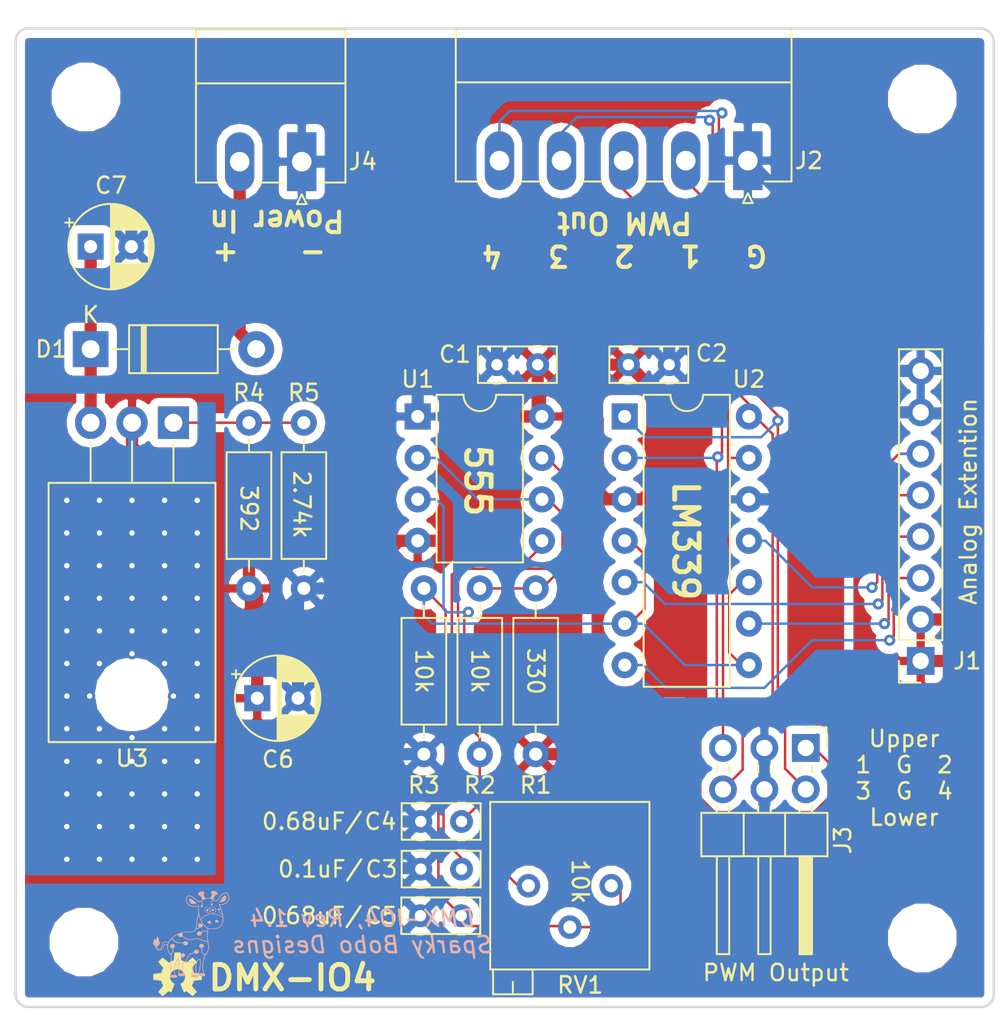
<source format=kicad_pcb>
(kicad_pcb (version 20171130) (host pcbnew "(5.1.12)-1")

  (general
    (thickness 1.6)
    (drawings 26)
    (tracks 329)
    (zones 0)
    (modules 27)
    (nets 20)
  )

  (page A4)
  (title_block
    (title "DMX Demonstrator - Analog IO PWM (DMX-IO4)")
    (date 2023-12-19)
    (rev 1.4)
    (company "Sparky Bobo Designs")
    (comment 2 "Designed by: SparkyBobo")
    (comment 3 https://creativecommons.org/licenses/by-sa/4.0/)
    (comment 4 "Released under the Creative Commons Attribution Share-Alike 4.0m License")
  )

  (layers
    (0 F.Cu signal)
    (31 B.Cu signal)
    (32 B.Adhes user)
    (33 F.Adhes user)
    (34 B.Paste user)
    (35 F.Paste user)
    (36 B.SilkS user)
    (37 F.SilkS user)
    (38 B.Mask user)
    (39 F.Mask user)
    (40 Dwgs.User user hide)
    (41 Cmts.User user)
    (42 Eco1.User user)
    (43 Eco2.User user)
    (44 Edge.Cuts user)
    (45 Margin user)
    (46 B.CrtYd user)
    (47 F.CrtYd user)
    (48 B.Fab user hide)
    (49 F.Fab user)
  )

  (setup
    (last_trace_width 0.1524)
    (trace_clearance 0.1524)
    (zone_clearance 0.508)
    (zone_45_only no)
    (trace_min 0.1524)
    (via_size 0.6858)
    (via_drill 0.3302)
    (via_min_size 0.508)
    (via_min_drill 0.254)
    (uvia_size 0.6858)
    (uvia_drill 0.3302)
    (uvias_allowed no)
    (uvia_min_size 0.2)
    (uvia_min_drill 0.1)
    (edge_width 0.15)
    (segment_width 0.15)
    (pcb_text_width 0.3)
    (pcb_text_size 1.5 1.5)
    (mod_edge_width 0.15)
    (mod_text_size 1 1)
    (mod_text_width 0.15)
    (pad_size 3.2 3.2)
    (pad_drill 3.2)
    (pad_to_mask_clearance 0.2)
    (aux_axis_origin 0 0)
    (visible_elements 7FFFFFFF)
    (pcbplotparams
      (layerselection 0x010fc_ffffffff)
      (usegerberextensions true)
      (usegerberattributes false)
      (usegerberadvancedattributes false)
      (creategerberjobfile false)
      (excludeedgelayer true)
      (linewidth 0.100000)
      (plotframeref false)
      (viasonmask false)
      (mode 1)
      (useauxorigin false)
      (hpglpennumber 1)
      (hpglpenspeed 20)
      (hpglpendiameter 15.000000)
      (psnegative false)
      (psa4output false)
      (plotreference true)
      (plotvalue false)
      (plotinvisibletext false)
      (padsonsilk false)
      (subtractmaskfromsilk true)
      (outputformat 1)
      (mirror false)
      (drillshape 0)
      (scaleselection 1)
      (outputdirectory "grb"))
  )

  (net 0 "")
  (net 1 GND)
  (net 2 /AO1)
  (net 3 /AO0)
  (net 4 /AO3)
  (net 5 /AO2)
  (net 6 "Net-(J2-Pad2)")
  (net 7 "Net-(J2-Pad3)")
  (net 8 "Net-(J2-Pad4)")
  (net 9 "Net-(J2-Pad5)")
  (net 10 "Net-(R1-Pad2)")
  (net 11 +5V)
  (net 12 "Net-(C5-Pad1)")
  (net 13 "Net-(C4-Pad2)")
  (net 14 "Net-(RV1-Pad1)")
  (net 15 "Net-(C3-Pad2)")
  (net 16 "Net-(R4-Pad1)")
  (net 17 "Net-(C7-Pad1)")
  (net 18 "Net-(D1-Pad2)")
  (net 19 "Net-(C2-Pad1)")

  (net_class Default "This is the default net class."
    (clearance 0.1524)
    (trace_width 0.1524)
    (via_dia 0.6858)
    (via_drill 0.3302)
    (uvia_dia 0.6858)
    (uvia_drill 0.3302)
    (diff_pair_width 0.1524)
    (diff_pair_gap 0.1524)
    (add_net /AO0)
    (add_net /AO1)
    (add_net /AO2)
    (add_net /AO3)
    (add_net "Net-(C3-Pad2)")
    (add_net "Net-(C4-Pad2)")
    (add_net "Net-(C5-Pad1)")
    (add_net "Net-(J2-Pad2)")
    (add_net "Net-(J2-Pad3)")
    (add_net "Net-(J2-Pad4)")
    (add_net "Net-(J2-Pad5)")
    (add_net "Net-(R1-Pad2)")
    (add_net "Net-(R4-Pad1)")
    (add_net "Net-(RV1-Pad1)")
  )

  (net_class Power ""
    (clearance 0.25)
    (trace_width 0.75)
    (via_dia 1.27)
    (via_drill 0.635)
    (uvia_dia 1.27)
    (uvia_drill 0.635)
    (diff_pair_width 0.75)
    (diff_pair_gap 0.25)
    (add_net +5V)
    (add_net GND)
    (add_net "Net-(C2-Pad1)")
    (add_net "Net-(C7-Pad1)")
    (add_net "Net-(D1-Pad2)")
  )

  (module Potentiometer_THT:Potentiometer_Bourns_3299P_Horizontal (layer F.Cu) (tedit 5A3D4994) (tstamp 659073C4)
    (at 147.701 119.507 90)
    (descr "Potentiometer, horizontal, Bourns 3299P, https://www.bourns.com/pdfs/3299.pdf")
    (tags "Potentiometer horizontal Bourns 3299P")
    (path /649CE4C9)
    (fp_text reference RV1 (at -6.096 3.175 180) (layer F.SilkS)
      (effects (font (size 1 1) (thickness 0.15)))
    )
    (fp_text value 10k (at -0.76 8.555 90) (layer F.Fab)
      (effects (font (size 1 1) (thickness 0.15)))
    )
    (fp_line (start -5.015 -2.225) (end -5.015 7.305) (layer F.Fab) (width 0.1))
    (fp_line (start -5.015 7.305) (end 5.015 7.305) (layer F.Fab) (width 0.1))
    (fp_line (start 5.015 7.305) (end 5.015 -2.225) (layer F.Fab) (width 0.1))
    (fp_line (start 5.015 -2.225) (end -5.015 -2.225) (layer F.Fab) (width 0.1))
    (fp_line (start -6.535 -2.05) (end -6.535 0.14) (layer F.Fab) (width 0.1))
    (fp_line (start -6.535 0.14) (end -5.015 0.14) (layer F.Fab) (width 0.1))
    (fp_line (start -5.015 0.14) (end -5.015 -2.05) (layer F.Fab) (width 0.1))
    (fp_line (start -5.015 -2.05) (end -6.535 -2.05) (layer F.Fab) (width 0.1))
    (fp_line (start -6.535 -0.955) (end -5.775 -0.955) (layer F.Fab) (width 0.1))
    (fp_line (start -5.135 -2.345) (end 5.135 -2.345) (layer F.SilkS) (width 0.12))
    (fp_line (start -5.135 7.425) (end 5.135 7.425) (layer F.SilkS) (width 0.12))
    (fp_line (start -5.135 -2.345) (end -5.135 7.425) (layer F.SilkS) (width 0.12))
    (fp_line (start 5.135 -2.345) (end 5.135 7.425) (layer F.SilkS) (width 0.12))
    (fp_line (start -6.655 -2.169) (end -5.136 -2.169) (layer F.SilkS) (width 0.12))
    (fp_line (start -6.655 0.26) (end -5.136 0.26) (layer F.SilkS) (width 0.12))
    (fp_line (start -6.655 -2.169) (end -6.655 0.26) (layer F.SilkS) (width 0.12))
    (fp_line (start -5.136 -2.169) (end -5.136 0.26) (layer F.SilkS) (width 0.12))
    (fp_line (start -6.655 -0.955) (end -5.896 -0.955) (layer F.SilkS) (width 0.12))
    (fp_line (start -6.8 -2.5) (end -6.8 7.6) (layer F.CrtYd) (width 0.05))
    (fp_line (start -6.8 7.6) (end 5.3 7.6) (layer F.CrtYd) (width 0.05))
    (fp_line (start 5.3 7.6) (end 5.3 -2.5) (layer F.CrtYd) (width 0.05))
    (fp_line (start 5.3 -2.5) (end -6.8 -2.5) (layer F.CrtYd) (width 0.05))
    (fp_text user %R (at 0 2.54 90) (layer F.Fab)
      (effects (font (size 1 1) (thickness 0.15)))
    )
    (pad 3 thru_hole circle (at 0 5.08 90) (size 1.44 1.44) (drill 0.8) (layers *.Cu *.Mask)
      (net 12 "Net-(C5-Pad1)"))
    (pad 2 thru_hole circle (at -2.54 2.54 90) (size 1.44 1.44) (drill 0.8) (layers *.Cu *.Mask)
      (net 12 "Net-(C5-Pad1)"))
    (pad 1 thru_hole circle (at 0 0 90) (size 1.44 1.44) (drill 0.8) (layers *.Cu *.Mask)
      (net 14 "Net-(RV1-Pad1)"))
    (model ${KISYS3DMOD}/Potentiometer_THT.3dshapes/Potentiometer_Bourns_3299P_Horizontal.wrl
      (at (xyz 0 0 0))
      (scale (xyz 1 1 1))
      (rotate (xyz 0 0 0))
    )
  )

  (module Connector_Phoenix_MC:PhoenixContact_MC_1,5_2-G-3.81_1x02_P3.81mm_Horizontal (layer F.Cu) (tedit 5A00FA1A) (tstamp 65317D84)
    (at 133.7945 75.1205 180)
    (descr "Generic Phoenix Contact connector footprint for: MC_1,5/2-G-3.81; number of pins: 02; pin pitch: 3.81mm; Angled || order number: 1803277 8A 160V")
    (tags "phoenix_contact connector MC_01x02_G_3.81mm")
    (path /6546F2FD)
    (fp_text reference J4 (at -3.7465 0 180) (layer F.SilkS)
      (effects (font (size 1 1) (thickness 0.15)))
    )
    (fp_text value Power (at 1.905 9 180) (layer F.Fab)
      (effects (font (size 1 1) (thickness 0.15)))
    )
    (fp_line (start 0 0) (end -0.8 -1.2) (layer F.Fab) (width 0.1))
    (fp_line (start 0.8 -1.2) (end 0 0) (layer F.Fab) (width 0.1))
    (fp_line (start -0.3 -2.6) (end 0.3 -2.6) (layer F.SilkS) (width 0.12))
    (fp_line (start 0 -2) (end -0.3 -2.6) (layer F.SilkS) (width 0.12))
    (fp_line (start 0.3 -2.6) (end 0 -2) (layer F.SilkS) (width 0.12))
    (fp_line (start 6.91 -2.3) (end -3.18 -2.3) (layer F.CrtYd) (width 0.05))
    (fp_line (start 6.91 8.5) (end 6.91 -2.3) (layer F.CrtYd) (width 0.05))
    (fp_line (start -3.18 8.5) (end 6.91 8.5) (layer F.CrtYd) (width 0.05))
    (fp_line (start -3.18 -2.3) (end -3.18 8.5) (layer F.CrtYd) (width 0.05))
    (fp_line (start -2.68 4.8) (end 6.49 4.8) (layer F.SilkS) (width 0.12))
    (fp_line (start 6.41 -1.2) (end -2.6 -1.2) (layer F.Fab) (width 0.1))
    (fp_line (start 6.41 8) (end 6.41 -1.2) (layer F.Fab) (width 0.1))
    (fp_line (start -2.6 8) (end 6.41 8) (layer F.Fab) (width 0.1))
    (fp_line (start -2.6 -1.2) (end -2.6 8) (layer F.Fab) (width 0.1))
    (fp_line (start 1.05 -1.28) (end 2.76 -1.28) (layer F.SilkS) (width 0.12))
    (fp_line (start 6.49 -1.28) (end 4.86 -1.28) (layer F.SilkS) (width 0.12))
    (fp_line (start -2.68 -1.28) (end -1.05 -1.28) (layer F.SilkS) (width 0.12))
    (fp_line (start 6.49 8.08) (end 6.49 -1.28) (layer F.SilkS) (width 0.12))
    (fp_line (start -2.68 8.08) (end 6.49 8.08) (layer F.SilkS) (width 0.12))
    (fp_line (start -2.68 -1.28) (end -2.68 8.08) (layer F.SilkS) (width 0.12))
    (fp_text user %R (at 2.905 3 180) (layer F.Fab)
      (effects (font (size 1 1) (thickness 0.15)))
    )
    (pad 1 thru_hole rect (at 0 0 180) (size 1.8 3.6) (drill 1.2) (layers *.Cu *.Mask)
      (net 1 GND))
    (pad 2 thru_hole oval (at 3.81 0 180) (size 1.8 3.6) (drill 1.2) (layers *.Cu *.Mask)
      (net 18 "Net-(D1-Pad2)"))
    (model ${KISYS3DMOD}/Connector_Phoenix_MC.3dshapes/PhoenixContact_MC_1,5_2-G-3.81_1x02_P3.81mm_Horizontal.wrl
      (at (xyz 0 0 0))
      (scale (xyz 1 1 1))
      (rotate (xyz 0 0 0))
    )
  )

  (module Connector_Phoenix_MC:PhoenixContact_MC_1,5_5-G-3.81_1x05_P3.81mm_Horizontal (layer F.Cu) (tedit 5A00FA1A) (tstamp 65317EBD)
    (at 161.163 75.057 180)
    (descr "Generic Phoenix Contact connector footprint for: MC_1,5/5-G-3.81; number of pins: 05; pin pitch: 3.81mm; Angled || order number: 1803303 8A 160V")
    (tags "phoenix_contact connector MC_01x05_G_3.81mm")
    (path /5F42826E)
    (fp_text reference J2 (at -3.7465 0 180) (layer F.SilkS)
      (effects (font (size 1 1) (thickness 0.15)))
    )
    (fp_text value Output (at 7.62 9 180) (layer F.Fab)
      (effects (font (size 1 1) (thickness 0.15)))
    )
    (fp_line (start 0 0) (end -0.8 -1.2) (layer F.Fab) (width 0.1))
    (fp_line (start 0.8 -1.2) (end 0 0) (layer F.Fab) (width 0.1))
    (fp_line (start -0.3 -2.6) (end 0.3 -2.6) (layer F.SilkS) (width 0.12))
    (fp_line (start 0 -2) (end -0.3 -2.6) (layer F.SilkS) (width 0.12))
    (fp_line (start 0.3 -2.6) (end 0 -2) (layer F.SilkS) (width 0.12))
    (fp_line (start 18.34 -2.3) (end -3.18 -2.3) (layer F.CrtYd) (width 0.05))
    (fp_line (start 18.34 8.5) (end 18.34 -2.3) (layer F.CrtYd) (width 0.05))
    (fp_line (start -3.18 8.5) (end 18.34 8.5) (layer F.CrtYd) (width 0.05))
    (fp_line (start -3.18 -2.3) (end -3.18 8.5) (layer F.CrtYd) (width 0.05))
    (fp_line (start -2.68 4.8) (end 17.92 4.8) (layer F.SilkS) (width 0.12))
    (fp_line (start 17.84 -1.2) (end -2.6 -1.2) (layer F.Fab) (width 0.1))
    (fp_line (start 17.84 8) (end 17.84 -1.2) (layer F.Fab) (width 0.1))
    (fp_line (start -2.6 8) (end 17.84 8) (layer F.Fab) (width 0.1))
    (fp_line (start -2.6 -1.2) (end -2.6 8) (layer F.Fab) (width 0.1))
    (fp_line (start 12.48 -1.28) (end 14.19 -1.28) (layer F.SilkS) (width 0.12))
    (fp_line (start 8.67 -1.28) (end 10.38 -1.28) (layer F.SilkS) (width 0.12))
    (fp_line (start 4.86 -1.28) (end 6.57 -1.28) (layer F.SilkS) (width 0.12))
    (fp_line (start 1.05 -1.28) (end 2.76 -1.28) (layer F.SilkS) (width 0.12))
    (fp_line (start 17.92 -1.28) (end 16.29 -1.28) (layer F.SilkS) (width 0.12))
    (fp_line (start -2.68 -1.28) (end -1.05 -1.28) (layer F.SilkS) (width 0.12))
    (fp_line (start 17.92 8.08) (end 17.92 -1.28) (layer F.SilkS) (width 0.12))
    (fp_line (start -2.68 8.08) (end 17.92 8.08) (layer F.SilkS) (width 0.12))
    (fp_line (start -2.68 -1.28) (end -2.68 8.08) (layer F.SilkS) (width 0.12))
    (fp_text user %R (at 7.62 3 180) (layer F.Fab)
      (effects (font (size 1 1) (thickness 0.15)))
    )
    (pad 1 thru_hole rect (at 0 0 180) (size 1.8 3.6) (drill 1.2) (layers *.Cu *.Mask)
      (net 1 GND))
    (pad 2 thru_hole oval (at 3.81 0 180) (size 1.8 3.6) (drill 1.2) (layers *.Cu *.Mask)
      (net 6 "Net-(J2-Pad2)"))
    (pad 3 thru_hole oval (at 7.62 0 180) (size 1.8 3.6) (drill 1.2) (layers *.Cu *.Mask)
      (net 7 "Net-(J2-Pad3)"))
    (pad 4 thru_hole oval (at 11.43 0 180) (size 1.8 3.6) (drill 1.2) (layers *.Cu *.Mask)
      (net 8 "Net-(J2-Pad4)"))
    (pad 5 thru_hole oval (at 15.24 0 180) (size 1.8 3.6) (drill 1.2) (layers *.Cu *.Mask)
      (net 9 "Net-(J2-Pad5)"))
    (model ${KISYS3DMOD}/Connector_Phoenix_MC.3dshapes/PhoenixContact_MC_1,5_5-G-3.81_1x05_P3.81mm_Horizontal.wrl
      (at (xyz 0 0 0))
      (scale (xyz 1 1 1))
      (rotate (xyz 0 0 0))
    )
  )

  (module Connector_PinHeader_2.54mm:PinHeader_2x03_P2.54mm_Horizontal (layer F.Cu) (tedit 59FED5CB) (tstamp 6531858A)
    (at 164.719 111.0615 270)
    (descr "Through hole angled pin header, 2x03, 2.54mm pitch, 6mm pin length, double rows")
    (tags "Through hole angled pin header THT 2x03 2.54mm double row")
    (path /64BD059C)
    (fp_text reference J3 (at 5.655 -2.27 270) (layer F.SilkS)
      (effects (font (size 1 1) (thickness 0.15)))
    )
    (fp_text value Output (at 5.655 7.35 270) (layer F.Fab)
      (effects (font (size 1 1) (thickness 0.15)))
    )
    (fp_line (start 13.1 -1.8) (end -1.8 -1.8) (layer F.CrtYd) (width 0.05))
    (fp_line (start 13.1 6.85) (end 13.1 -1.8) (layer F.CrtYd) (width 0.05))
    (fp_line (start -1.8 6.85) (end 13.1 6.85) (layer F.CrtYd) (width 0.05))
    (fp_line (start -1.8 -1.8) (end -1.8 6.85) (layer F.CrtYd) (width 0.05))
    (fp_line (start -1.27 -1.27) (end 0 -1.27) (layer F.SilkS) (width 0.12))
    (fp_line (start -1.27 0) (end -1.27 -1.27) (layer F.SilkS) (width 0.12))
    (fp_line (start 1.042929 5.46) (end 1.497071 5.46) (layer F.SilkS) (width 0.12))
    (fp_line (start 1.042929 4.7) (end 1.497071 4.7) (layer F.SilkS) (width 0.12))
    (fp_line (start 3.582929 5.46) (end 3.98 5.46) (layer F.SilkS) (width 0.12))
    (fp_line (start 3.582929 4.7) (end 3.98 4.7) (layer F.SilkS) (width 0.12))
    (fp_line (start 12.64 5.46) (end 6.64 5.46) (layer F.SilkS) (width 0.12))
    (fp_line (start 12.64 4.7) (end 12.64 5.46) (layer F.SilkS) (width 0.12))
    (fp_line (start 6.64 4.7) (end 12.64 4.7) (layer F.SilkS) (width 0.12))
    (fp_line (start 3.98 3.81) (end 6.64 3.81) (layer F.SilkS) (width 0.12))
    (fp_line (start 1.042929 2.92) (end 1.497071 2.92) (layer F.SilkS) (width 0.12))
    (fp_line (start 1.042929 2.16) (end 1.497071 2.16) (layer F.SilkS) (width 0.12))
    (fp_line (start 3.582929 2.92) (end 3.98 2.92) (layer F.SilkS) (width 0.12))
    (fp_line (start 3.582929 2.16) (end 3.98 2.16) (layer F.SilkS) (width 0.12))
    (fp_line (start 12.64 2.92) (end 6.64 2.92) (layer F.SilkS) (width 0.12))
    (fp_line (start 12.64 2.16) (end 12.64 2.92) (layer F.SilkS) (width 0.12))
    (fp_line (start 6.64 2.16) (end 12.64 2.16) (layer F.SilkS) (width 0.12))
    (fp_line (start 3.98 1.27) (end 6.64 1.27) (layer F.SilkS) (width 0.12))
    (fp_line (start 1.11 0.38) (end 1.497071 0.38) (layer F.SilkS) (width 0.12))
    (fp_line (start 1.11 -0.38) (end 1.497071 -0.38) (layer F.SilkS) (width 0.12))
    (fp_line (start 3.582929 0.38) (end 3.98 0.38) (layer F.SilkS) (width 0.12))
    (fp_line (start 3.582929 -0.38) (end 3.98 -0.38) (layer F.SilkS) (width 0.12))
    (fp_line (start 6.64 0.28) (end 12.64 0.28) (layer F.SilkS) (width 0.12))
    (fp_line (start 6.64 0.16) (end 12.64 0.16) (layer F.SilkS) (width 0.12))
    (fp_line (start 6.64 0.04) (end 12.64 0.04) (layer F.SilkS) (width 0.12))
    (fp_line (start 6.64 -0.08) (end 12.64 -0.08) (layer F.SilkS) (width 0.12))
    (fp_line (start 6.64 -0.2) (end 12.64 -0.2) (layer F.SilkS) (width 0.12))
    (fp_line (start 6.64 -0.32) (end 12.64 -0.32) (layer F.SilkS) (width 0.12))
    (fp_line (start 12.64 0.38) (end 6.64 0.38) (layer F.SilkS) (width 0.12))
    (fp_line (start 12.64 -0.38) (end 12.64 0.38) (layer F.SilkS) (width 0.12))
    (fp_line (start 6.64 -0.38) (end 12.64 -0.38) (layer F.SilkS) (width 0.12))
    (fp_line (start 6.64 -1.33) (end 3.98 -1.33) (layer F.SilkS) (width 0.12))
    (fp_line (start 6.64 6.41) (end 6.64 -1.33) (layer F.SilkS) (width 0.12))
    (fp_line (start 3.98 6.41) (end 6.64 6.41) (layer F.SilkS) (width 0.12))
    (fp_line (start 3.98 -1.33) (end 3.98 6.41) (layer F.SilkS) (width 0.12))
    (fp_line (start 6.58 5.4) (end 12.58 5.4) (layer F.Fab) (width 0.1))
    (fp_line (start 12.58 4.76) (end 12.58 5.4) (layer F.Fab) (width 0.1))
    (fp_line (start 6.58 4.76) (end 12.58 4.76) (layer F.Fab) (width 0.1))
    (fp_line (start -0.32 5.4) (end 4.04 5.4) (layer F.Fab) (width 0.1))
    (fp_line (start -0.32 4.76) (end -0.32 5.4) (layer F.Fab) (width 0.1))
    (fp_line (start -0.32 4.76) (end 4.04 4.76) (layer F.Fab) (width 0.1))
    (fp_line (start 6.58 2.86) (end 12.58 2.86) (layer F.Fab) (width 0.1))
    (fp_line (start 12.58 2.22) (end 12.58 2.86) (layer F.Fab) (width 0.1))
    (fp_line (start 6.58 2.22) (end 12.58 2.22) (layer F.Fab) (width 0.1))
    (fp_line (start -0.32 2.86) (end 4.04 2.86) (layer F.Fab) (width 0.1))
    (fp_line (start -0.32 2.22) (end -0.32 2.86) (layer F.Fab) (width 0.1))
    (fp_line (start -0.32 2.22) (end 4.04 2.22) (layer F.Fab) (width 0.1))
    (fp_line (start 6.58 0.32) (end 12.58 0.32) (layer F.Fab) (width 0.1))
    (fp_line (start 12.58 -0.32) (end 12.58 0.32) (layer F.Fab) (width 0.1))
    (fp_line (start 6.58 -0.32) (end 12.58 -0.32) (layer F.Fab) (width 0.1))
    (fp_line (start -0.32 0.32) (end 4.04 0.32) (layer F.Fab) (width 0.1))
    (fp_line (start -0.32 -0.32) (end -0.32 0.32) (layer F.Fab) (width 0.1))
    (fp_line (start -0.32 -0.32) (end 4.04 -0.32) (layer F.Fab) (width 0.1))
    (fp_line (start 4.04 -0.635) (end 4.675 -1.27) (layer F.Fab) (width 0.1))
    (fp_line (start 4.04 6.35) (end 4.04 -0.635) (layer F.Fab) (width 0.1))
    (fp_line (start 6.58 6.35) (end 4.04 6.35) (layer F.Fab) (width 0.1))
    (fp_line (start 6.58 -1.27) (end 6.58 6.35) (layer F.Fab) (width 0.1))
    (fp_line (start 4.675 -1.27) (end 6.58 -1.27) (layer F.Fab) (width 0.1))
    (fp_text user %R (at 5.31 2.54) (layer F.Fab)
      (effects (font (size 1 1) (thickness 0.15)))
    )
    (pad 1 thru_hole rect (at 0 0 270) (size 1.7 1.7) (drill 1) (layers *.Cu *.Mask)
      (net 7 "Net-(J2-Pad3)"))
    (pad 2 thru_hole oval (at 2.54 0 270) (size 1.7 1.7) (drill 1) (layers *.Cu *.Mask)
      (net 9 "Net-(J2-Pad5)"))
    (pad 3 thru_hole oval (at 0 2.54 270) (size 1.7 1.7) (drill 1) (layers *.Cu *.Mask)
      (net 1 GND))
    (pad 4 thru_hole oval (at 2.54 2.54 270) (size 1.7 1.7) (drill 1) (layers *.Cu *.Mask)
      (net 1 GND))
    (pad 5 thru_hole oval (at 0 5.08 270) (size 1.7 1.7) (drill 1) (layers *.Cu *.Mask)
      (net 6 "Net-(J2-Pad2)"))
    (pad 6 thru_hole oval (at 2.54 5.08 270) (size 1.7 1.7) (drill 1) (layers *.Cu *.Mask)
      (net 8 "Net-(J2-Pad4)"))
    (model ${KISYS3DMOD}/Connector_PinHeader_2.54mm.3dshapes/PinHeader_2x03_P2.54mm_Horizontal.wrl
      (at (xyz 0 0 0))
      (scale (xyz 1 1 1))
      (rotate (xyz 0 0 0))
    )
  )

  (module Capacitor_THT:CP_Radial_D5.0mm_P2.50mm (layer F.Cu) (tedit 5AE50EF0) (tstamp 64B672D3)
    (at 131.064 108.0135)
    (descr "CP, Radial series, Radial, pin pitch=2.50mm, , diameter=5mm, Electrolytic Capacitor")
    (tags "CP Radial series Radial pin pitch 2.50mm  diameter 5mm Electrolytic Capacitor")
    (path /6546F2B6)
    (fp_text reference C6 (at 1.27 3.7465) (layer F.SilkS)
      (effects (font (size 1 1) (thickness 0.15)))
    )
    (fp_text value 10uF (at 1.25 3.75) (layer F.Fab)
      (effects (font (size 1 1) (thickness 0.15)))
    )
    (fp_circle (center 1.25 0) (end 3.75 0) (layer F.Fab) (width 0.1))
    (fp_circle (center 1.25 0) (end 3.87 0) (layer F.SilkS) (width 0.12))
    (fp_circle (center 1.25 0) (end 4 0) (layer F.CrtYd) (width 0.05))
    (fp_line (start -0.883605 -1.0875) (end -0.383605 -1.0875) (layer F.Fab) (width 0.1))
    (fp_line (start -0.633605 -1.3375) (end -0.633605 -0.8375) (layer F.Fab) (width 0.1))
    (fp_line (start 1.25 -2.58) (end 1.25 2.58) (layer F.SilkS) (width 0.12))
    (fp_line (start 1.29 -2.58) (end 1.29 2.58) (layer F.SilkS) (width 0.12))
    (fp_line (start 1.33 -2.579) (end 1.33 2.579) (layer F.SilkS) (width 0.12))
    (fp_line (start 1.37 -2.578) (end 1.37 2.578) (layer F.SilkS) (width 0.12))
    (fp_line (start 1.41 -2.576) (end 1.41 2.576) (layer F.SilkS) (width 0.12))
    (fp_line (start 1.45 -2.573) (end 1.45 2.573) (layer F.SilkS) (width 0.12))
    (fp_line (start 1.49 -2.569) (end 1.49 -1.04) (layer F.SilkS) (width 0.12))
    (fp_line (start 1.49 1.04) (end 1.49 2.569) (layer F.SilkS) (width 0.12))
    (fp_line (start 1.53 -2.565) (end 1.53 -1.04) (layer F.SilkS) (width 0.12))
    (fp_line (start 1.53 1.04) (end 1.53 2.565) (layer F.SilkS) (width 0.12))
    (fp_line (start 1.57 -2.561) (end 1.57 -1.04) (layer F.SilkS) (width 0.12))
    (fp_line (start 1.57 1.04) (end 1.57 2.561) (layer F.SilkS) (width 0.12))
    (fp_line (start 1.61 -2.556) (end 1.61 -1.04) (layer F.SilkS) (width 0.12))
    (fp_line (start 1.61 1.04) (end 1.61 2.556) (layer F.SilkS) (width 0.12))
    (fp_line (start 1.65 -2.55) (end 1.65 -1.04) (layer F.SilkS) (width 0.12))
    (fp_line (start 1.65 1.04) (end 1.65 2.55) (layer F.SilkS) (width 0.12))
    (fp_line (start 1.69 -2.543) (end 1.69 -1.04) (layer F.SilkS) (width 0.12))
    (fp_line (start 1.69 1.04) (end 1.69 2.543) (layer F.SilkS) (width 0.12))
    (fp_line (start 1.73 -2.536) (end 1.73 -1.04) (layer F.SilkS) (width 0.12))
    (fp_line (start 1.73 1.04) (end 1.73 2.536) (layer F.SilkS) (width 0.12))
    (fp_line (start 1.77 -2.528) (end 1.77 -1.04) (layer F.SilkS) (width 0.12))
    (fp_line (start 1.77 1.04) (end 1.77 2.528) (layer F.SilkS) (width 0.12))
    (fp_line (start 1.81 -2.52) (end 1.81 -1.04) (layer F.SilkS) (width 0.12))
    (fp_line (start 1.81 1.04) (end 1.81 2.52) (layer F.SilkS) (width 0.12))
    (fp_line (start 1.85 -2.511) (end 1.85 -1.04) (layer F.SilkS) (width 0.12))
    (fp_line (start 1.85 1.04) (end 1.85 2.511) (layer F.SilkS) (width 0.12))
    (fp_line (start 1.89 -2.501) (end 1.89 -1.04) (layer F.SilkS) (width 0.12))
    (fp_line (start 1.89 1.04) (end 1.89 2.501) (layer F.SilkS) (width 0.12))
    (fp_line (start 1.93 -2.491) (end 1.93 -1.04) (layer F.SilkS) (width 0.12))
    (fp_line (start 1.93 1.04) (end 1.93 2.491) (layer F.SilkS) (width 0.12))
    (fp_line (start 1.971 -2.48) (end 1.971 -1.04) (layer F.SilkS) (width 0.12))
    (fp_line (start 1.971 1.04) (end 1.971 2.48) (layer F.SilkS) (width 0.12))
    (fp_line (start 2.011 -2.468) (end 2.011 -1.04) (layer F.SilkS) (width 0.12))
    (fp_line (start 2.011 1.04) (end 2.011 2.468) (layer F.SilkS) (width 0.12))
    (fp_line (start 2.051 -2.455) (end 2.051 -1.04) (layer F.SilkS) (width 0.12))
    (fp_line (start 2.051 1.04) (end 2.051 2.455) (layer F.SilkS) (width 0.12))
    (fp_line (start 2.091 -2.442) (end 2.091 -1.04) (layer F.SilkS) (width 0.12))
    (fp_line (start 2.091 1.04) (end 2.091 2.442) (layer F.SilkS) (width 0.12))
    (fp_line (start 2.131 -2.428) (end 2.131 -1.04) (layer F.SilkS) (width 0.12))
    (fp_line (start 2.131 1.04) (end 2.131 2.428) (layer F.SilkS) (width 0.12))
    (fp_line (start 2.171 -2.414) (end 2.171 -1.04) (layer F.SilkS) (width 0.12))
    (fp_line (start 2.171 1.04) (end 2.171 2.414) (layer F.SilkS) (width 0.12))
    (fp_line (start 2.211 -2.398) (end 2.211 -1.04) (layer F.SilkS) (width 0.12))
    (fp_line (start 2.211 1.04) (end 2.211 2.398) (layer F.SilkS) (width 0.12))
    (fp_line (start 2.251 -2.382) (end 2.251 -1.04) (layer F.SilkS) (width 0.12))
    (fp_line (start 2.251 1.04) (end 2.251 2.382) (layer F.SilkS) (width 0.12))
    (fp_line (start 2.291 -2.365) (end 2.291 -1.04) (layer F.SilkS) (width 0.12))
    (fp_line (start 2.291 1.04) (end 2.291 2.365) (layer F.SilkS) (width 0.12))
    (fp_line (start 2.331 -2.348) (end 2.331 -1.04) (layer F.SilkS) (width 0.12))
    (fp_line (start 2.331 1.04) (end 2.331 2.348) (layer F.SilkS) (width 0.12))
    (fp_line (start 2.371 -2.329) (end 2.371 -1.04) (layer F.SilkS) (width 0.12))
    (fp_line (start 2.371 1.04) (end 2.371 2.329) (layer F.SilkS) (width 0.12))
    (fp_line (start 2.411 -2.31) (end 2.411 -1.04) (layer F.SilkS) (width 0.12))
    (fp_line (start 2.411 1.04) (end 2.411 2.31) (layer F.SilkS) (width 0.12))
    (fp_line (start 2.451 -2.29) (end 2.451 -1.04) (layer F.SilkS) (width 0.12))
    (fp_line (start 2.451 1.04) (end 2.451 2.29) (layer F.SilkS) (width 0.12))
    (fp_line (start 2.491 -2.268) (end 2.491 -1.04) (layer F.SilkS) (width 0.12))
    (fp_line (start 2.491 1.04) (end 2.491 2.268) (layer F.SilkS) (width 0.12))
    (fp_line (start 2.531 -2.247) (end 2.531 -1.04) (layer F.SilkS) (width 0.12))
    (fp_line (start 2.531 1.04) (end 2.531 2.247) (layer F.SilkS) (width 0.12))
    (fp_line (start 2.571 -2.224) (end 2.571 -1.04) (layer F.SilkS) (width 0.12))
    (fp_line (start 2.571 1.04) (end 2.571 2.224) (layer F.SilkS) (width 0.12))
    (fp_line (start 2.611 -2.2) (end 2.611 -1.04) (layer F.SilkS) (width 0.12))
    (fp_line (start 2.611 1.04) (end 2.611 2.2) (layer F.SilkS) (width 0.12))
    (fp_line (start 2.651 -2.175) (end 2.651 -1.04) (layer F.SilkS) (width 0.12))
    (fp_line (start 2.651 1.04) (end 2.651 2.175) (layer F.SilkS) (width 0.12))
    (fp_line (start 2.691 -2.149) (end 2.691 -1.04) (layer F.SilkS) (width 0.12))
    (fp_line (start 2.691 1.04) (end 2.691 2.149) (layer F.SilkS) (width 0.12))
    (fp_line (start 2.731 -2.122) (end 2.731 -1.04) (layer F.SilkS) (width 0.12))
    (fp_line (start 2.731 1.04) (end 2.731 2.122) (layer F.SilkS) (width 0.12))
    (fp_line (start 2.771 -2.095) (end 2.771 -1.04) (layer F.SilkS) (width 0.12))
    (fp_line (start 2.771 1.04) (end 2.771 2.095) (layer F.SilkS) (width 0.12))
    (fp_line (start 2.811 -2.065) (end 2.811 -1.04) (layer F.SilkS) (width 0.12))
    (fp_line (start 2.811 1.04) (end 2.811 2.065) (layer F.SilkS) (width 0.12))
    (fp_line (start 2.851 -2.035) (end 2.851 -1.04) (layer F.SilkS) (width 0.12))
    (fp_line (start 2.851 1.04) (end 2.851 2.035) (layer F.SilkS) (width 0.12))
    (fp_line (start 2.891 -2.004) (end 2.891 -1.04) (layer F.SilkS) (width 0.12))
    (fp_line (start 2.891 1.04) (end 2.891 2.004) (layer F.SilkS) (width 0.12))
    (fp_line (start 2.931 -1.971) (end 2.931 -1.04) (layer F.SilkS) (width 0.12))
    (fp_line (start 2.931 1.04) (end 2.931 1.971) (layer F.SilkS) (width 0.12))
    (fp_line (start 2.971 -1.937) (end 2.971 -1.04) (layer F.SilkS) (width 0.12))
    (fp_line (start 2.971 1.04) (end 2.971 1.937) (layer F.SilkS) (width 0.12))
    (fp_line (start 3.011 -1.901) (end 3.011 -1.04) (layer F.SilkS) (width 0.12))
    (fp_line (start 3.011 1.04) (end 3.011 1.901) (layer F.SilkS) (width 0.12))
    (fp_line (start 3.051 -1.864) (end 3.051 -1.04) (layer F.SilkS) (width 0.12))
    (fp_line (start 3.051 1.04) (end 3.051 1.864) (layer F.SilkS) (width 0.12))
    (fp_line (start 3.091 -1.826) (end 3.091 -1.04) (layer F.SilkS) (width 0.12))
    (fp_line (start 3.091 1.04) (end 3.091 1.826) (layer F.SilkS) (width 0.12))
    (fp_line (start 3.131 -1.785) (end 3.131 -1.04) (layer F.SilkS) (width 0.12))
    (fp_line (start 3.131 1.04) (end 3.131 1.785) (layer F.SilkS) (width 0.12))
    (fp_line (start 3.171 -1.743) (end 3.171 -1.04) (layer F.SilkS) (width 0.12))
    (fp_line (start 3.171 1.04) (end 3.171 1.743) (layer F.SilkS) (width 0.12))
    (fp_line (start 3.211 -1.699) (end 3.211 -1.04) (layer F.SilkS) (width 0.12))
    (fp_line (start 3.211 1.04) (end 3.211 1.699) (layer F.SilkS) (width 0.12))
    (fp_line (start 3.251 -1.653) (end 3.251 -1.04) (layer F.SilkS) (width 0.12))
    (fp_line (start 3.251 1.04) (end 3.251 1.653) (layer F.SilkS) (width 0.12))
    (fp_line (start 3.291 -1.605) (end 3.291 -1.04) (layer F.SilkS) (width 0.12))
    (fp_line (start 3.291 1.04) (end 3.291 1.605) (layer F.SilkS) (width 0.12))
    (fp_line (start 3.331 -1.554) (end 3.331 -1.04) (layer F.SilkS) (width 0.12))
    (fp_line (start 3.331 1.04) (end 3.331 1.554) (layer F.SilkS) (width 0.12))
    (fp_line (start 3.371 -1.5) (end 3.371 -1.04) (layer F.SilkS) (width 0.12))
    (fp_line (start 3.371 1.04) (end 3.371 1.5) (layer F.SilkS) (width 0.12))
    (fp_line (start 3.411 -1.443) (end 3.411 -1.04) (layer F.SilkS) (width 0.12))
    (fp_line (start 3.411 1.04) (end 3.411 1.443) (layer F.SilkS) (width 0.12))
    (fp_line (start 3.451 -1.383) (end 3.451 -1.04) (layer F.SilkS) (width 0.12))
    (fp_line (start 3.451 1.04) (end 3.451 1.383) (layer F.SilkS) (width 0.12))
    (fp_line (start 3.491 -1.319) (end 3.491 -1.04) (layer F.SilkS) (width 0.12))
    (fp_line (start 3.491 1.04) (end 3.491 1.319) (layer F.SilkS) (width 0.12))
    (fp_line (start 3.531 -1.251) (end 3.531 -1.04) (layer F.SilkS) (width 0.12))
    (fp_line (start 3.531 1.04) (end 3.531 1.251) (layer F.SilkS) (width 0.12))
    (fp_line (start 3.571 -1.178) (end 3.571 1.178) (layer F.SilkS) (width 0.12))
    (fp_line (start 3.611 -1.098) (end 3.611 1.098) (layer F.SilkS) (width 0.12))
    (fp_line (start 3.651 -1.011) (end 3.651 1.011) (layer F.SilkS) (width 0.12))
    (fp_line (start 3.691 -0.915) (end 3.691 0.915) (layer F.SilkS) (width 0.12))
    (fp_line (start 3.731 -0.805) (end 3.731 0.805) (layer F.SilkS) (width 0.12))
    (fp_line (start 3.771 -0.677) (end 3.771 0.677) (layer F.SilkS) (width 0.12))
    (fp_line (start 3.811 -0.518) (end 3.811 0.518) (layer F.SilkS) (width 0.12))
    (fp_line (start 3.851 -0.284) (end 3.851 0.284) (layer F.SilkS) (width 0.12))
    (fp_line (start -1.554775 -1.475) (end -1.054775 -1.475) (layer F.SilkS) (width 0.12))
    (fp_line (start -1.304775 -1.725) (end -1.304775 -1.225) (layer F.SilkS) (width 0.12))
    (fp_text user %R (at 1.25 0) (layer F.Fab)
      (effects (font (size 1 1) (thickness 0.15)))
    )
    (pad 2 thru_hole circle (at 2.5 0) (size 1.6 1.6) (drill 0.8) (layers *.Cu *.Mask)
      (net 1 GND))
    (pad 1 thru_hole rect (at 0 0) (size 1.6 1.6) (drill 0.8) (layers *.Cu *.Mask)
      (net 19 "Net-(C2-Pad1)"))
    (model ${KISYS3DMOD}/Capacitor_THT.3dshapes/CP_Radial_D5.0mm_P2.50mm.wrl
      (at (xyz 0 0 0))
      (scale (xyz 1 1 1))
      (rotate (xyz 0 0 0))
    )
  )

  (module Capacitor_THT:CP_Radial_D5.0mm_P2.50mm (layer F.Cu) (tedit 5AE50EF0) (tstamp 64B6637B)
    (at 120.8405 80.3275)
    (descr "CP, Radial series, Radial, pin pitch=2.50mm, , diameter=5mm, Electrolytic Capacitor")
    (tags "CP Radial series Radial pin pitch 2.50mm  diameter 5mm Electrolytic Capacitor")
    (path /6546F324)
    (fp_text reference C7 (at 1.25 -3.75) (layer F.SilkS)
      (effects (font (size 1 1) (thickness 0.15)))
    )
    (fp_text value 10uF (at 1.25 3.75) (layer F.Fab)
      (effects (font (size 1 1) (thickness 0.15)))
    )
    (fp_line (start -1.304775 -1.725) (end -1.304775 -1.225) (layer F.SilkS) (width 0.12))
    (fp_line (start -1.554775 -1.475) (end -1.054775 -1.475) (layer F.SilkS) (width 0.12))
    (fp_line (start 3.851 -0.284) (end 3.851 0.284) (layer F.SilkS) (width 0.12))
    (fp_line (start 3.811 -0.518) (end 3.811 0.518) (layer F.SilkS) (width 0.12))
    (fp_line (start 3.771 -0.677) (end 3.771 0.677) (layer F.SilkS) (width 0.12))
    (fp_line (start 3.731 -0.805) (end 3.731 0.805) (layer F.SilkS) (width 0.12))
    (fp_line (start 3.691 -0.915) (end 3.691 0.915) (layer F.SilkS) (width 0.12))
    (fp_line (start 3.651 -1.011) (end 3.651 1.011) (layer F.SilkS) (width 0.12))
    (fp_line (start 3.611 -1.098) (end 3.611 1.098) (layer F.SilkS) (width 0.12))
    (fp_line (start 3.571 -1.178) (end 3.571 1.178) (layer F.SilkS) (width 0.12))
    (fp_line (start 3.531 1.04) (end 3.531 1.251) (layer F.SilkS) (width 0.12))
    (fp_line (start 3.531 -1.251) (end 3.531 -1.04) (layer F.SilkS) (width 0.12))
    (fp_line (start 3.491 1.04) (end 3.491 1.319) (layer F.SilkS) (width 0.12))
    (fp_line (start 3.491 -1.319) (end 3.491 -1.04) (layer F.SilkS) (width 0.12))
    (fp_line (start 3.451 1.04) (end 3.451 1.383) (layer F.SilkS) (width 0.12))
    (fp_line (start 3.451 -1.383) (end 3.451 -1.04) (layer F.SilkS) (width 0.12))
    (fp_line (start 3.411 1.04) (end 3.411 1.443) (layer F.SilkS) (width 0.12))
    (fp_line (start 3.411 -1.443) (end 3.411 -1.04) (layer F.SilkS) (width 0.12))
    (fp_line (start 3.371 1.04) (end 3.371 1.5) (layer F.SilkS) (width 0.12))
    (fp_line (start 3.371 -1.5) (end 3.371 -1.04) (layer F.SilkS) (width 0.12))
    (fp_line (start 3.331 1.04) (end 3.331 1.554) (layer F.SilkS) (width 0.12))
    (fp_line (start 3.331 -1.554) (end 3.331 -1.04) (layer F.SilkS) (width 0.12))
    (fp_line (start 3.291 1.04) (end 3.291 1.605) (layer F.SilkS) (width 0.12))
    (fp_line (start 3.291 -1.605) (end 3.291 -1.04) (layer F.SilkS) (width 0.12))
    (fp_line (start 3.251 1.04) (end 3.251 1.653) (layer F.SilkS) (width 0.12))
    (fp_line (start 3.251 -1.653) (end 3.251 -1.04) (layer F.SilkS) (width 0.12))
    (fp_line (start 3.211 1.04) (end 3.211 1.699) (layer F.SilkS) (width 0.12))
    (fp_line (start 3.211 -1.699) (end 3.211 -1.04) (layer F.SilkS) (width 0.12))
    (fp_line (start 3.171 1.04) (end 3.171 1.743) (layer F.SilkS) (width 0.12))
    (fp_line (start 3.171 -1.743) (end 3.171 -1.04) (layer F.SilkS) (width 0.12))
    (fp_line (start 3.131 1.04) (end 3.131 1.785) (layer F.SilkS) (width 0.12))
    (fp_line (start 3.131 -1.785) (end 3.131 -1.04) (layer F.SilkS) (width 0.12))
    (fp_line (start 3.091 1.04) (end 3.091 1.826) (layer F.SilkS) (width 0.12))
    (fp_line (start 3.091 -1.826) (end 3.091 -1.04) (layer F.SilkS) (width 0.12))
    (fp_line (start 3.051 1.04) (end 3.051 1.864) (layer F.SilkS) (width 0.12))
    (fp_line (start 3.051 -1.864) (end 3.051 -1.04) (layer F.SilkS) (width 0.12))
    (fp_line (start 3.011 1.04) (end 3.011 1.901) (layer F.SilkS) (width 0.12))
    (fp_line (start 3.011 -1.901) (end 3.011 -1.04) (layer F.SilkS) (width 0.12))
    (fp_line (start 2.971 1.04) (end 2.971 1.937) (layer F.SilkS) (width 0.12))
    (fp_line (start 2.971 -1.937) (end 2.971 -1.04) (layer F.SilkS) (width 0.12))
    (fp_line (start 2.931 1.04) (end 2.931 1.971) (layer F.SilkS) (width 0.12))
    (fp_line (start 2.931 -1.971) (end 2.931 -1.04) (layer F.SilkS) (width 0.12))
    (fp_line (start 2.891 1.04) (end 2.891 2.004) (layer F.SilkS) (width 0.12))
    (fp_line (start 2.891 -2.004) (end 2.891 -1.04) (layer F.SilkS) (width 0.12))
    (fp_line (start 2.851 1.04) (end 2.851 2.035) (layer F.SilkS) (width 0.12))
    (fp_line (start 2.851 -2.035) (end 2.851 -1.04) (layer F.SilkS) (width 0.12))
    (fp_line (start 2.811 1.04) (end 2.811 2.065) (layer F.SilkS) (width 0.12))
    (fp_line (start 2.811 -2.065) (end 2.811 -1.04) (layer F.SilkS) (width 0.12))
    (fp_line (start 2.771 1.04) (end 2.771 2.095) (layer F.SilkS) (width 0.12))
    (fp_line (start 2.771 -2.095) (end 2.771 -1.04) (layer F.SilkS) (width 0.12))
    (fp_line (start 2.731 1.04) (end 2.731 2.122) (layer F.SilkS) (width 0.12))
    (fp_line (start 2.731 -2.122) (end 2.731 -1.04) (layer F.SilkS) (width 0.12))
    (fp_line (start 2.691 1.04) (end 2.691 2.149) (layer F.SilkS) (width 0.12))
    (fp_line (start 2.691 -2.149) (end 2.691 -1.04) (layer F.SilkS) (width 0.12))
    (fp_line (start 2.651 1.04) (end 2.651 2.175) (layer F.SilkS) (width 0.12))
    (fp_line (start 2.651 -2.175) (end 2.651 -1.04) (layer F.SilkS) (width 0.12))
    (fp_line (start 2.611 1.04) (end 2.611 2.2) (layer F.SilkS) (width 0.12))
    (fp_line (start 2.611 -2.2) (end 2.611 -1.04) (layer F.SilkS) (width 0.12))
    (fp_line (start 2.571 1.04) (end 2.571 2.224) (layer F.SilkS) (width 0.12))
    (fp_line (start 2.571 -2.224) (end 2.571 -1.04) (layer F.SilkS) (width 0.12))
    (fp_line (start 2.531 1.04) (end 2.531 2.247) (layer F.SilkS) (width 0.12))
    (fp_line (start 2.531 -2.247) (end 2.531 -1.04) (layer F.SilkS) (width 0.12))
    (fp_line (start 2.491 1.04) (end 2.491 2.268) (layer F.SilkS) (width 0.12))
    (fp_line (start 2.491 -2.268) (end 2.491 -1.04) (layer F.SilkS) (width 0.12))
    (fp_line (start 2.451 1.04) (end 2.451 2.29) (layer F.SilkS) (width 0.12))
    (fp_line (start 2.451 -2.29) (end 2.451 -1.04) (layer F.SilkS) (width 0.12))
    (fp_line (start 2.411 1.04) (end 2.411 2.31) (layer F.SilkS) (width 0.12))
    (fp_line (start 2.411 -2.31) (end 2.411 -1.04) (layer F.SilkS) (width 0.12))
    (fp_line (start 2.371 1.04) (end 2.371 2.329) (layer F.SilkS) (width 0.12))
    (fp_line (start 2.371 -2.329) (end 2.371 -1.04) (layer F.SilkS) (width 0.12))
    (fp_line (start 2.331 1.04) (end 2.331 2.348) (layer F.SilkS) (width 0.12))
    (fp_line (start 2.331 -2.348) (end 2.331 -1.04) (layer F.SilkS) (width 0.12))
    (fp_line (start 2.291 1.04) (end 2.291 2.365) (layer F.SilkS) (width 0.12))
    (fp_line (start 2.291 -2.365) (end 2.291 -1.04) (layer F.SilkS) (width 0.12))
    (fp_line (start 2.251 1.04) (end 2.251 2.382) (layer F.SilkS) (width 0.12))
    (fp_line (start 2.251 -2.382) (end 2.251 -1.04) (layer F.SilkS) (width 0.12))
    (fp_line (start 2.211 1.04) (end 2.211 2.398) (layer F.SilkS) (width 0.12))
    (fp_line (start 2.211 -2.398) (end 2.211 -1.04) (layer F.SilkS) (width 0.12))
    (fp_line (start 2.171 1.04) (end 2.171 2.414) (layer F.SilkS) (width 0.12))
    (fp_line (start 2.171 -2.414) (end 2.171 -1.04) (layer F.SilkS) (width 0.12))
    (fp_line (start 2.131 1.04) (end 2.131 2.428) (layer F.SilkS) (width 0.12))
    (fp_line (start 2.131 -2.428) (end 2.131 -1.04) (layer F.SilkS) (width 0.12))
    (fp_line (start 2.091 1.04) (end 2.091 2.442) (layer F.SilkS) (width 0.12))
    (fp_line (start 2.091 -2.442) (end 2.091 -1.04) (layer F.SilkS) (width 0.12))
    (fp_line (start 2.051 1.04) (end 2.051 2.455) (layer F.SilkS) (width 0.12))
    (fp_line (start 2.051 -2.455) (end 2.051 -1.04) (layer F.SilkS) (width 0.12))
    (fp_line (start 2.011 1.04) (end 2.011 2.468) (layer F.SilkS) (width 0.12))
    (fp_line (start 2.011 -2.468) (end 2.011 -1.04) (layer F.SilkS) (width 0.12))
    (fp_line (start 1.971 1.04) (end 1.971 2.48) (layer F.SilkS) (width 0.12))
    (fp_line (start 1.971 -2.48) (end 1.971 -1.04) (layer F.SilkS) (width 0.12))
    (fp_line (start 1.93 1.04) (end 1.93 2.491) (layer F.SilkS) (width 0.12))
    (fp_line (start 1.93 -2.491) (end 1.93 -1.04) (layer F.SilkS) (width 0.12))
    (fp_line (start 1.89 1.04) (end 1.89 2.501) (layer F.SilkS) (width 0.12))
    (fp_line (start 1.89 -2.501) (end 1.89 -1.04) (layer F.SilkS) (width 0.12))
    (fp_line (start 1.85 1.04) (end 1.85 2.511) (layer F.SilkS) (width 0.12))
    (fp_line (start 1.85 -2.511) (end 1.85 -1.04) (layer F.SilkS) (width 0.12))
    (fp_line (start 1.81 1.04) (end 1.81 2.52) (layer F.SilkS) (width 0.12))
    (fp_line (start 1.81 -2.52) (end 1.81 -1.04) (layer F.SilkS) (width 0.12))
    (fp_line (start 1.77 1.04) (end 1.77 2.528) (layer F.SilkS) (width 0.12))
    (fp_line (start 1.77 -2.528) (end 1.77 -1.04) (layer F.SilkS) (width 0.12))
    (fp_line (start 1.73 1.04) (end 1.73 2.536) (layer F.SilkS) (width 0.12))
    (fp_line (start 1.73 -2.536) (end 1.73 -1.04) (layer F.SilkS) (width 0.12))
    (fp_line (start 1.69 1.04) (end 1.69 2.543) (layer F.SilkS) (width 0.12))
    (fp_line (start 1.69 -2.543) (end 1.69 -1.04) (layer F.SilkS) (width 0.12))
    (fp_line (start 1.65 1.04) (end 1.65 2.55) (layer F.SilkS) (width 0.12))
    (fp_line (start 1.65 -2.55) (end 1.65 -1.04) (layer F.SilkS) (width 0.12))
    (fp_line (start 1.61 1.04) (end 1.61 2.556) (layer F.SilkS) (width 0.12))
    (fp_line (start 1.61 -2.556) (end 1.61 -1.04) (layer F.SilkS) (width 0.12))
    (fp_line (start 1.57 1.04) (end 1.57 2.561) (layer F.SilkS) (width 0.12))
    (fp_line (start 1.57 -2.561) (end 1.57 -1.04) (layer F.SilkS) (width 0.12))
    (fp_line (start 1.53 1.04) (end 1.53 2.565) (layer F.SilkS) (width 0.12))
    (fp_line (start 1.53 -2.565) (end 1.53 -1.04) (layer F.SilkS) (width 0.12))
    (fp_line (start 1.49 1.04) (end 1.49 2.569) (layer F.SilkS) (width 0.12))
    (fp_line (start 1.49 -2.569) (end 1.49 -1.04) (layer F.SilkS) (width 0.12))
    (fp_line (start 1.45 -2.573) (end 1.45 2.573) (layer F.SilkS) (width 0.12))
    (fp_line (start 1.41 -2.576) (end 1.41 2.576) (layer F.SilkS) (width 0.12))
    (fp_line (start 1.37 -2.578) (end 1.37 2.578) (layer F.SilkS) (width 0.12))
    (fp_line (start 1.33 -2.579) (end 1.33 2.579) (layer F.SilkS) (width 0.12))
    (fp_line (start 1.29 -2.58) (end 1.29 2.58) (layer F.SilkS) (width 0.12))
    (fp_line (start 1.25 -2.58) (end 1.25 2.58) (layer F.SilkS) (width 0.12))
    (fp_line (start -0.633605 -1.3375) (end -0.633605 -0.8375) (layer F.Fab) (width 0.1))
    (fp_line (start -0.883605 -1.0875) (end -0.383605 -1.0875) (layer F.Fab) (width 0.1))
    (fp_circle (center 1.25 0) (end 4 0) (layer F.CrtYd) (width 0.05))
    (fp_circle (center 1.25 0) (end 3.87 0) (layer F.SilkS) (width 0.12))
    (fp_circle (center 1.25 0) (end 3.75 0) (layer F.Fab) (width 0.1))
    (fp_text user %R (at 1.25 0) (layer F.Fab)
      (effects (font (size 1 1) (thickness 0.15)))
    )
    (pad 1 thru_hole rect (at 0 0) (size 1.6 1.6) (drill 0.8) (layers *.Cu *.Mask)
      (net 17 "Net-(C7-Pad1)"))
    (pad 2 thru_hole circle (at 2.5 0) (size 1.6 1.6) (drill 0.8) (layers *.Cu *.Mask)
      (net 1 GND))
    (model ${KISYS3DMOD}/Capacitor_THT.3dshapes/CP_Radial_D5.0mm_P2.50mm.wrl
      (at (xyz 0 0 0))
      (scale (xyz 1 1 1))
      (rotate (xyz 0 0 0))
    )
  )

  (module Diode_THT:D_DO-41_SOD81_P10.16mm_Horizontal (layer F.Cu) (tedit 5AE50CD5) (tstamp 64B66175)
    (at 120.8405 86.614)
    (descr "Diode, DO-41_SOD81 series, Axial, Horizontal, pin pitch=10.16mm, , length*diameter=5.2*2.7mm^2, , http://www.diodes.com/_files/packages/DO-41%20(Plastic).pdf")
    (tags "Diode DO-41_SOD81 series Axial Horizontal pin pitch 10.16mm  length 5.2mm diameter 2.7mm")
    (path /6546F2EC)
    (fp_text reference D1 (at -2.413 0) (layer F.SilkS)
      (effects (font (size 1 1) (thickness 0.15)))
    )
    (fp_text value 1N5819 (at 5.08 2.47) (layer F.Fab)
      (effects (font (size 1 1) (thickness 0.15)))
    )
    (fp_line (start 11.51 -1.6) (end -1.35 -1.6) (layer F.CrtYd) (width 0.05))
    (fp_line (start 11.51 1.6) (end 11.51 -1.6) (layer F.CrtYd) (width 0.05))
    (fp_line (start -1.35 1.6) (end 11.51 1.6) (layer F.CrtYd) (width 0.05))
    (fp_line (start -1.35 -1.6) (end -1.35 1.6) (layer F.CrtYd) (width 0.05))
    (fp_line (start 3.14 -1.47) (end 3.14 1.47) (layer F.SilkS) (width 0.12))
    (fp_line (start 3.38 -1.47) (end 3.38 1.47) (layer F.SilkS) (width 0.12))
    (fp_line (start 3.26 -1.47) (end 3.26 1.47) (layer F.SilkS) (width 0.12))
    (fp_line (start 8.82 0) (end 7.8 0) (layer F.SilkS) (width 0.12))
    (fp_line (start 1.34 0) (end 2.36 0) (layer F.SilkS) (width 0.12))
    (fp_line (start 7.8 -1.47) (end 2.36 -1.47) (layer F.SilkS) (width 0.12))
    (fp_line (start 7.8 1.47) (end 7.8 -1.47) (layer F.SilkS) (width 0.12))
    (fp_line (start 2.36 1.47) (end 7.8 1.47) (layer F.SilkS) (width 0.12))
    (fp_line (start 2.36 -1.47) (end 2.36 1.47) (layer F.SilkS) (width 0.12))
    (fp_line (start 3.16 -1.35) (end 3.16 1.35) (layer F.Fab) (width 0.1))
    (fp_line (start 3.36 -1.35) (end 3.36 1.35) (layer F.Fab) (width 0.1))
    (fp_line (start 3.26 -1.35) (end 3.26 1.35) (layer F.Fab) (width 0.1))
    (fp_line (start 10.16 0) (end 7.68 0) (layer F.Fab) (width 0.1))
    (fp_line (start 0 0) (end 2.48 0) (layer F.Fab) (width 0.1))
    (fp_line (start 7.68 -1.35) (end 2.48 -1.35) (layer F.Fab) (width 0.1))
    (fp_line (start 7.68 1.35) (end 7.68 -1.35) (layer F.Fab) (width 0.1))
    (fp_line (start 2.48 1.35) (end 7.68 1.35) (layer F.Fab) (width 0.1))
    (fp_line (start 2.48 -1.35) (end 2.48 1.35) (layer F.Fab) (width 0.1))
    (fp_text user %R (at 5.47 0) (layer F.Fab)
      (effects (font (size 1 1) (thickness 0.15)))
    )
    (fp_text user K (at 0 -2.1) (layer F.Fab)
      (effects (font (size 1 1) (thickness 0.15)))
    )
    (fp_text user K (at 0 -2.1) (layer F.SilkS)
      (effects (font (size 1 1) (thickness 0.15)))
    )
    (pad 1 thru_hole rect (at 0 0) (size 2.2 2.2) (drill 1.1) (layers *.Cu *.Mask)
      (net 17 "Net-(C7-Pad1)"))
    (pad 2 thru_hole oval (at 10.16 0) (size 2.2 2.2) (drill 1.1) (layers *.Cu *.Mask)
      (net 18 "Net-(D1-Pad2)"))
    (model ${KISYS3DMOD}/Diode_THT.3dshapes/D_DO-41_SOD81_P10.16mm_Horizontal.wrl
      (at (xyz 0 0 0))
      (scale (xyz 1 1 1))
      (rotate (xyz 0 0 0))
    )
  )

  (module Package_TO_SOT_THT:TO-220-3_Horizontal_TabDown (layer F.Cu) (tedit 5AC8BA0D) (tstamp 64B660A6)
    (at 125.9205 91.1225 180)
    (descr "TO-220-3, Horizontal, RM 2.54mm, see https://www.vishay.com/docs/66542/to-220-1.pdf")
    (tags "TO-220-3 Horizontal RM 2.54mm")
    (path /6546F2C6)
    (fp_text reference U3 (at 2.54 -20.58 180) (layer F.SilkS)
      (effects (font (size 1 1) (thickness 0.15)))
    )
    (fp_text value LM317T (at 2.54 2 180) (layer F.Fab)
      (effects (font (size 1 1) (thickness 0.15)))
    )
    (fp_circle (center 2.54 -16.66) (end 4.39 -16.66) (layer F.Fab) (width 0.1))
    (fp_line (start -2.46 -13.06) (end -2.46 -19.46) (layer F.Fab) (width 0.1))
    (fp_line (start -2.46 -19.46) (end 7.54 -19.46) (layer F.Fab) (width 0.1))
    (fp_line (start 7.54 -19.46) (end 7.54 -13.06) (layer F.Fab) (width 0.1))
    (fp_line (start 7.54 -13.06) (end -2.46 -13.06) (layer F.Fab) (width 0.1))
    (fp_line (start -2.46 -3.81) (end -2.46 -13.06) (layer F.Fab) (width 0.1))
    (fp_line (start -2.46 -13.06) (end 7.54 -13.06) (layer F.Fab) (width 0.1))
    (fp_line (start 7.54 -13.06) (end 7.54 -3.81) (layer F.Fab) (width 0.1))
    (fp_line (start 7.54 -3.81) (end -2.46 -3.81) (layer F.Fab) (width 0.1))
    (fp_line (start 0 -3.81) (end 0 0) (layer F.Fab) (width 0.1))
    (fp_line (start 2.54 -3.81) (end 2.54 0) (layer F.Fab) (width 0.1))
    (fp_line (start 5.08 -3.81) (end 5.08 0) (layer F.Fab) (width 0.1))
    (fp_line (start -2.58 -3.69) (end 7.66 -3.69) (layer F.SilkS) (width 0.12))
    (fp_line (start -2.58 -19.58) (end 7.66 -19.58) (layer F.SilkS) (width 0.12))
    (fp_line (start -2.58 -19.58) (end -2.58 -3.69) (layer F.SilkS) (width 0.12))
    (fp_line (start 7.66 -19.58) (end 7.66 -3.69) (layer F.SilkS) (width 0.12))
    (fp_line (start 0 -3.69) (end 0 -1.15) (layer F.SilkS) (width 0.12))
    (fp_line (start 2.54 -3.69) (end 2.54 -1.15) (layer F.SilkS) (width 0.12))
    (fp_line (start 5.08 -3.69) (end 5.08 -1.15) (layer F.SilkS) (width 0.12))
    (fp_line (start -2.71 -19.71) (end -2.71 1.25) (layer F.CrtYd) (width 0.05))
    (fp_line (start -2.71 1.25) (end 7.79 1.25) (layer F.CrtYd) (width 0.05))
    (fp_line (start 7.79 1.25) (end 7.79 -19.71) (layer F.CrtYd) (width 0.05))
    (fp_line (start 7.79 -19.71) (end -2.71 -19.71) (layer F.CrtYd) (width 0.05))
    (fp_text user %R (at 2.54 -20.58 180) (layer F.Fab)
      (effects (font (size 1 1) (thickness 0.15)))
    )
    (pad 3 thru_hole oval (at 5.08 0 180) (size 1.905 2) (drill 1.1) (layers *.Cu *.Mask)
      (net 17 "Net-(C7-Pad1)"))
    (pad 2 thru_hole oval (at 2.54 0 180) (size 1.905 2) (drill 1.1) (layers *.Cu *.Mask)
      (net 19 "Net-(C2-Pad1)"))
    (pad 1 thru_hole rect (at 0 0 180) (size 1.905 2) (drill 1.1) (layers *.Cu *.Mask)
      (net 16 "Net-(R4-Pad1)"))
    (pad "" np_thru_hole oval (at 2.54 -16.66 180) (size 3.5 3.5) (drill 3.5) (layers *.Cu *.Mask))
    (model ${KISYS3DMOD}/Package_TO_SOT_THT.3dshapes/TO-220-3_Horizontal_TabDown.wrl
      (at (xyz 0 0 0))
      (scale (xyz 1 1 1))
      (rotate (xyz 0 0 0))
    )
  )

  (module Resistor_THT:R_Axial_DIN0207_L6.3mm_D2.5mm_P10.16mm_Horizontal (layer F.Cu) (tedit 5AE5139B) (tstamp 64B6605A)
    (at 130.556 91.1225 270)
    (descr "Resistor, Axial_DIN0207 series, Axial, Horizontal, pin pitch=10.16mm, 0.25W = 1/4W, length*diameter=6.3*2.5mm^2, http://cdn-reichelt.de/documents/datenblatt/B400/1_4W%23YAG.pdf")
    (tags "Resistor Axial_DIN0207 series Axial Horizontal pin pitch 10.16mm 0.25W = 1/4W length 6.3mm diameter 2.5mm")
    (path /6546F2CD)
    (fp_text reference R4 (at -1.8415 0 180) (layer F.SilkS)
      (effects (font (size 1 1) (thickness 0.15)))
    )
    (fp_text value "392 1%" (at 5.08 2.37 270) (layer F.Fab)
      (effects (font (size 1 1) (thickness 0.15)))
    )
    (fp_line (start 1.93 -1.25) (end 1.93 1.25) (layer F.Fab) (width 0.1))
    (fp_line (start 1.93 1.25) (end 8.23 1.25) (layer F.Fab) (width 0.1))
    (fp_line (start 8.23 1.25) (end 8.23 -1.25) (layer F.Fab) (width 0.1))
    (fp_line (start 8.23 -1.25) (end 1.93 -1.25) (layer F.Fab) (width 0.1))
    (fp_line (start 0 0) (end 1.93 0) (layer F.Fab) (width 0.1))
    (fp_line (start 10.16 0) (end 8.23 0) (layer F.Fab) (width 0.1))
    (fp_line (start 1.81 -1.37) (end 1.81 1.37) (layer F.SilkS) (width 0.12))
    (fp_line (start 1.81 1.37) (end 8.35 1.37) (layer F.SilkS) (width 0.12))
    (fp_line (start 8.35 1.37) (end 8.35 -1.37) (layer F.SilkS) (width 0.12))
    (fp_line (start 8.35 -1.37) (end 1.81 -1.37) (layer F.SilkS) (width 0.12))
    (fp_line (start 1.04 0) (end 1.81 0) (layer F.SilkS) (width 0.12))
    (fp_line (start 9.12 0) (end 8.35 0) (layer F.SilkS) (width 0.12))
    (fp_line (start -1.05 -1.5) (end -1.05 1.5) (layer F.CrtYd) (width 0.05))
    (fp_line (start -1.05 1.5) (end 11.21 1.5) (layer F.CrtYd) (width 0.05))
    (fp_line (start 11.21 1.5) (end 11.21 -1.5) (layer F.CrtYd) (width 0.05))
    (fp_line (start 11.21 -1.5) (end -1.05 -1.5) (layer F.CrtYd) (width 0.05))
    (fp_text user %R (at 5.08 0 270) (layer F.Fab)
      (effects (font (size 1 1) (thickness 0.15)))
    )
    (pad 2 thru_hole oval (at 10.16 0 270) (size 1.6 1.6) (drill 0.8) (layers *.Cu *.Mask)
      (net 19 "Net-(C2-Pad1)"))
    (pad 1 thru_hole circle (at 0 0 270) (size 1.6 1.6) (drill 0.8) (layers *.Cu *.Mask)
      (net 16 "Net-(R4-Pad1)"))
    (model ${KISYS3DMOD}/Resistor_THT.3dshapes/R_Axial_DIN0207_L6.3mm_D2.5mm_P10.16mm_Horizontal.wrl
      (at (xyz 0 0 0))
      (scale (xyz 1 1 1))
      (rotate (xyz 0 0 0))
    )
  )

  (module Resistor_THT:R_Axial_DIN0207_L6.3mm_D2.5mm_P10.16mm_Horizontal (layer F.Cu) (tedit 5AE5139B) (tstamp 65317DFB)
    (at 133.9215 101.2825 90)
    (descr "Resistor, Axial_DIN0207 series, Axial, Horizontal, pin pitch=10.16mm, 0.25W = 1/4W, length*diameter=6.3*2.5mm^2, http://cdn-reichelt.de/documents/datenblatt/B400/1_4W%23YAG.pdf")
    (tags "Resistor Axial_DIN0207 series Axial Horizontal pin pitch 10.16mm 0.25W = 1/4W length 6.3mm diameter 2.5mm")
    (path /6546F2D4)
    (fp_text reference R5 (at 12.0015 0 180) (layer F.SilkS)
      (effects (font (size 1 1) (thickness 0.15)))
    )
    (fp_text value "2.74k 1%" (at 5.08 2.37 90) (layer F.Fab)
      (effects (font (size 1 1) (thickness 0.15)))
    )
    (fp_line (start 11.21 -1.5) (end -1.05 -1.5) (layer F.CrtYd) (width 0.05))
    (fp_line (start 11.21 1.5) (end 11.21 -1.5) (layer F.CrtYd) (width 0.05))
    (fp_line (start -1.05 1.5) (end 11.21 1.5) (layer F.CrtYd) (width 0.05))
    (fp_line (start -1.05 -1.5) (end -1.05 1.5) (layer F.CrtYd) (width 0.05))
    (fp_line (start 9.12 0) (end 8.35 0) (layer F.SilkS) (width 0.12))
    (fp_line (start 1.04 0) (end 1.81 0) (layer F.SilkS) (width 0.12))
    (fp_line (start 8.35 -1.37) (end 1.81 -1.37) (layer F.SilkS) (width 0.12))
    (fp_line (start 8.35 1.37) (end 8.35 -1.37) (layer F.SilkS) (width 0.12))
    (fp_line (start 1.81 1.37) (end 8.35 1.37) (layer F.SilkS) (width 0.12))
    (fp_line (start 1.81 -1.37) (end 1.81 1.37) (layer F.SilkS) (width 0.12))
    (fp_line (start 10.16 0) (end 8.23 0) (layer F.Fab) (width 0.1))
    (fp_line (start 0 0) (end 1.93 0) (layer F.Fab) (width 0.1))
    (fp_line (start 8.23 -1.25) (end 1.93 -1.25) (layer F.Fab) (width 0.1))
    (fp_line (start 8.23 1.25) (end 8.23 -1.25) (layer F.Fab) (width 0.1))
    (fp_line (start 1.93 1.25) (end 8.23 1.25) (layer F.Fab) (width 0.1))
    (fp_line (start 1.93 -1.25) (end 1.93 1.25) (layer F.Fab) (width 0.1))
    (fp_text user %R (at 5.08 0 90) (layer F.Fab)
      (effects (font (size 1 1) (thickness 0.15)))
    )
    (pad 1 thru_hole circle (at 0 0 90) (size 1.6 1.6) (drill 0.8) (layers *.Cu *.Mask)
      (net 1 GND))
    (pad 2 thru_hole oval (at 10.16 0 90) (size 1.6 1.6) (drill 0.8) (layers *.Cu *.Mask)
      (net 16 "Net-(R4-Pad1)"))
    (model ${KISYS3DMOD}/Resistor_THT.3dshapes/R_Axial_DIN0207_L6.3mm_D2.5mm_P10.16mm_Horizontal.wrl
      (at (xyz 0 0 0))
      (scale (xyz 1 1 1))
      (rotate (xyz 0 0 0))
    )
  )

  (module Package_DIP:DIP-14_W7.62mm (layer F.Cu) (tedit 5A02E8C5) (tstamp 64B59AFC)
    (at 153.6065 90.7415)
    (descr "14-lead though-hole mounted DIP package, row spacing 7.62 mm (300 mils)")
    (tags "THT DIP DIL PDIP 2.54mm 7.62mm 300mil")
    (path /63F1BE6E)
    (fp_text reference U2 (at 7.62 -2.286) (layer F.SilkS)
      (effects (font (size 1 1) (thickness 0.15)))
    )
    (fp_text value LM339 (at 3.81 17.57) (layer F.Fab)
      (effects (font (size 1 1) (thickness 0.15)))
    )
    (fp_line (start 1.635 -1.27) (end 6.985 -1.27) (layer F.Fab) (width 0.1))
    (fp_line (start 6.985 -1.27) (end 6.985 16.51) (layer F.Fab) (width 0.1))
    (fp_line (start 6.985 16.51) (end 0.635 16.51) (layer F.Fab) (width 0.1))
    (fp_line (start 0.635 16.51) (end 0.635 -0.27) (layer F.Fab) (width 0.1))
    (fp_line (start 0.635 -0.27) (end 1.635 -1.27) (layer F.Fab) (width 0.1))
    (fp_line (start 2.81 -1.33) (end 1.16 -1.33) (layer F.SilkS) (width 0.12))
    (fp_line (start 1.16 -1.33) (end 1.16 16.57) (layer F.SilkS) (width 0.12))
    (fp_line (start 1.16 16.57) (end 6.46 16.57) (layer F.SilkS) (width 0.12))
    (fp_line (start 6.46 16.57) (end 6.46 -1.33) (layer F.SilkS) (width 0.12))
    (fp_line (start 6.46 -1.33) (end 4.81 -1.33) (layer F.SilkS) (width 0.12))
    (fp_line (start -1.1 -1.55) (end -1.1 16.8) (layer F.CrtYd) (width 0.05))
    (fp_line (start -1.1 16.8) (end 8.7 16.8) (layer F.CrtYd) (width 0.05))
    (fp_line (start 8.7 16.8) (end 8.7 -1.55) (layer F.CrtYd) (width 0.05))
    (fp_line (start 8.7 -1.55) (end -1.1 -1.55) (layer F.CrtYd) (width 0.05))
    (fp_text user %R (at 3.81 7.62) (layer F.Fab)
      (effects (font (size 1 1) (thickness 0.15)))
    )
    (fp_arc (start 3.81 -1.33) (end 2.81 -1.33) (angle -180) (layer F.SilkS) (width 0.12))
    (pad 14 thru_hole oval (at 7.62 0) (size 1.6 1.6) (drill 0.8) (layers *.Cu *.Mask)
      (net 8 "Net-(J2-Pad4)"))
    (pad 7 thru_hole oval (at 0 15.24) (size 1.6 1.6) (drill 0.8) (layers *.Cu *.Mask)
      (net 4 /AO3))
    (pad 13 thru_hole oval (at 7.62 2.54) (size 1.6 1.6) (drill 0.8) (layers *.Cu *.Mask)
      (net 6 "Net-(J2-Pad2)"))
    (pad 6 thru_hole oval (at 0 12.7) (size 1.6 1.6) (drill 0.8) (layers *.Cu *.Mask)
      (net 12 "Net-(C5-Pad1)"))
    (pad 12 thru_hole oval (at 7.62 5.08) (size 1.6 1.6) (drill 0.8) (layers *.Cu *.Mask)
      (net 1 GND))
    (pad 5 thru_hole oval (at 0 10.16) (size 1.6 1.6) (drill 0.8) (layers *.Cu *.Mask)
      (net 2 /AO1))
    (pad 11 thru_hole oval (at 7.62 7.62) (size 1.6 1.6) (drill 0.8) (layers *.Cu *.Mask)
      (net 3 /AO0))
    (pad 4 thru_hole oval (at 0 7.62) (size 1.6 1.6) (drill 0.8) (layers *.Cu *.Mask)
      (net 12 "Net-(C5-Pad1)"))
    (pad 10 thru_hole oval (at 7.62 10.16) (size 1.6 1.6) (drill 0.8) (layers *.Cu *.Mask)
      (net 12 "Net-(C5-Pad1)"))
    (pad 3 thru_hole oval (at 0 5.08) (size 1.6 1.6) (drill 0.8) (layers *.Cu *.Mask)
      (net 19 "Net-(C2-Pad1)"))
    (pad 9 thru_hole oval (at 7.62 12.7) (size 1.6 1.6) (drill 0.8) (layers *.Cu *.Mask)
      (net 5 /AO2))
    (pad 2 thru_hole oval (at 0 2.54) (size 1.6 1.6) (drill 0.8) (layers *.Cu *.Mask)
      (net 7 "Net-(J2-Pad3)"))
    (pad 8 thru_hole oval (at 7.62 15.24) (size 1.6 1.6) (drill 0.8) (layers *.Cu *.Mask)
      (net 12 "Net-(C5-Pad1)"))
    (pad 1 thru_hole rect (at 0 0) (size 1.6 1.6) (drill 0.8) (layers *.Cu *.Mask)
      (net 9 "Net-(J2-Pad5)"))
    (model ${KISYS3DMOD}/Package_DIP.3dshapes/DIP-14_W7.62mm.wrl
      (at (xyz 0 0 0))
      (scale (xyz 1 1 1))
      (rotate (xyz 0 0 0))
    )
  )

  (module Capacitor_THT:C_Rect_L4.6mm_W2.0mm_P2.50mm_MKS02_FKP02 (layer F.Cu) (tedit 5AE50EF0) (tstamp 64B6429A)
    (at 141.097 118.491)
    (descr "C, Rect series, Radial, pin pitch=2.50mm, , length*width=4.6*2mm^2, Capacitor, http://www.wima.de/DE/WIMA_MKS_02.pdf")
    (tags "C Rect series Radial pin pitch 2.50mm  length 4.6mm width 2mm Capacitor")
    (path /64A01E27)
    (fp_text reference C3 (at -2.413 0) (layer F.SilkS)
      (effects (font (size 1 1) (thickness 0.15)))
    )
    (fp_text value 0.1uF (at 1.25 2.25 90) (layer F.Fab)
      (effects (font (size 1 1) (thickness 0.15)))
    )
    (fp_line (start 3.8 -1.25) (end -1.3 -1.25) (layer F.CrtYd) (width 0.05))
    (fp_line (start 3.8 1.25) (end 3.8 -1.25) (layer F.CrtYd) (width 0.05))
    (fp_line (start -1.3 1.25) (end 3.8 1.25) (layer F.CrtYd) (width 0.05))
    (fp_line (start -1.3 -1.25) (end -1.3 1.25) (layer F.CrtYd) (width 0.05))
    (fp_line (start 3.67 -1.12) (end 3.67 1.12) (layer F.SilkS) (width 0.12))
    (fp_line (start -1.17 -1.12) (end -1.17 1.12) (layer F.SilkS) (width 0.12))
    (fp_line (start -1.17 1.12) (end 3.67 1.12) (layer F.SilkS) (width 0.12))
    (fp_line (start -1.17 -1.12) (end 3.67 -1.12) (layer F.SilkS) (width 0.12))
    (fp_line (start 3.55 -1) (end -1.05 -1) (layer F.Fab) (width 0.1))
    (fp_line (start 3.55 1) (end 3.55 -1) (layer F.Fab) (width 0.1))
    (fp_line (start -1.05 1) (end 3.55 1) (layer F.Fab) (width 0.1))
    (fp_line (start -1.05 -1) (end -1.05 1) (layer F.Fab) (width 0.1))
    (fp_text user %R (at 1.25 0) (layer F.Fab)
      (effects (font (size 0.92 0.92) (thickness 0.138)))
    )
    (pad 1 thru_hole circle (at 0 0) (size 1.4 1.4) (drill 0.7) (layers *.Cu *.Mask)
      (net 1 GND))
    (pad 2 thru_hole circle (at 2.5 0) (size 1.4 1.4) (drill 0.7) (layers *.Cu *.Mask)
      (net 15 "Net-(C3-Pad2)"))
    (model ${KISYS3DMOD}/Capacitor_THT.3dshapes/C_Rect_L4.6mm_W2.0mm_P2.50mm_MKS02_FKP02.wrl
      (at (xyz 0 0 0))
      (scale (xyz 1 1 1))
      (rotate (xyz 0 0 0))
    )
  )

  (module Capacitor_THT:C_Rect_L4.6mm_W2.0mm_P2.50mm_MKS02_FKP02 (layer F.Cu) (tedit 5AE50EF0) (tstamp 64B64E99)
    (at 141.097 115.57)
    (descr "C, Rect series, Radial, pin pitch=2.50mm, , length*width=4.6*2mm^2, Capacitor, http://www.wima.de/DE/WIMA_MKS_02.pdf")
    (tags "C Rect series Radial pin pitch 2.50mm  length 4.6mm width 2mm Capacitor")
    (path /64A2A666)
    (fp_text reference C4 (at -2.4765 0) (layer F.SilkS)
      (effects (font (size 1 1) (thickness 0.15)))
    )
    (fp_text value 0.68uF (at 1.25 2.25) (layer F.Fab)
      (effects (font (size 1 1) (thickness 0.15)))
    )
    (fp_line (start -1.05 -1) (end -1.05 1) (layer F.Fab) (width 0.1))
    (fp_line (start -1.05 1) (end 3.55 1) (layer F.Fab) (width 0.1))
    (fp_line (start 3.55 1) (end 3.55 -1) (layer F.Fab) (width 0.1))
    (fp_line (start 3.55 -1) (end -1.05 -1) (layer F.Fab) (width 0.1))
    (fp_line (start -1.17 -1.12) (end 3.67 -1.12) (layer F.SilkS) (width 0.12))
    (fp_line (start -1.17 1.12) (end 3.67 1.12) (layer F.SilkS) (width 0.12))
    (fp_line (start -1.17 -1.12) (end -1.17 1.12) (layer F.SilkS) (width 0.12))
    (fp_line (start 3.67 -1.12) (end 3.67 1.12) (layer F.SilkS) (width 0.12))
    (fp_line (start -1.3 -1.25) (end -1.3 1.25) (layer F.CrtYd) (width 0.05))
    (fp_line (start -1.3 1.25) (end 3.8 1.25) (layer F.CrtYd) (width 0.05))
    (fp_line (start 3.8 1.25) (end 3.8 -1.25) (layer F.CrtYd) (width 0.05))
    (fp_line (start 3.8 -1.25) (end -1.3 -1.25) (layer F.CrtYd) (width 0.05))
    (fp_text user %R (at 1.25 0) (layer F.Fab)
      (effects (font (size 0.92 0.92) (thickness 0.138)))
    )
    (pad 2 thru_hole circle (at 2.5 0) (size 1.4 1.4) (drill 0.7) (layers *.Cu *.Mask)
      (net 13 "Net-(C4-Pad2)"))
    (pad 1 thru_hole circle (at 0 0) (size 1.4 1.4) (drill 0.7) (layers *.Cu *.Mask)
      (net 1 GND))
    (model ${KISYS3DMOD}/Capacitor_THT.3dshapes/C_Rect_L4.6mm_W2.0mm_P2.50mm_MKS02_FKP02.wrl
      (at (xyz 0 0 0))
      (scale (xyz 1 1 1))
      (rotate (xyz 0 0 0))
    )
  )

  (module Capacitor_THT:C_Rect_L4.6mm_W2.0mm_P2.50mm_MKS02_FKP02 (layer F.Cu) (tedit 5AE50EF0) (tstamp 64B64E63)
    (at 143.5735 121.3485 180)
    (descr "C, Rect series, Radial, pin pitch=2.50mm, , length*width=4.6*2mm^2, Capacitor, http://www.wima.de/DE/WIMA_MKS_02.pdf")
    (tags "C Rect series Radial pin pitch 2.50mm  length 4.6mm width 2mm Capacitor")
    (path /63F1C187)
    (fp_text reference C5 (at 4.8895 0 180) (layer F.SilkS)
      (effects (font (size 1 1) (thickness 0.15)))
    )
    (fp_text value 0.68uF (at 1.25 2.25 180) (layer F.Fab)
      (effects (font (size 1 1) (thickness 0.15)))
    )
    (fp_line (start 3.8 -1.25) (end -1.3 -1.25) (layer F.CrtYd) (width 0.05))
    (fp_line (start 3.8 1.25) (end 3.8 -1.25) (layer F.CrtYd) (width 0.05))
    (fp_line (start -1.3 1.25) (end 3.8 1.25) (layer F.CrtYd) (width 0.05))
    (fp_line (start -1.3 -1.25) (end -1.3 1.25) (layer F.CrtYd) (width 0.05))
    (fp_line (start 3.67 -1.12) (end 3.67 1.12) (layer F.SilkS) (width 0.12))
    (fp_line (start -1.17 -1.12) (end -1.17 1.12) (layer F.SilkS) (width 0.12))
    (fp_line (start -1.17 1.12) (end 3.67 1.12) (layer F.SilkS) (width 0.12))
    (fp_line (start -1.17 -1.12) (end 3.67 -1.12) (layer F.SilkS) (width 0.12))
    (fp_line (start 3.55 -1) (end -1.05 -1) (layer F.Fab) (width 0.1))
    (fp_line (start 3.55 1) (end 3.55 -1) (layer F.Fab) (width 0.1))
    (fp_line (start -1.05 1) (end 3.55 1) (layer F.Fab) (width 0.1))
    (fp_line (start -1.05 -1) (end -1.05 1) (layer F.Fab) (width 0.1))
    (fp_text user %R (at 1.25 0 180) (layer F.Fab)
      (effects (font (size 0.92 0.92) (thickness 0.138)))
    )
    (pad 1 thru_hole circle (at 0 0 180) (size 1.4 1.4) (drill 0.7) (layers *.Cu *.Mask)
      (net 12 "Net-(C5-Pad1)"))
    (pad 2 thru_hole circle (at 2.5 0 180) (size 1.4 1.4) (drill 0.7) (layers *.Cu *.Mask)
      (net 1 GND))
    (model ${KISYS3DMOD}/Capacitor_THT.3dshapes/C_Rect_L4.6mm_W2.0mm_P2.50mm_MKS02_FKP02.wrl
      (at (xyz 0 0 0))
      (scale (xyz 1 1 1))
      (rotate (xyz 0 0 0))
    )
  )

  (module Resistor_THT:R_Axial_DIN0207_L6.3mm_D2.5mm_P10.16mm_Horizontal (layer F.Cu) (tedit 5AE5139B) (tstamp 64A797DB)
    (at 148.1455 111.4425 90)
    (descr "Resistor, Axial_DIN0207 series, Axial, Horizontal, pin pitch=10.16mm, 0.25W = 1/4W, length*diameter=6.3*2.5mm^2, http://cdn-reichelt.de/documents/datenblatt/B400/1_4W%23YAG.pdf")
    (tags "Resistor Axial_DIN0207 series Axial Horizontal pin pitch 10.16mm 0.25W = 1/4W length 6.3mm diameter 2.5mm")
    (path /649D4F4E)
    (fp_text reference R1 (at -1.905 0 180) (layer F.SilkS)
      (effects (font (size 1 1) (thickness 0.15)))
    )
    (fp_text value 330 (at 5.08 2.37 90) (layer F.Fab)
      (effects (font (size 1 1) (thickness 0.15)))
    )
    (fp_line (start 1.93 -1.25) (end 1.93 1.25) (layer F.Fab) (width 0.1))
    (fp_line (start 1.93 1.25) (end 8.23 1.25) (layer F.Fab) (width 0.1))
    (fp_line (start 8.23 1.25) (end 8.23 -1.25) (layer F.Fab) (width 0.1))
    (fp_line (start 8.23 -1.25) (end 1.93 -1.25) (layer F.Fab) (width 0.1))
    (fp_line (start 0 0) (end 1.93 0) (layer F.Fab) (width 0.1))
    (fp_line (start 10.16 0) (end 8.23 0) (layer F.Fab) (width 0.1))
    (fp_line (start 1.81 -1.37) (end 1.81 1.37) (layer F.SilkS) (width 0.12))
    (fp_line (start 1.81 1.37) (end 8.35 1.37) (layer F.SilkS) (width 0.12))
    (fp_line (start 8.35 1.37) (end 8.35 -1.37) (layer F.SilkS) (width 0.12))
    (fp_line (start 8.35 -1.37) (end 1.81 -1.37) (layer F.SilkS) (width 0.12))
    (fp_line (start 1.04 0) (end 1.81 0) (layer F.SilkS) (width 0.12))
    (fp_line (start 9.12 0) (end 8.35 0) (layer F.SilkS) (width 0.12))
    (fp_line (start -1.05 -1.5) (end -1.05 1.5) (layer F.CrtYd) (width 0.05))
    (fp_line (start -1.05 1.5) (end 11.21 1.5) (layer F.CrtYd) (width 0.05))
    (fp_line (start 11.21 1.5) (end 11.21 -1.5) (layer F.CrtYd) (width 0.05))
    (fp_line (start 11.21 -1.5) (end -1.05 -1.5) (layer F.CrtYd) (width 0.05))
    (fp_text user %R (at 5.08 0 90) (layer F.Fab)
      (effects (font (size 1 1) (thickness 0.15)))
    )
    (pad 2 thru_hole oval (at 10.16 0 90) (size 1.6 1.6) (drill 0.8) (layers *.Cu *.Mask)
      (net 10 "Net-(R1-Pad2)"))
    (pad 1 thru_hole circle (at 0 0 90) (size 1.6 1.6) (drill 0.8) (layers *.Cu *.Mask)
      (net 11 +5V))
    (model ${KISYS3DMOD}/Resistor_THT.3dshapes/R_Axial_DIN0207_L6.3mm_D2.5mm_P10.16mm_Horizontal.wrl
      (at (xyz 0 0 0))
      (scale (xyz 1 1 1))
      (rotate (xyz 0 0 0))
    )
  )

  (module Resistor_THT:R_Axial_DIN0207_L6.3mm_D2.5mm_P10.16mm_Horizontal (layer F.Cu) (tedit 5AE5139B) (tstamp 64A7872E)
    (at 144.7165 101.2825 270)
    (descr "Resistor, Axial_DIN0207 series, Axial, Horizontal, pin pitch=10.16mm, 0.25W = 1/4W, length*diameter=6.3*2.5mm^2, http://cdn-reichelt.de/documents/datenblatt/B400/1_4W%23YAG.pdf")
    (tags "Resistor Axial_DIN0207 series Axial Horizontal pin pitch 10.16mm 0.25W = 1/4W length 6.3mm diameter 2.5mm")
    (path /64A54F32)
    (fp_text reference R2 (at 12.065 0) (layer F.SilkS)
      (effects (font (size 1 1) (thickness 0.15)))
    )
    (fp_text value 10k (at 5.08 2.37 270) (layer F.Fab)
      (effects (font (size 1 1) (thickness 0.15)))
    )
    (fp_line (start 11.21 -1.5) (end -1.05 -1.5) (layer F.CrtYd) (width 0.05))
    (fp_line (start 11.21 1.5) (end 11.21 -1.5) (layer F.CrtYd) (width 0.05))
    (fp_line (start -1.05 1.5) (end 11.21 1.5) (layer F.CrtYd) (width 0.05))
    (fp_line (start -1.05 -1.5) (end -1.05 1.5) (layer F.CrtYd) (width 0.05))
    (fp_line (start 9.12 0) (end 8.35 0) (layer F.SilkS) (width 0.12))
    (fp_line (start 1.04 0) (end 1.81 0) (layer F.SilkS) (width 0.12))
    (fp_line (start 8.35 -1.37) (end 1.81 -1.37) (layer F.SilkS) (width 0.12))
    (fp_line (start 8.35 1.37) (end 8.35 -1.37) (layer F.SilkS) (width 0.12))
    (fp_line (start 1.81 1.37) (end 8.35 1.37) (layer F.SilkS) (width 0.12))
    (fp_line (start 1.81 -1.37) (end 1.81 1.37) (layer F.SilkS) (width 0.12))
    (fp_line (start 10.16 0) (end 8.23 0) (layer F.Fab) (width 0.1))
    (fp_line (start 0 0) (end 1.93 0) (layer F.Fab) (width 0.1))
    (fp_line (start 8.23 -1.25) (end 1.93 -1.25) (layer F.Fab) (width 0.1))
    (fp_line (start 8.23 1.25) (end 8.23 -1.25) (layer F.Fab) (width 0.1))
    (fp_line (start 1.93 1.25) (end 8.23 1.25) (layer F.Fab) (width 0.1))
    (fp_line (start 1.93 -1.25) (end 1.93 1.25) (layer F.Fab) (width 0.1))
    (fp_text user %R (at 5.08 0 270) (layer F.Fab)
      (effects (font (size 1 1) (thickness 0.15)))
    )
    (pad 1 thru_hole circle (at 0 0 270) (size 1.6 1.6) (drill 0.8) (layers *.Cu *.Mask)
      (net 10 "Net-(R1-Pad2)"))
    (pad 2 thru_hole oval (at 10.16 0 270) (size 1.6 1.6) (drill 0.8) (layers *.Cu *.Mask)
      (net 13 "Net-(C4-Pad2)"))
    (model ${KISYS3DMOD}/Resistor_THT.3dshapes/R_Axial_DIN0207_L6.3mm_D2.5mm_P10.16mm_Horizontal.wrl
      (at (xyz 0 0 0))
      (scale (xyz 1 1 1))
      (rotate (xyz 0 0 0))
    )
  )

  (module Resistor_THT:R_Axial_DIN0207_L6.3mm_D2.5mm_P10.16mm_Horizontal (layer F.Cu) (tedit 5AE5139B) (tstamp 64A78718)
    (at 141.2875 111.4425 90)
    (descr "Resistor, Axial_DIN0207 series, Axial, Horizontal, pin pitch=10.16mm, 0.25W = 1/4W, length*diameter=6.3*2.5mm^2, http://cdn-reichelt.de/documents/datenblatt/B400/1_4W%23YAG.pdf")
    (tags "Resistor Axial_DIN0207 series Axial Horizontal pin pitch 10.16mm 0.25W = 1/4W length 6.3mm diameter 2.5mm")
    (path /63F3258D)
    (fp_text reference R3 (at -1.905 0 180) (layer F.SilkS)
      (effects (font (size 1 1) (thickness 0.15)))
    )
    (fp_text value 10k (at 5.08 2.37 90) (layer F.Fab)
      (effects (font (size 1 1) (thickness 0.15)))
    )
    (fp_line (start 1.93 -1.25) (end 1.93 1.25) (layer F.Fab) (width 0.1))
    (fp_line (start 1.93 1.25) (end 8.23 1.25) (layer F.Fab) (width 0.1))
    (fp_line (start 8.23 1.25) (end 8.23 -1.25) (layer F.Fab) (width 0.1))
    (fp_line (start 8.23 -1.25) (end 1.93 -1.25) (layer F.Fab) (width 0.1))
    (fp_line (start 0 0) (end 1.93 0) (layer F.Fab) (width 0.1))
    (fp_line (start 10.16 0) (end 8.23 0) (layer F.Fab) (width 0.1))
    (fp_line (start 1.81 -1.37) (end 1.81 1.37) (layer F.SilkS) (width 0.12))
    (fp_line (start 1.81 1.37) (end 8.35 1.37) (layer F.SilkS) (width 0.12))
    (fp_line (start 8.35 1.37) (end 8.35 -1.37) (layer F.SilkS) (width 0.12))
    (fp_line (start 8.35 -1.37) (end 1.81 -1.37) (layer F.SilkS) (width 0.12))
    (fp_line (start 1.04 0) (end 1.81 0) (layer F.SilkS) (width 0.12))
    (fp_line (start 9.12 0) (end 8.35 0) (layer F.SilkS) (width 0.12))
    (fp_line (start -1.05 -1.5) (end -1.05 1.5) (layer F.CrtYd) (width 0.05))
    (fp_line (start -1.05 1.5) (end 11.21 1.5) (layer F.CrtYd) (width 0.05))
    (fp_line (start 11.21 1.5) (end 11.21 -1.5) (layer F.CrtYd) (width 0.05))
    (fp_line (start 11.21 -1.5) (end -1.05 -1.5) (layer F.CrtYd) (width 0.05))
    (fp_text user %R (at 5.08 0 90) (layer F.Fab)
      (effects (font (size 1 1) (thickness 0.15)))
    )
    (pad 2 thru_hole oval (at 10.16 0 90) (size 1.6 1.6) (drill 0.8) (layers *.Cu *.Mask)
      (net 12 "Net-(C5-Pad1)"))
    (pad 1 thru_hole circle (at 0 0 90) (size 1.6 1.6) (drill 0.8) (layers *.Cu *.Mask)
      (net 1 GND))
    (model ${KISYS3DMOD}/Resistor_THT.3dshapes/R_Axial_DIN0207_L6.3mm_D2.5mm_P10.16mm_Horizontal.wrl
      (at (xyz 0 0 0))
      (scale (xyz 1 1 1))
      (rotate (xyz 0 0 0))
    )
  )

  (module Connector_PinSocket_2.54mm:PinSocket_1x08_P2.54mm_Vertical (layer F.Cu) (tedit 5A19A420) (tstamp 64A77472)
    (at 171.7675 105.7275 180)
    (descr "Through hole straight socket strip, 1x08, 2.54mm pitch, single row (from Kicad 4.0.7), script generated")
    (tags "Through hole socket strip THT 1x08 2.54mm single row")
    (path /653B9297)
    (fp_text reference J1 (at -2.8575 0 180) (layer F.SilkS)
      (effects (font (size 1 1) (thickness 0.15)))
    )
    (fp_text value "Analog Extension" (at -2.794 9.779 270) (layer F.Fab)
      (effects (font (size 1 1) (thickness 0.15)))
    )
    (fp_line (start -1.8 19.55) (end -1.8 -1.8) (layer F.CrtYd) (width 0.05))
    (fp_line (start 1.75 19.55) (end -1.8 19.55) (layer F.CrtYd) (width 0.05))
    (fp_line (start 1.75 -1.8) (end 1.75 19.55) (layer F.CrtYd) (width 0.05))
    (fp_line (start -1.8 -1.8) (end 1.75 -1.8) (layer F.CrtYd) (width 0.05))
    (fp_line (start 0 -1.33) (end 1.33 -1.33) (layer F.SilkS) (width 0.12))
    (fp_line (start 1.33 -1.33) (end 1.33 0) (layer F.SilkS) (width 0.12))
    (fp_line (start 1.33 1.27) (end 1.33 19.11) (layer F.SilkS) (width 0.12))
    (fp_line (start -1.33 19.11) (end 1.33 19.11) (layer F.SilkS) (width 0.12))
    (fp_line (start -1.33 1.27) (end -1.33 19.11) (layer F.SilkS) (width 0.12))
    (fp_line (start -1.33 1.27) (end 1.33 1.27) (layer F.SilkS) (width 0.12))
    (fp_line (start -1.27 19.05) (end -1.27 -1.27) (layer F.Fab) (width 0.1))
    (fp_line (start 1.27 19.05) (end -1.27 19.05) (layer F.Fab) (width 0.1))
    (fp_line (start 1.27 -0.635) (end 1.27 19.05) (layer F.Fab) (width 0.1))
    (fp_line (start 0.635 -1.27) (end 1.27 -0.635) (layer F.Fab) (width 0.1))
    (fp_line (start -1.27 -1.27) (end 0.635 -1.27) (layer F.Fab) (width 0.1))
    (fp_text user %R (at 0 8.89 270) (layer F.Fab)
      (effects (font (size 1 1) (thickness 0.15)))
    )
    (pad 1 thru_hole rect (at 0 0 180) (size 1.7 1.7) (drill 1) (layers *.Cu *.Mask)
      (net 11 +5V))
    (pad 2 thru_hole oval (at 0 2.54 180) (size 1.7 1.7) (drill 1) (layers *.Cu *.Mask)
      (net 11 +5V))
    (pad 3 thru_hole oval (at 0 5.08 180) (size 1.7 1.7) (drill 1) (layers *.Cu *.Mask)
      (net 4 /AO3))
    (pad 4 thru_hole oval (at 0 7.62 180) (size 1.7 1.7) (drill 1) (layers *.Cu *.Mask)
      (net 5 /AO2))
    (pad 5 thru_hole oval (at 0 10.16 180) (size 1.7 1.7) (drill 1) (layers *.Cu *.Mask)
      (net 2 /AO1))
    (pad 6 thru_hole oval (at 0 12.7 180) (size 1.7 1.7) (drill 1) (layers *.Cu *.Mask)
      (net 3 /AO0))
    (pad 7 thru_hole oval (at 0 15.24 180) (size 1.7 1.7) (drill 1) (layers *.Cu *.Mask)
      (net 1 GND))
    (pad 8 thru_hole oval (at 0 17.78 180) (size 1.7 1.7) (drill 1) (layers *.Cu *.Mask)
      (net 1 GND))
    (model ${KISYS3DMOD}/Connector_PinSocket_2.54mm.3dshapes/PinSocket_1x08_P2.54mm_Vertical.wrl
      (at (xyz 0 0 0))
      (scale (xyz 1 1 1))
      (rotate (xyz 0 0 0))
    )
  )

  (module Package_DIP:DIP-8_W7.62mm (layer F.Cu) (tedit 5A02E8C5) (tstamp 64A773AA)
    (at 140.9065 90.7415)
    (descr "8-lead though-hole mounted DIP package, row spacing 7.62 mm (300 mils)")
    (tags "THT DIP DIL PDIP 2.54mm 7.62mm 300mil")
    (path /649D4CA9)
    (fp_text reference U1 (at 0 -2.286) (layer F.SilkS)
      (effects (font (size 1 1) (thickness 0.15)))
    )
    (fp_text value NE555 (at 3.81 9.95) (layer F.Fab)
      (effects (font (size 1 1) (thickness 0.15)))
    )
    (fp_line (start 8.7 -1.55) (end -1.1 -1.55) (layer F.CrtYd) (width 0.05))
    (fp_line (start 8.7 9.15) (end 8.7 -1.55) (layer F.CrtYd) (width 0.05))
    (fp_line (start -1.1 9.15) (end 8.7 9.15) (layer F.CrtYd) (width 0.05))
    (fp_line (start -1.1 -1.55) (end -1.1 9.15) (layer F.CrtYd) (width 0.05))
    (fp_line (start 6.46 -1.33) (end 4.81 -1.33) (layer F.SilkS) (width 0.12))
    (fp_line (start 6.46 8.95) (end 6.46 -1.33) (layer F.SilkS) (width 0.12))
    (fp_line (start 1.16 8.95) (end 6.46 8.95) (layer F.SilkS) (width 0.12))
    (fp_line (start 1.16 -1.33) (end 1.16 8.95) (layer F.SilkS) (width 0.12))
    (fp_line (start 2.81 -1.33) (end 1.16 -1.33) (layer F.SilkS) (width 0.12))
    (fp_line (start 0.635 -0.27) (end 1.635 -1.27) (layer F.Fab) (width 0.1))
    (fp_line (start 0.635 8.89) (end 0.635 -0.27) (layer F.Fab) (width 0.1))
    (fp_line (start 6.985 8.89) (end 0.635 8.89) (layer F.Fab) (width 0.1))
    (fp_line (start 6.985 -1.27) (end 6.985 8.89) (layer F.Fab) (width 0.1))
    (fp_line (start 1.635 -1.27) (end 6.985 -1.27) (layer F.Fab) (width 0.1))
    (fp_arc (start 3.81 -1.33) (end 2.81 -1.33) (angle -180) (layer F.SilkS) (width 0.12))
    (fp_text user %R (at 3.81 3.81) (layer F.Fab)
      (effects (font (size 1 1) (thickness 0.15)))
    )
    (pad 1 thru_hole rect (at 0 0) (size 1.6 1.6) (drill 0.8) (layers *.Cu *.Mask)
      (net 1 GND))
    (pad 5 thru_hole oval (at 7.62 7.62) (size 1.6 1.6) (drill 0.8) (layers *.Cu *.Mask)
      (net 15 "Net-(C3-Pad2)"))
    (pad 2 thru_hole oval (at 0 2.54) (size 1.6 1.6) (drill 0.8) (layers *.Cu *.Mask)
      (net 13 "Net-(C4-Pad2)"))
    (pad 6 thru_hole oval (at 7.62 5.08) (size 1.6 1.6) (drill 0.8) (layers *.Cu *.Mask)
      (net 13 "Net-(C4-Pad2)"))
    (pad 3 thru_hole oval (at 0 5.08) (size 1.6 1.6) (drill 0.8) (layers *.Cu *.Mask)
      (net 14 "Net-(RV1-Pad1)"))
    (pad 7 thru_hole oval (at 7.62 2.54) (size 1.6 1.6) (drill 0.8) (layers *.Cu *.Mask)
      (net 10 "Net-(R1-Pad2)"))
    (pad 4 thru_hole oval (at 0 7.62) (size 1.6 1.6) (drill 0.8) (layers *.Cu *.Mask)
      (net 11 +5V))
    (pad 8 thru_hole oval (at 7.62 0) (size 1.6 1.6) (drill 0.8) (layers *.Cu *.Mask)
      (net 11 +5V))
    (model ${KISYS3DMOD}/Package_DIP.3dshapes/DIP-8_W7.62mm.wrl
      (at (xyz 0 0 0))
      (scale (xyz 1 1 1))
      (rotate (xyz 0 0 0))
    )
  )

  (module Capacitor_THT:C_Rect_L4.6mm_W2.0mm_P2.50mm_MKS02_FKP02 (layer F.Cu) (tedit 5AE50EF0) (tstamp 649DA716)
    (at 153.837 87.5665)
    (descr "C, Rect series, Radial, pin pitch=2.50mm, , length*width=4.6*2mm^2, Capacitor, http://www.wima.de/DE/WIMA_MKS_02.pdf")
    (tags "C Rect series Radial pin pitch 2.50mm  length 4.6mm width 2mm Capacitor")
    (path /5F517793)
    (fp_text reference C2 (at 5.1035 -0.6985) (layer F.SilkS)
      (effects (font (size 1 1) (thickness 0.15)))
    )
    (fp_text value 0.1uF (at 1.25 2.25) (layer F.Fab)
      (effects (font (size 1 1) (thickness 0.15)))
    )
    (fp_line (start -1.05 -1) (end -1.05 1) (layer F.Fab) (width 0.1))
    (fp_line (start -1.05 1) (end 3.55 1) (layer F.Fab) (width 0.1))
    (fp_line (start 3.55 1) (end 3.55 -1) (layer F.Fab) (width 0.1))
    (fp_line (start 3.55 -1) (end -1.05 -1) (layer F.Fab) (width 0.1))
    (fp_line (start -1.17 -1.12) (end 3.67 -1.12) (layer F.SilkS) (width 0.12))
    (fp_line (start -1.17 1.12) (end 3.67 1.12) (layer F.SilkS) (width 0.12))
    (fp_line (start -1.17 -1.12) (end -1.17 1.12) (layer F.SilkS) (width 0.12))
    (fp_line (start 3.67 -1.12) (end 3.67 1.12) (layer F.SilkS) (width 0.12))
    (fp_line (start -1.3 -1.25) (end -1.3 1.25) (layer F.CrtYd) (width 0.05))
    (fp_line (start -1.3 1.25) (end 3.8 1.25) (layer F.CrtYd) (width 0.05))
    (fp_line (start 3.8 1.25) (end 3.8 -1.25) (layer F.CrtYd) (width 0.05))
    (fp_line (start 3.8 -1.25) (end -1.3 -1.25) (layer F.CrtYd) (width 0.05))
    (fp_text user %R (at 1.25 0) (layer F.Fab)
      (effects (font (size 0.92 0.92) (thickness 0.138)))
    )
    (pad 2 thru_hole circle (at 2.5 0) (size 1.4 1.4) (drill 0.7) (layers *.Cu *.Mask)
      (net 1 GND))
    (pad 1 thru_hole circle (at 0 0) (size 1.4 1.4) (drill 0.7) (layers *.Cu *.Mask)
      (net 19 "Net-(C2-Pad1)"))
    (model ${KISYS3DMOD}/Capacitor_THT.3dshapes/C_Rect_L4.6mm_W2.0mm_P2.50mm_MKS02_FKP02.wrl
      (at (xyz 0 0 0))
      (scale (xyz 1 1 1))
      (rotate (xyz 0 0 0))
    )
  )

  (module Capacitor_THT:C_Rect_L4.6mm_W2.0mm_P2.50mm_MKS02_FKP02 (layer F.Cu) (tedit 5AE50EF0) (tstamp 649DA704)
    (at 148.2725 87.5665 180)
    (descr "C, Rect series, Radial, pin pitch=2.50mm, , length*width=4.6*2mm^2, Capacitor, http://www.wima.de/DE/WIMA_MKS_02.pdf")
    (tags "C Rect series Radial pin pitch 2.50mm  length 4.6mm width 2mm Capacitor")
    (path /5F7C4002)
    (fp_text reference C1 (at 5.08 0.635 180) (layer F.SilkS)
      (effects (font (size 1 1) (thickness 0.15)))
    )
    (fp_text value 0.1uF (at 1.25 2.25 180) (layer F.Fab)
      (effects (font (size 1 1) (thickness 0.15)))
    )
    (fp_line (start 3.8 -1.25) (end -1.3 -1.25) (layer F.CrtYd) (width 0.05))
    (fp_line (start 3.8 1.25) (end 3.8 -1.25) (layer F.CrtYd) (width 0.05))
    (fp_line (start -1.3 1.25) (end 3.8 1.25) (layer F.CrtYd) (width 0.05))
    (fp_line (start -1.3 -1.25) (end -1.3 1.25) (layer F.CrtYd) (width 0.05))
    (fp_line (start 3.67 -1.12) (end 3.67 1.12) (layer F.SilkS) (width 0.12))
    (fp_line (start -1.17 -1.12) (end -1.17 1.12) (layer F.SilkS) (width 0.12))
    (fp_line (start -1.17 1.12) (end 3.67 1.12) (layer F.SilkS) (width 0.12))
    (fp_line (start -1.17 -1.12) (end 3.67 -1.12) (layer F.SilkS) (width 0.12))
    (fp_line (start 3.55 -1) (end -1.05 -1) (layer F.Fab) (width 0.1))
    (fp_line (start 3.55 1) (end 3.55 -1) (layer F.Fab) (width 0.1))
    (fp_line (start -1.05 1) (end 3.55 1) (layer F.Fab) (width 0.1))
    (fp_line (start -1.05 -1) (end -1.05 1) (layer F.Fab) (width 0.1))
    (fp_text user %R (at 1.25 0 180) (layer F.Fab)
      (effects (font (size 0.92 0.92) (thickness 0.138)))
    )
    (pad 1 thru_hole circle (at 0 0 180) (size 1.4 1.4) (drill 0.7) (layers *.Cu *.Mask)
      (net 11 +5V))
    (pad 2 thru_hole circle (at 2.5 0 180) (size 1.4 1.4) (drill 0.7) (layers *.Cu *.Mask)
      (net 1 GND))
    (model ${KISYS3DMOD}/Capacitor_THT.3dshapes/C_Rect_L4.6mm_W2.0mm_P2.50mm_MKS02_FKP02.wrl
      (at (xyz 0 0 0))
      (scale (xyz 1 1 1))
      (rotate (xyz 0 0 0))
    )
  )

  (module MountingHole:MountingHole_3.2mm_M3 locked (layer F.Cu) (tedit 63EF0484) (tstamp 63FD6E1A)
    (at 171.864 71.2775)
    (descr "Mounting Hole 3.2mm, no annular, M3")
    (tags "mounting hole 3.2mm no annular m3")
    (path /63F3D862)
    (attr virtual)
    (fp_text reference MH2 (at 0 -4.2) (layer F.SilkS) hide
      (effects (font (size 1 1) (thickness 0.15)))
    )
    (fp_text value MountingHole (at 0 4.2) (layer F.Fab)
      (effects (font (size 1 1) (thickness 0.15)))
    )
    (fp_circle (center 0 0) (end 3.2 0) (layer Cmts.User) (width 0.15))
    (fp_circle (center 0 0) (end 3.45 0) (layer F.CrtYd) (width 0.05))
    (fp_text user %R (at 0.3 0) (layer F.Fab)
      (effects (font (size 1 1) (thickness 0.15)))
    )
    (pad 1 np_thru_hole circle (at 0 0) (size 3.2 3.2) (drill 3.2) (layers *.Cu *.Mask))
  )

  (module MountingHole:MountingHole_3.2mm_M3 locked (layer F.Cu) (tedit 63F18A57) (tstamp 63FD54CD)
    (at 120.429 122.9665)
    (descr "Mounting Hole 3.2mm, no annular, M3")
    (tags "mounting hole 3.2mm no annular m3")
    (path /63F3D8D0)
    (attr virtual)
    (fp_text reference MH3 (at 0 -4.2) (layer F.SilkS) hide
      (effects (font (size 1 1) (thickness 0.15)))
    )
    (fp_text value MountingHole (at 0 4.2) (layer F.Fab)
      (effects (font (size 1 1) (thickness 0.15)))
    )
    (fp_circle (center 0 0) (end 3.45 0) (layer F.CrtYd) (width 0.05))
    (fp_circle (center 0 0) (end 3.2 0) (layer Cmts.User) (width 0.15))
    (fp_text user %R (at 0.3 0) (layer F.Fab)
      (effects (font (size 1 1) (thickness 0.15)))
    )
    (pad 1 np_thru_hole circle (at 0 0) (size 3.2 3.2) (drill 3.2) (layers *.Cu *.Mask))
  )

  (module MountingHole:MountingHole_3.2mm_M3 locked (layer F.Cu) (tedit 63EF0607) (tstamp 64882BBA)
    (at 171.864 122.7125)
    (descr "Mounting Hole 3.2mm, no annular, M3")
    (tags "mounting hole 3.2mm no annular m3")
    (path /63F3D916)
    (attr virtual)
    (fp_text reference MH4 (at 0 -4.2) (layer F.SilkS) hide
      (effects (font (size 1 1) (thickness 0.15)))
    )
    (fp_text value MountingHole (at 0 4.2) (layer F.Fab)
      (effects (font (size 1 1) (thickness 0.15)))
    )
    (fp_circle (center 0 0) (end 3.2 0) (layer Cmts.User) (width 0.15))
    (fp_circle (center 0 0) (end 3.45 0) (layer F.CrtYd) (width 0.05))
    (fp_text user %R (at 0.3 0) (layer F.Fab)
      (effects (font (size 1 1) (thickness 0.15)))
    )
    (pad 1 np_thru_hole circle (at 0 0) (size 3.2 3.2) (drill 3.2) (layers *.Cu *.Mask))
  )

  (module MountingHole:MountingHole_3.2mm_M3 locked (layer F.Cu) (tedit 63EF048B) (tstamp 63FD54BD)
    (at 120.556 71.1505)
    (descr "Mounting Hole 3.2mm, no annular, M3")
    (tags "mounting hole 3.2mm no annular m3")
    (path /63F3D95E)
    (attr virtual)
    (fp_text reference MH1 (at 0 -4.2) (layer F.SilkS) hide
      (effects (font (size 1 1) (thickness 0.15)))
    )
    (fp_text value MountingHole (at 0 4.2) (layer F.Fab)
      (effects (font (size 1 1) (thickness 0.15)))
    )
    (fp_circle (center 0 0) (end 3.45 0) (layer F.CrtYd) (width 0.05))
    (fp_circle (center 0 0) (end 3.2 0) (layer Cmts.User) (width 0.15))
    (fp_text user %R (at 0.3 0) (layer F.Fab)
      (effects (font (size 1 1) (thickness 0.15)))
    )
    (pad 1 np_thru_hole circle (at 0 0) (size 3.2 3.2) (drill 3.2) (layers *.Cu *.Mask))
  )

  (module footprints:OSHW-LOGO-S locked (layer F.Cu) (tedit 200000) (tstamp 640444C1)
    (at 126.1745 125.095)
    (descr "OPEN-SOURCE HARDWARE (OSHW) LOGO - SMALL - SILKSCREEN")
    (tags "OPEN-SOURCE HARDWARE (OSHW) LOGO - SMALL - SILKSCREEN")
    (attr virtual)
    (fp_text reference "" (at 0 0) (layer F.SilkS)
      (effects (font (size 1.524 1.524) (thickness 0.15)))
    )
    (fp_text value "" (at 0 0) (layer F.SilkS)
      (effects (font (size 1.524 1.524) (thickness 0.15)))
    )
    (fp_poly (pts (xy 0.3937 0.9525) (xy 0.5461 0.87376) (xy 0.92202 1.1811) (xy 1.1811 0.92202)
      (xy 0.87376 0.5461) (xy 0.9525 0.3937) (xy 1.0033 0.23114) (xy 1.48844 0.18034)
      (xy 1.48844 -0.18034) (xy 1.0033 -0.23114) (xy 0.9525 -0.3937) (xy 0.87376 -0.5461)
      (xy 1.1811 -0.92202) (xy 0.92202 -1.1811) (xy 0.5461 -0.87376) (xy 0.3937 -0.9525)
      (xy 0.23114 -1.0033) (xy 0.18034 -1.48844) (xy -0.18034 -1.48844) (xy -0.23114 -1.0033)
      (xy -0.3937 -0.9525) (xy -0.5461 -0.87376) (xy -0.92202 -1.1811) (xy -1.1811 -0.92202)
      (xy -0.87376 -0.5461) (xy -0.9525 -0.3937) (xy -1.0033 -0.23114) (xy -1.48844 -0.18034)
      (xy -1.48844 0.18034) (xy -1.0033 0.23114) (xy -0.9525 0.3937) (xy -0.87376 0.5461)
      (xy -1.1811 0.92202) (xy -0.92202 1.1811) (xy -0.5461 0.87376) (xy -0.3937 0.9525)
      (xy -0.1778 0.4318) (xy -0.27432 0.37846) (xy -0.3556 0.30226) (xy -0.41656 0.21082)
      (xy -0.45466 0.10922) (xy -0.46736 0) (xy -0.45466 -0.10922) (xy -0.41402 -0.2159)
      (xy -0.35052 -0.30734) (xy -0.2667 -0.38354) (xy -0.16764 -0.43434) (xy -0.06096 -0.46228)
      (xy 0.0508 -0.46482) (xy 0.16002 -0.43942) (xy 0.25908 -0.38862) (xy 0.34544 -0.31496)
      (xy 0.40894 -0.22352) (xy 0.45212 -0.11938) (xy 0.46736 -0.01016) (xy 0.4572 0.09906)
      (xy 0.4191 0.20574) (xy 0.35814 0.29972) (xy 0.27686 0.37592) (xy 0.1778 0.4318)) (layer F.SilkS) (width 0.01))
  )

  (module footprints:logo_cr_5x5 locked (layer B.Cu) (tedit 0) (tstamp 640444E0)
    (at 127 122.4915 180)
    (fp_text reference G*** (at 0 0 180) (layer B.SilkS) hide
      (effects (font (size 1.524 1.524) (thickness 0.3)) (justify mirror))
    )
    (fp_text value LOGO (at 0.75 0 180) (layer B.SilkS) hide
      (effects (font (size 1.524 1.524) (thickness 0.3)) (justify mirror))
    )
    (fp_poly (pts (xy -1.36631 2.655905) (xy -1.345626 2.654439) (xy -1.324978 2.651765) (xy -1.305126 2.647964)
      (xy -1.286833 2.643115) (xy -1.284003 2.642215) (xy -1.271018 2.636707) (xy -1.259838 2.629334)
      (xy -1.250589 2.620269) (xy -1.243399 2.609686) (xy -1.238396 2.597758) (xy -1.235707 2.584656)
      (xy -1.235258 2.576187) (xy -1.236275 2.562853) (xy -1.239409 2.550648) (xy -1.244841 2.539058)
      (xy -1.252102 2.528395) (xy -1.263119 2.512659) (xy -1.271546 2.496991) (xy -1.277455 2.481204)
      (xy -1.280918 2.465104) (xy -1.282008 2.448817) (xy -1.281818 2.442219) (xy -1.281216 2.435597)
      (xy -1.280117 2.428618) (xy -1.278437 2.420946) (xy -1.276091 2.41225) (xy -1.272994 2.402195)
      (xy -1.269062 2.390448) (xy -1.264209 2.376676) (xy -1.262439 2.371761) (xy -1.255755 2.354328)
      (xy -1.247856 2.335489) (xy -1.239094 2.316007) (xy -1.229823 2.296642) (xy -1.220394 2.278156)
      (xy -1.211901 2.262612) (xy -1.20839 2.256179) (xy -1.204995 2.249537) (xy -1.202188 2.243624)
      (xy -1.200875 2.240554) (xy -1.196564 2.230388) (xy -1.192557 2.222398) (xy -1.188939 2.216741)
      (xy -1.186316 2.213947) (xy -1.182247 2.212017) (xy -1.176246 2.211187) (xy -1.168164 2.211455)
      (xy -1.157856 2.212821) (xy -1.152754 2.213735) (xy -1.124249 2.218296) (xy -1.095332 2.22115)
      (xy -1.065563 2.222317) (xy -1.034501 2.221816) (xy -1.005973 2.220028) (xy -0.987035 2.218358)
      (xy -0.970364 2.216637) (xy -0.955553 2.214801) (xy -0.942196 2.212785) (xy -0.929885 2.210526)
      (xy -0.918216 2.20796) (xy -0.90678 2.205023) (xy -0.902077 2.203701) (xy -0.893491 2.201346)
      (xy -0.886985 2.199889) (xy -0.882131 2.199307) (xy -0.878498 2.199575) (xy -0.875658 2.20067)
      (xy -0.873682 2.202113) (xy -0.87229 2.203971) (xy -0.869803 2.207983) (xy -0.866345 2.213924)
      (xy -0.862037 2.221567) (xy -0.857 2.230686) (xy -0.851357 2.241054) (xy -0.845229 2.252445)
      (xy -0.838738 2.264634) (xy -0.832007 2.277392) (xy -0.825157 2.290495) (xy -0.818309 2.303716)
      (xy -0.811587 2.316828) (xy -0.806201 2.327442) (xy -0.798699 2.342412) (xy -0.792377 2.355328)
      (xy -0.787135 2.366485) (xy -0.782876 2.376176) (xy -0.779501 2.384698) (xy -0.776912 2.392343)
      (xy -0.775011 2.399408) (xy -0.7737 2.406187) (xy -0.77288 2.412974) (xy -0.772453 2.420064)
      (xy -0.772321 2.427752) (xy -0.77232 2.429042) (xy -0.772407 2.437544) (xy -0.772695 2.444169)
      (xy -0.773268 2.44971) (xy -0.774209 2.454962) (xy -0.775602 2.460718) (xy -0.77571 2.461127)
      (xy -0.779962 2.475381) (xy -0.785018 2.488654) (xy -0.791318 2.502023) (xy -0.795955 2.510677)
      (xy -0.801129 2.520446) (xy -0.80485 2.528728) (xy -0.807314 2.536139) (xy -0.808715 2.543296)
      (xy -0.80925 2.550818) (xy -0.809271 2.5527) (xy -0.80813 2.565114) (xy -0.804817 2.577162)
      (xy -0.799566 2.588308) (xy -0.792611 2.598015) (xy -0.787282 2.603302) (xy -0.780208 2.608314)
      (xy -0.770926 2.613247) (xy -0.759897 2.617912) (xy -0.747585 2.622118) (xy -0.734451 2.625674)
      (xy -0.731198 2.626416) (xy -0.724459 2.627487) (xy -0.715603 2.628285) (xy -0.705174 2.628809)
      (xy -0.693714 2.62906) (xy -0.681767 2.629038) (xy -0.669875 2.628743) (xy -0.658582 2.628174)
      (xy -0.64843 2.627333) (xy -0.641016 2.62639) (xy -0.613661 2.621078) (xy -0.587188 2.613889)
      (xy -0.561828 2.60493) (xy -0.537808 2.59431) (xy -0.515357 2.582139) (xy -0.494703 2.568525)
      (xy -0.476076 2.553576) (xy -0.464457 2.542472) (xy -0.454938 2.532132) (xy -0.447116 2.522342)
      (xy -0.440393 2.512277) (xy -0.434171 2.501113) (xy -0.433443 2.499686) (xy -0.430623 2.494031)
      (xy -0.428798 2.489869) (xy -0.427751 2.48631) (xy -0.427267 2.482466) (xy -0.427128 2.477445)
      (xy -0.427121 2.473724) (xy -0.427168 2.467491) (xy -0.427457 2.46299) (xy -0.428203 2.459283)
      (xy -0.429626 2.455429) (xy -0.431942 2.450489) (xy -0.433007 2.448324) (xy -0.436543 2.441704)
      (xy -0.440261 2.436115) (xy -0.444851 2.430616) (xy -0.449717 2.425547) (xy -0.455478 2.420175)
      (xy -0.461485 2.415488) (xy -0.468127 2.411291) (xy -0.475791 2.407388) (xy -0.484866 2.403585)
      (xy -0.495739 2.399687) (xy -0.508799 2.395498) (xy -0.510673 2.394924) (xy -0.526253 2.389893)
      (xy -0.539591 2.384927) (xy -0.551104 2.379799) (xy -0.561209 2.374278) (xy -0.570322 2.368138)
      (xy -0.578858 2.361149) (xy -0.587235 2.353082) (xy -0.587646 2.352657) (xy -0.592435 2.347573)
      (xy -0.596643 2.342754) (xy -0.600494 2.337845) (xy -0.604213 2.332492) (xy -0.608026 2.326339)
      (xy -0.612158 2.319033) (xy -0.616832 2.310217) (xy -0.622274 2.299538) (xy -0.6259 2.292292)
      (xy -0.636493 2.270859) (xy -0.646305 2.250661) (xy -0.655266 2.231848) (xy -0.663308 2.214575)
      (xy -0.67036 2.198991) (xy -0.676353 2.18525) (xy -0.681218 2.173503) (xy -0.684885 2.163903)
      (xy -0.685726 2.161508) (xy -0.690264 2.150394) (xy -0.695463 2.141528) (xy -0.695986 2.140813)
      (xy -0.699427 2.135783) (xy -0.701406 2.131506) (xy -0.701785 2.127654) (xy -0.700422 2.123902)
      (xy -0.697179 2.119924) (xy -0.691915 2.115394) (xy -0.68449 2.109985) (xy -0.68203 2.108286)
      (xy -0.675095 2.103265) (xy -0.666596 2.096679) (xy -0.656881 2.08883) (xy -0.646302 2.08002)
      (xy -0.635207 2.070551) (xy -0.623946 2.060724) (xy -0.612869 2.050841) (xy -0.602326 2.041204)
      (xy -0.592665 2.032116) (xy -0.584238 2.023878) (xy -0.584102 2.023741) (xy -0.577854 2.017543)
      (xy -0.572903 2.013071) (xy -0.568658 2.010157) (xy -0.564531 2.008632) (xy -0.55993 2.00833)
      (xy -0.554265 2.00908) (xy -0.546947 2.010716) (xy -0.542347 2.011847) (xy -0.514073 2.019667)
      (xy -0.486989 2.028803) (xy -0.461417 2.039123) (xy -0.437677 2.050493) (xy -0.416092 2.062781)
      (xy -0.410464 2.066377) (xy -0.404923 2.070041) (xy -0.400032 2.073371) (xy -0.395487 2.076612)
      (xy -0.390988 2.08001) (xy -0.386229 2.083811) (xy -0.38091 2.088261) (xy -0.374728 2.093606)
      (xy -0.367379 2.100093) (xy -0.35856 2.107966) (xy -0.351589 2.11422) (xy -0.324927 2.137789)
      (xy -0.297978 2.160875) (xy -0.270992 2.183285) (xy -0.244217 2.204826) (xy -0.217901 2.225305)
      (xy -0.192293 2.244529) (xy -0.167642 2.262304) (xy -0.144196 2.278438) (xy -0.122203 2.292737)
      (xy -0.120408 2.293863) (xy -0.089259 2.312347) (xy -0.058763 2.328477) (xy -0.028966 2.342239)
      (xy 0.000087 2.353617) (xy 0.028349 2.362597) (xy 0.055774 2.369165) (xy 0.082317 2.373305)
      (xy 0.10793 2.375003) (xy 0.132348 2.374263) (xy 0.156245 2.371303) (xy 0.178294 2.366449)
      (xy 0.198574 2.35966) (xy 0.217163 2.350894) (xy 0.234141 2.34011) (xy 0.249587 2.327267)
      (xy 0.26358 2.312323) (xy 0.271907 2.301501) (xy 0.277678 2.292971) (xy 0.282679 2.284512)
      (xy 0.287124 2.275629) (xy 0.29123 2.265832) (xy 0.295211 2.254626) (xy 0.299284 2.241521)
      (xy 0.301444 2.234027) (xy 0.307196 2.212058) (xy 0.31154 2.191581) (xy 0.31448 2.172118)
      (xy 0.316021 2.153194) (xy 0.316169 2.13433) (xy 0.314927 2.115049) (xy 0.312301 2.094875)
      (xy 0.308295 2.07333) (xy 0.303286 2.051439) (xy 0.296255 2.024662) (xy 0.288833 2.000184)
      (xy 0.280841 1.97764) (xy 0.272102 1.956663) (xy 0.262437 1.936888) (xy 0.251668 1.917948)
      (xy 0.239616 1.899479) (xy 0.226104 1.881113) (xy 0.21164 1.863296) (xy 0.189839 1.8395)
      (xy 0.165901 1.81703) (xy 0.140121 1.796095) (xy 0.11279 1.776907) (xy 0.084201 1.759675)
      (xy 0.05465 1.744609) (xy 0.032753 1.735146) (xy 0.012036 1.727399) (xy -0.00991 1.720175)
      (xy -0.03248 1.71363) (xy -0.05507 1.707918) (xy -0.077075 1.703195) (xy -0.097893 1.699616)
      (xy -0.112963 1.697714) (xy -0.124587 1.696893) (xy -0.138525 1.696546) (xy -0.154465 1.696658)
      (xy -0.172093 1.697213) (xy -0.191094 1.698198) (xy -0.211156 1.699595) (xy -0.231965 1.701391)
      (xy -0.253207 1.70357) (xy -0.266702 1.705137) (xy -0.280168 1.706802) (xy -0.294422 1.708618)
      (xy -0.309152 1.710542) (xy -0.324047 1.712529) (xy -0.338794 1.714536) (xy -0.35308 1.716519)
      (xy -0.366594 1.718434) (xy -0.379024 1.720238) (xy -0.390057 1.721887) (xy -0.399382 1.723336)
      (xy -0.406685 1.724543) (xy -0.411656 1.725462) (xy -0.411747 1.725481) (xy -0.421057 1.727399)
      (xy -0.428098 1.728721) (xy -0.433225 1.729373) (xy -0.436791 1.729279) (xy -0.439152 1.728364)
      (xy -0.440662 1.726553) (xy -0.441673 1.723771) (xy -0.442541 1.719943) (xy -0.442758 1.718908)
      (xy -0.44334 1.715635) (xy -0.443528 1.712609) (xy -0.44325 1.709199) (xy -0.442436 1.704775)
      (xy -0.441018 1.698706) (xy -0.440103 1.695029) (xy -0.434495 1.667916) (xy -0.430854 1.639117)
      (xy -0.429178 1.608755) (xy -0.429467 1.576957) (xy -0.43172 1.543847) (xy -0.435938 1.50955)
      (xy -0.440589 1.482069) (xy -0.442401 1.470911) (xy -0.443659 1.45926) (xy -0.444454 1.446198)
      (xy -0.444639 1.441116) (xy -0.4451 1.431344) (xy -0.44588 1.420064) (xy -0.446885 1.408408)
      (xy -0.448024 1.397509) (xy -0.448576 1.39299) (xy -0.450354 1.379082) (xy -0.451782 1.367402)
      (xy -0.452899 1.357532) (xy -0.45374 1.349053) (xy -0.454343 1.341548) (xy -0.454744 1.334599)
      (xy -0.45498 1.327787) (xy -0.455087 1.320695) (xy -0.455099 1.318795) (xy -0.455015 1.310226)
      (xy -0.454623 1.302415) (xy -0.45383 1.294894) (xy -0.452545 1.287191) (xy -0.450676 1.278837)
      (xy -0.448132 1.269362) (xy -0.444822 1.258295) (xy -0.440946 1.246073) (xy -0.437454 1.235045)
      (xy -0.434309 1.224615) (xy -0.431415 1.214392) (xy -0.42868 1.203984) (xy -0.426009 1.193002)
      (xy -0.423307 1.181052) (xy -0.420482 1.167746) (xy -0.417438 1.152692) (xy -0.414082 1.135498)
      (xy -0.413084 1.1303) (xy -0.411397 1.12213) (xy -0.409161 1.112223) (xy -0.406573 1.101411)
      (xy -0.403833 1.090523) (xy -0.401139 1.080391) (xy -0.401078 1.080169) (xy -0.398952 1.07239)
      (xy -0.397112 1.065484) (xy -0.395484 1.059094) (xy -0.393996 1.052865) (xy -0.392575 1.046443)
      (xy -0.391146 1.039471) (xy -0.389638 1.031594) (xy -0.387977 1.022457) (xy -0.386089 1.011705)
      (xy -0.383903 0.998982) (xy -0.381681 0.985921) (xy -0.378763 0.968858) (xy -0.376177 0.954057)
      (xy -0.373853 0.941137) (xy -0.371716 0.929716) (xy -0.369695 0.919414) (xy -0.367717 0.90985)
      (xy -0.36571 0.900642) (xy -0.364282 0.894348) (xy -0.361487 0.881926) (xy -0.358941 0.86996)
      (xy -0.356583 0.858084) (xy -0.354354 0.845936) (xy -0.352194 0.833152) (xy -0.350041 0.819366)
      (xy -0.347837 0.804217) (xy -0.345522 0.787339) (xy -0.343034 0.768369) (xy -0.341538 0.756653)
      (xy -0.339107 0.737834) (xy -0.336819 0.720953) (xy -0.334564 0.705288) (xy -0.332234 0.690115)
      (xy -0.329718 0.674711) (xy -0.326908 0.658354) (xy -0.325498 0.650374) (xy -0.322159 0.630944)
      (xy -0.319276 0.612586) (xy -0.316788 0.594767) (xy -0.314636 0.576953) (xy -0.312761 0.558609)
      (xy -0.311103 0.539203) (xy -0.309604 0.5182) (xy -0.308203 0.495068) (xy -0.308178 0.494632)
      (xy -0.307126 0.476772) (xy -0.306081 0.461253) (xy -0.304989 0.447742) (xy -0.303798 0.435909)
      (xy -0.302452 0.42542) (xy -0.300898 0.415943) (xy -0.299082 0.407147) (xy -0.29695 0.398699)
      (xy -0.294448 0.390268) (xy -0.291523 0.381521) (xy -0.288437 0.372979) (xy -0.279508 0.350313)
      (xy -0.270311 0.329931) (xy -0.260603 0.311443) (xy -0.250141 0.294461) (xy -0.238683 0.278594)
      (xy -0.225987 0.263454) (xy -0.211809 0.24865) (xy -0.209698 0.246588) (xy -0.188253 0.227601)
      (xy -0.165411 0.210873) (xy -0.141139 0.196388) (xy -0.115403 0.184125) (xy -0.088169 0.174068)
      (xy -0.063823 0.167241) (xy -0.057623 0.165745) (xy -0.052109 0.164463) (xy -0.047021 0.16338)
      (xy -0.042103 0.162479) (xy -0.037096 0.161746) (xy -0.031743 0.161166) (xy -0.025787 0.160723)
      (xy -0.018968 0.160402) (xy -0.01103 0.160188) (xy -0.001715 0.160064) (xy 0.009235 0.160017)
      (xy 0.022077 0.16003) (xy 0.03707 0.160089) (xy 0.054471 0.160177) (xy 0.055037 0.16018)
      (xy 0.111228 0.160043) (xy 0.165109 0.159012) (xy 0.216896 0.157064) (xy 0.266805 0.154176)
      (xy 0.315053 0.150325) (xy 0.361857 0.145489) (xy 0.407434 0.139645) (xy 0.452 0.13277)
      (xy 0.495772 0.124842) (xy 0.538966 0.115837) (xy 0.5818 0.105733) (xy 0.587542 0.10429)
      (xy 0.63526 0.091569) (xy 0.68067 0.078123) (xy 0.724066 0.063836) (xy 0.765743 0.048593)
      (xy 0.805996 0.032278) (xy 0.84512 0.014775) (xy 0.88341 -0.00403) (xy 0.92116 -0.024254)
      (xy 0.934077 -0.031562) (xy 0.952127 -0.042067) (xy 0.969131 -0.052313) (xy 0.98554 -0.0626)
      (xy 1.001806 -0.073228) (xy 1.01838 -0.084495) (xy 1.035715 -0.096702) (xy 1.054261 -0.110147)
      (xy 1.069474 -0.121401) (xy 1.085042 -0.133062) (xy 1.098764 -0.143495) (xy 1.110987 -0.152998)
      (xy 1.122061 -0.161869) (xy 1.132334 -0.170405) (xy 1.142155 -0.178905) (xy 1.151872 -0.187666)
      (xy 1.161834 -0.196986) (xy 1.17239 -0.207164) (xy 1.183888 -0.218497) (xy 1.188581 -0.223172)
      (xy 1.212313 -0.247333) (xy 1.234373 -0.270808) (xy 1.255293 -0.29421) (xy 1.275606 -0.31815)
      (xy 1.295845 -0.343244) (xy 1.31654 -0.370103) (xy 1.31921 -0.373647) (xy 1.329054 -0.386802)
      (xy 1.337457 -0.39819) (xy 1.34463 -0.40815) (xy 1.350783 -0.417019) (xy 1.356124 -0.425135)
      (xy 1.360865 -0.432837) (xy 1.365213 -0.440461) (xy 1.36938 -0.448345) (xy 1.373575 -0.456827)
      (xy 1.378007 -0.466246) (xy 1.381655 -0.474218) (xy 1.384197 -0.479126) (xy 1.387013 -0.483529)
      (xy 1.389141 -0.486097) (xy 1.39174 -0.488013) (xy 1.394804 -0.488966) (xy 1.398683 -0.488894)
      (xy 1.403724 -0.487737) (xy 1.410276 -0.485432) (xy 1.418687 -0.481919) (xy 1.422468 -0.480244)
      (xy 1.445492 -0.470646) (xy 1.467409 -0.463062) (xy 1.488727 -0.457374) (xy 1.509957 -0.453469)
      (xy 1.531611 -0.451229) (xy 1.553813 -0.45054) (xy 1.57017 -0.450876) (xy 1.585117 -0.451931)
      (xy 1.599311 -0.453829) (xy 1.613409 -0.456694) (xy 1.628068 -0.460651) (xy 1.643944 -0.465824)
      (xy 1.654342 -0.469568) (xy 1.675451 -0.478447) (xy 1.694573 -0.488767) (xy 1.71185 -0.500673)
      (xy 1.727424 -0.514309) (xy 1.741434 -0.529819) (xy 1.754022 -0.547349) (xy 1.76533 -0.567041)
      (xy 1.775499 -0.589042) (xy 1.778517 -0.596544) (xy 1.781748 -0.605131) (xy 1.784613 -0.613445)
      (xy 1.787194 -0.621842) (xy 1.789573 -0.630673) (xy 1.791832 -0.640296) (xy 1.794051 -0.651062)
      (xy 1.796313 -0.663328) (xy 1.7987 -0.677447) (xy 1.801293 -0.693774) (xy 1.802023 -0.6985)
      (xy 1.804855 -0.71642) (xy 1.807518 -0.731979) (xy 1.810106 -0.745475) (xy 1.812715 -0.757209)
      (xy 1.815442 -0.767479) (xy 1.81838 -0.776584) (xy 1.821627 -0.784824) (xy 1.825278 -0.792497)
      (xy 1.829429 -0.799903) (xy 1.834175 -0.807341) (xy 1.839101 -0.814404) (xy 1.843377 -0.81981)
      (xy 1.849116 -0.826327) (xy 1.855733 -0.833348) (xy 1.862641 -0.840269) (xy 1.869251 -0.846485)
      (xy 1.874967 -0.851381) (xy 1.885724 -0.859039) (xy 1.898172 -0.86641) (xy 1.911422 -0.873044)
      (xy 1.924586 -0.878492) (xy 1.935236 -0.881906) (xy 1.940666 -0.88328) (xy 1.945469 -0.884254)
      (xy 1.950326 -0.884898) (xy 1.955916 -0.885281) (xy 1.962921 -0.885475) (xy 1.970505 -0.885542)
      (xy 1.979352 -0.88553) (xy 1.986154 -0.885366) (xy 1.991537 -0.884997) (xy 1.996128 -0.884368)
      (xy 2.000554 -0.883424) (xy 2.003374 -0.882689) (xy 2.020804 -0.876811) (xy 2.037119 -0.869085)
      (xy 2.052023 -0.859719) (xy 2.065217 -0.848918) (xy 2.076402 -0.83689) (xy 2.083267 -0.827229)
      (xy 2.088339 -0.81786) (xy 2.09305 -0.80689) (xy 2.096999 -0.795391) (xy 2.099782 -0.784434)
      (xy 2.100224 -0.782052) (xy 2.10093 -0.776505) (xy 2.10151 -0.769314) (xy 2.101894 -0.761507)
      (xy 2.102013 -0.75569) (xy 2.102003 -0.74864) (xy 2.101837 -0.74371) (xy 2.101442 -0.740347)
      (xy 2.100743 -0.737998) (xy 2.099666 -0.73611) (xy 2.099331 -0.735648) (xy 2.096249 -0.732761)
      (xy 2.092707 -0.731005) (xy 2.09269 -0.731001) (xy 2.089695 -0.730295) (xy 2.084903 -0.729188)
      (xy 2.079125 -0.727867) (xy 2.076116 -0.727184) (xy 2.058948 -0.722301) (xy 2.042139 -0.715619)
      (xy 2.026313 -0.707443) (xy 2.012098 -0.698077) (xy 2.005263 -0.692592) (xy 2.001158 -0.689177)
      (xy 1.997433 -0.686316) (xy 1.994887 -0.684622) (xy 1.994868 -0.684612) (xy 1.992314 -0.682615)
      (xy 1.989183 -0.679323) (xy 1.987516 -0.677249) (xy 1.984581 -0.673482) (xy 1.980633 -0.668602)
      (xy 1.976408 -0.663518) (xy 1.975356 -0.662275) (xy 1.969271 -0.654609) (xy 1.962525 -0.645245)
      (xy 1.955595 -0.634905) (xy 1.948961 -0.624312) (xy 1.943099 -0.614186) (xy 1.941345 -0.610937)
      (xy 1.932211 -0.591763) (xy 1.923721 -0.57009) (xy 1.91591 -0.546024) (xy 1.908812 -0.519667)
      (xy 1.90246 -0.491125) (xy 1.902359 -0.490621) (xy 1.90053 -0.481638) (xy 1.898659 -0.472653)
      (xy 1.896887 -0.464336) (xy 1.895359 -0.457359) (xy 1.894297 -0.452732) (xy 1.892718 -0.445032)
      (xy 1.892249 -0.43938) (xy 1.892942 -0.435368) (xy 1.89485 -0.432587) (xy 1.897079 -0.43108)
      (xy 1.900527 -0.42985) (xy 1.903929 -0.430029) (xy 1.907732 -0.431806) (xy 1.912382 -0.435369)
      (xy 1.91675 -0.439381) (xy 1.922258 -0.444354) (xy 1.928582 -0.449603) (xy 1.934483 -0.454106)
      (xy 1.935292 -0.45468) (xy 1.943385 -0.461302) (xy 1.952152 -0.470333) (xy 1.956552 -0.475461)
      (xy 1.96354 -0.483507) (xy 1.969973 -0.490185) (xy 1.975623 -0.495289) (xy 1.980261 -0.498616)
      (xy 1.983657 -0.49996) (xy 1.983994 -0.499979) (xy 1.985689 -0.498746) (xy 1.986599 -0.495224)
      (xy 1.986738 -0.489671) (xy 1.986121 -0.48235) (xy 1.984761 -0.47352) (xy 1.982673 -0.463444)
      (xy 1.981828 -0.459895) (xy 1.976163 -0.433633) (xy 1.972471 -0.408826) (xy 1.970744 -0.385134)
      (xy 1.970972 -0.362218) (xy 1.973147 -0.339738) (xy 1.977259 -0.317355) (xy 1.977959 -0.314336)
      (xy 1.979566 -0.307387) (xy 1.981471 -0.298879) (xy 1.983438 -0.289874) (xy 1.985234 -0.281434)
      (xy 1.985288 -0.281177) (xy 1.990472 -0.259439) (xy 1.996481 -0.24003) (xy 2.003389 -0.222717)
      (xy 2.005644 -0.217905) (xy 2.008018 -0.213482) (xy 2.011531 -0.207516) (xy 2.015781 -0.200647)
      (xy 2.020365 -0.193517) (xy 2.024881 -0.186767) (xy 2.027783 -0.182616) (xy 2.033945 -0.174427)
      (xy 2.04096 -0.165808) (xy 2.048513 -0.157083) (xy 2.056292 -0.148578) (xy 2.063982 -0.14062)
      (xy 2.07127 -0.133534) (xy 2.077842 -0.127646) (xy 2.083385 -0.123282) (xy 2.08711 -0.120986)
      (xy 2.093425 -0.117917) (xy 2.092457 -0.126135) (xy 2.092222 -0.129497) (xy 2.092011 -0.135134)
      (xy 2.091834 -0.142649) (xy 2.091695 -0.151642) (xy 2.091603 -0.161717) (xy 2.091564 -0.172475)
      (xy 2.091566 -0.1778) (xy 2.0916 -0.189994) (xy 2.091667 -0.199886) (xy 2.091789 -0.207846)
      (xy 2.091985 -0.214245) (xy 2.092274 -0.219454) (xy 2.092678 -0.223844) (xy 2.093214 -0.227786)
      (xy 2.093905 -0.23165) (xy 2.094656 -0.235284) (xy 2.096598 -0.242944) (xy 2.099198 -0.251353)
      (xy 2.102004 -0.259096) (xy 2.103078 -0.26168) (xy 2.105669 -0.267111) (xy 2.10883 -0.273002)
      (xy 2.112262 -0.278879) (xy 2.115666 -0.284269) (xy 2.118742 -0.288696) (xy 2.121191 -0.291687)
      (xy 2.1227 -0.292768) (xy 2.124432 -0.293854) (xy 2.127201 -0.296819) (xy 2.130706 -0.301231)
      (xy 2.134649 -0.306653) (xy 2.138728 -0.31265) (xy 2.142645 -0.318788) (xy 2.146098 -0.324631)
      (xy 2.14879 -0.329745) (xy 2.149883 -0.332205) (xy 2.154059 -0.342371) (xy 2.158144 -0.351827)
      (xy 2.161997 -0.360282) (xy 2.165477 -0.367447) (xy 2.168442 -0.373031) (xy 2.17075 -0.376745)
      (xy 2.172259 -0.378297) (xy 2.172409 -0.378326) (xy 2.172986 -0.377758) (xy 2.173713 -0.375907)
      (xy 2.174641 -0.372554) (xy 2.175819 -0.36748) (xy 2.177299 -0.360467) (xy 2.179131 -0.351295)
      (xy 2.181364 -0.339745) (xy 2.181783 -0.337552) (xy 2.18426 -0.324973) (xy 2.18651 -0.314608)
      (xy 2.188678 -0.306023) (xy 2.19091 -0.298783) (xy 2.193352 -0.292455) (xy 2.196147 -0.286605)
      (xy 2.199443 -0.280799) (xy 2.202331 -0.276211) (xy 2.205599 -0.270845) (xy 2.208795 -0.26506)
      (xy 2.210712 -0.261197) (xy 2.213014 -0.2565) (xy 2.214864 -0.253868) (xy 2.216751 -0.252865)
      (xy 2.219162 -0.253051) (xy 2.219654 -0.253169) (xy 2.221982 -0.254748) (xy 2.225251 -0.258344)
      (xy 2.229216 -0.263576) (xy 2.233629 -0.270066) (xy 2.238245 -0.277434) (xy 2.242817 -0.285301)
      (xy 2.247098 -0.293288) (xy 2.250842 -0.301015) (xy 2.251042 -0.301458) (xy 2.262224 -0.327495)
      (xy 2.271576 -0.351922) (xy 2.27918 -0.374995) (xy 2.285117 -0.396971) (xy 2.289469 -0.418109)
      (xy 2.290794 -0.426452) (xy 2.29183 -0.434718) (xy 2.292347 -0.442234) (xy 2.292386 -0.450117)
      (xy 2.291984 -0.459486) (xy 2.291961 -0.459873) (xy 2.291518 -0.468756) (xy 2.291143 -0.478782)
      (xy 2.290883 -0.488585) (xy 2.290788 -0.495279) (xy 2.290788 -0.502531) (xy 2.290924 -0.50752)
      (xy 2.29124 -0.510655) (xy 2.291782 -0.512346) (xy 2.292594 -0.513003) (xy 2.292727 -0.513034)
      (xy 2.294484 -0.512459) (xy 2.298027 -0.510615) (xy 2.302936 -0.507744) (xy 2.308791 -0.504088)
      (xy 2.312978 -0.501357) (xy 2.321195 -0.496061) (xy 2.327557 -0.492348) (xy 2.332295 -0.49013)
      (xy 2.335643 -0.489319) (xy 2.337834 -0.489829) (xy 2.339088 -0.491543) (xy 2.339424 -0.494332)
      (xy 2.339281 -0.499299) (xy 2.338722 -0.506003) (xy 2.337806 -0.514003) (xy 2.336596 -0.522858)
      (xy 2.335154 -0.532127) (xy 2.33354 -0.54137) (xy 2.331817 -0.550145) (xy 2.330046 -0.558012)
      (xy 2.329513 -0.560137) (xy 2.327239 -0.567649) (xy 2.323949 -0.576804) (xy 2.319932 -0.586912)
      (xy 2.315477 -0.597282) (xy 2.310872 -0.607223) (xy 2.306408 -0.616045) (xy 2.305184 -0.618289)
      (xy 2.298012 -0.62974) (xy 2.289051 -0.641776) (xy 2.278819 -0.653837) (xy 2.267835 -0.665359)
      (xy 2.256617 -0.67578) (xy 2.245685 -0.684538) (xy 2.241173 -0.687671) (xy 2.235631 -0.691319)
      (xy 2.230386 -0.694775) (xy 2.226173 -0.697553) (xy 2.224374 -0.698741) (xy 2.220101 -0.701194)
      (xy 2.214984 -0.703635) (xy 2.213011 -0.704444) (xy 2.202741 -0.708535) (xy 2.194762 -0.712076)
      (xy 2.188796 -0.715251) (xy 2.184561 -0.718243) (xy 2.18178 -0.721236) (xy 2.180172 -0.724414)
      (xy 2.179686 -0.726307) (xy 2.179468 -0.728722) (xy 2.179246 -0.733428) (xy 2.179032 -0.740041)
      (xy 2.178836 -0.748179) (xy 2.178667 -0.757458) (xy 2.178537 -0.767496) (xy 2.178518 -0.769352)
      (xy 2.178398 -0.780736) (xy 2.178258 -0.789849) (xy 2.178069 -0.797093) (xy 2.177802 -0.802872)
      (xy 2.177429 -0.807588) (xy 2.176919 -0.811644) (xy 2.176245 -0.815443) (xy 2.175377 -0.819387)
      (xy 2.17471 -0.822158) (xy 2.168132 -0.84448) (xy 2.159777 -0.864857) (xy 2.149559 -0.883415)
      (xy 2.137393 -0.900279) (xy 2.123193 -0.915574) (xy 2.106875 -0.929425) (xy 2.096837 -0.93656)
      (xy 2.08684 -0.943037) (xy 2.077989 -0.94826) (xy 2.069386 -0.952698) (xy 2.060134 -0.956818)
      (xy 2.051384 -0.960309) (xy 2.024407 -0.969398) (xy 1.997686 -0.975825) (xy 1.971218 -0.979591)
      (xy 1.945003 -0.980696) (xy 1.919041 -0.979139) (xy 1.893329 -0.974921) (xy 1.867868 -0.968041)
      (xy 1.844071 -0.959109) (xy 1.838426 -0.956737) (xy 1.833681 -0.954814) (xy 1.830375 -0.953556)
      (xy 1.829084 -0.953168) (xy 1.827302 -0.952422) (xy 1.825396 -0.951123) (xy 1.823086 -0.949555)
      (xy 1.819141 -0.947109) (xy 1.814258 -0.944214) (xy 1.81209 -0.942964) (xy 1.800294 -0.935972)
      (xy 1.789469 -0.928972) (xy 1.778804 -0.9214) (xy 1.767486 -0.912696) (xy 1.76195 -0.908248)
      (xy 1.743613 -0.891682) (xy 1.726599 -0.87289) (xy 1.711018 -0.852027) (xy 1.696977 -0.829247)
      (xy 1.684584 -0.804707) (xy 1.676926 -0.786506) (xy 1.674121 -0.779056) (xy 1.671534 -0.771651)
      (xy 1.669036 -0.763851) (xy 1.666499 -0.755216) (xy 1.663794 -0.745306) (xy 1.660791 -0.733682)
      (xy 1.657362 -0.719904) (xy 1.657194 -0.719221) (xy 1.653739 -0.705596) (xy 1.650516 -0.693976)
      (xy 1.647313 -0.683729) (xy 1.643919 -0.674222) (xy 1.640121 -0.664822) (xy 1.635707 -0.6549)
      (xy 1.635469 -0.654384) (xy 1.632311 -0.647539) (xy 1.629202 -0.64078) (xy 1.626502 -0.634887)
      (xy 1.624578 -0.63066) (xy 1.620431 -0.62315) (xy 1.61536 -0.617238) (xy 1.609084 -0.612802)
      (xy 1.601325 -0.60972) (xy 1.591803 -0.60787) (xy 1.580239 -0.607131) (xy 1.57079 -0.60721)
      (xy 1.562923 -0.607515) (xy 1.556946 -0.60796) (xy 1.552072 -0.608668) (xy 1.547516 -0.60976)
      (xy 1.542495 -0.611359) (xy 1.54112 -0.611837) (xy 1.529007 -0.617011) (xy 1.516931 -0.623844)
      (xy 1.506015 -0.631673) (xy 1.502698 -0.634507) (xy 1.499368 -0.637809) (xy 1.494915 -0.64266)
      (xy 1.489844 -0.648488) (xy 1.48466 -0.654722) (xy 1.482921 -0.656883) (xy 1.477252 -0.663809)
      (xy 1.470971 -0.671184) (xy 1.464785 -0.678192) (xy 1.459402 -0.684021) (xy 1.458661 -0.684792)
      (xy 1.454536 -0.689055) (xy 1.451441 -0.692512) (xy 1.449276 -0.695626) (xy 1.447945 -0.698858)
      (xy 1.447348 -0.70267) (xy 1.447386 -0.707524) (xy 1.447963 -0.713881) (xy 1.448978 -0.722203)
      (xy 1.449619 -0.727242) (xy 1.450887 -0.739568) (xy 1.451859 -0.753833) (xy 1.452519 -0.769318)
      (xy 1.45285 -0.785303) (xy 1.452836 -0.801069) (xy 1.45246 -0.815896) (xy 1.451916 -0.826168)
      (xy 1.4483 -0.864181) (xy 1.442662 -0.902162) (xy 1.43509 -0.939838) (xy 1.425673 -0.976937)
      (xy 1.414499 -1.013187) (xy 1.401654 -1.048315) (xy 1.387228 -1.082048) (xy 1.371308 -1.114113)
      (xy 1.353982 -1.144239) (xy 1.344671 -1.15871) (xy 1.333864 -1.174187) (xy 1.321866 -1.190156)
      (xy 1.309002 -1.206247) (xy 1.2956 -1.222091) (xy 1.281986 -1.23732) (xy 1.268486 -1.251565)
      (xy 1.255427 -1.264458) (xy 1.243135 -1.275629) (xy 1.235644 -1.281846) (xy 1.230162 -1.28628)
      (xy 1.225906 -1.290109) (xy 1.222701 -1.293766) (xy 1.220373 -1.297688) (xy 1.218751 -1.302306)
      (xy 1.217661 -1.308056) (xy 1.216929 -1.315371) (xy 1.216383 -1.324685) (xy 1.216098 -1.330826)
      (xy 1.215551 -1.345939) (xy 1.215167 -1.362875) (xy 1.214939 -1.381279) (xy 1.214861 -1.400796)
      (xy 1.214927 -1.421071) (xy 1.215129 -1.441748) (xy 1.215463 -1.462471) (xy 1.21592 -1.482886)
      (xy 1.216495 -1.502636) (xy 1.217181 -1.521368) (xy 1.217972 -1.538724) (xy 1.218861 -1.55435)
      (xy 1.219842 -1.56789) (xy 1.220527 -1.575415) (xy 1.221329 -1.58428) (xy 1.222159 -1.595043)
      (xy 1.222964 -1.606928) (xy 1.223695 -1.61916) (xy 1.224301 -1.630964) (xy 1.224534 -1.636295)
      (xy 1.22524 -1.651792) (xy 1.226046 -1.665305) (xy 1.227024 -1.677522) (xy 1.228244 -1.689133)
      (xy 1.229778 -1.700825) (xy 1.231698 -1.713289) (xy 1.233837 -1.725863) (xy 1.235864 -1.7375)
      (xy 1.237466 -1.747051) (xy 1.238715 -1.755055) (xy 1.239677 -1.762053) (xy 1.240423 -1.768586)
      (xy 1.241019 -1.775196) (xy 1.241536 -1.782423) (xy 1.242011 -1.79029) (xy 1.242669 -1.799858)
      (xy 1.243576 -1.81049) (xy 1.244625 -1.821039) (xy 1.245708 -1.830357) (xy 1.245977 -1.8324)
      (xy 1.247305 -1.843231) (xy 1.248442 -1.854843) (xy 1.249397 -1.867478) (xy 1.25018 -1.881375)
      (xy 1.250801 -1.896777) (xy 1.25127 -1.913922) (xy 1.251598 -1.933052) (xy 1.251793 -1.954408)
      (xy 1.251863 -1.974516) (xy 1.251863 -1.991997) (xy 1.251809 -2.007137) (xy 1.251692 -2.020265)
      (xy 1.251505 -2.031713) (xy 1.25124 -2.041812) (xy 1.250891 -2.050892) (xy 1.250448 -2.059285)
      (xy 1.249904 -2.067321) (xy 1.249636 -2.070768) (xy 1.248943 -2.079954) (xy 1.248177 -2.091113)
      (xy 1.24738 -2.103545) (xy 1.246598 -2.116552) (xy 1.245872 -2.129435) (xy 1.245274 -2.140952)
      (xy 1.244334 -2.159594) (xy 1.243461 -2.175965) (xy 1.24263 -2.190466) (xy 1.241815 -2.203497)
      (xy 1.240989 -2.215459) (xy 1.240127 -2.226754) (xy 1.239202 -2.237783) (xy 1.23836 -2.247106)
      (xy 1.237563 -2.256241) (xy 1.237103 -2.263047) (xy 1.236973 -2.267847) (xy 1.237163 -2.270965)
      (xy 1.237666 -2.272722) (xy 1.237725 -2.272822) (xy 1.238152 -2.274512) (xy 1.238507 -2.278177)
      (xy 1.238795 -2.283934) (xy 1.239018 -2.291898) (xy 1.239179 -2.302188) (xy 1.239282 -2.31492)
      (xy 1.23933 -2.329763) (xy 1.239362 -2.343679) (xy 1.239423 -2.355201) (xy 1.239523 -2.364609)
      (xy 1.239672 -2.372184) (xy 1.239881 -2.378206) (xy 1.240161 -2.382955) (xy 1.240522 -2.386711)
      (xy 1.240974 -2.389753) (xy 1.241528 -2.392363) (xy 1.241704 -2.393056) (xy 1.244979 -2.402431)
      (xy 1.249881 -2.411196) (xy 1.25673 -2.419834) (xy 1.264767 -2.427848) (xy 1.270682 -2.433633)
      (xy 1.275731 -2.439267) (xy 1.279368 -2.444122) (xy 1.280141 -2.445405) (xy 1.281955 -2.448906)
      (xy 1.2831 -2.451997) (xy 1.283728 -2.455475) (xy 1.283989 -2.460134) (xy 1.284037 -2.465805)
      (xy 1.283871 -2.472803) (xy 1.28321 -2.478649) (xy 1.281813 -2.483759) (xy 1.279439 -2.488551)
      (xy 1.275845 -2.493442) (xy 1.270791 -2.498849) (xy 1.264033 -2.50519) (xy 1.258232 -2.510344)
      (xy 1.253684 -2.514441) (xy 1.250833 -2.517386) (xy 1.249296 -2.519705) (xy 1.248689 -2.521923)
      (xy 1.248611 -2.523533) (xy 1.249193 -2.527069) (xy 1.251064 -2.531124) (xy 1.254411 -2.535957)
      (xy 1.259422 -2.541826) (xy 1.266284 -2.548987) (xy 1.269307 -2.551994) (xy 1.27745 -2.560676)
      (xy 1.283382 -2.568636) (xy 1.287317 -2.576278) (xy 1.289467 -2.584008) (xy 1.290053 -2.591385)
      (xy 1.289276 -2.59997) (xy 1.286762 -2.607543) (xy 1.282234 -2.614675) (xy 1.275416 -2.621936)
      (xy 1.275131 -2.622201) (xy 1.267526 -2.628361) (xy 1.258801 -2.633683) (xy 1.248627 -2.638302)
      (xy 1.236672 -2.642354) (xy 1.222608 -2.645973) (xy 1.211574 -2.648275) (xy 1.20417 -2.64967)
      (xy 1.197286 -2.65087) (xy 1.190654 -2.651891) (xy 1.184003 -2.652749) (xy 1.177063 -2.653458)
      (xy 1.169563 -2.654035) (xy 1.161234 -2.654494) (xy 1.151805 -2.654852) (xy 1.141007 -2.655122)
      (xy 1.128569 -2.655321) (xy 1.114221 -2.655464) (xy 1.097693 -2.655567) (xy 1.082174 -2.655632)
      (xy 1.067513 -2.655676) (xy 1.05345 -2.655703) (xy 1.040247 -2.655712) (xy 1.028166 -2.655705)
      (xy 1.017471 -2.655682) (xy 1.008425 -2.655643) (xy 1.00129 -2.655589) (xy 0.99633 -2.65552)
      (xy 0.993942 -2.655447) (xy 0.983461 -2.654744) (xy 0.971597 -2.65381) (xy 0.959047 -2.65271)
      (xy 0.946509 -2.651511) (xy 0.934679 -2.650279) (xy 0.924254 -2.649079) (xy 0.91729 -2.648173)
      (xy 0.905345 -2.646253) (xy 0.895458 -2.644025) (xy 0.887017 -2.641239) (xy 0.879406 -2.637647)
      (xy 0.872013 -2.633) (xy 0.864222 -2.627049) (xy 0.863299 -2.626292) (xy 0.857377 -2.621044)
      (xy 0.853423 -2.616465) (xy 0.851081 -2.6119) (xy 0.849996 -2.606696) (xy 0.849793 -2.601495)
      (xy 0.85098 -2.589755) (xy 0.85446 -2.577958) (xy 0.860316 -2.565909) (xy 0.868631 -2.55341)
      (xy 0.872493 -2.548453) (xy 0.885806 -2.533502) (xy 0.899409 -2.521209) (xy 0.913305 -2.511571)
      (xy 0.927495 -2.504588) (xy 0.927656 -2.504525) (xy 0.932108 -2.502675) (xy 0.935243 -2.500871)
      (xy 0.937362 -2.498594) (xy 0.938766 -2.495327) (xy 0.939756 -2.490553) (xy 0.940633 -2.483754)
      (xy 0.940851 -2.481847) (xy 0.942441 -2.471838) (xy 0.944985 -2.462422) (xy 0.948696 -2.453153)
      (xy 0.953786 -2.44359) (xy 0.960469 -2.433287) (xy 0.968956 -2.421802) (xy 0.970738 -2.419516)
      (xy 0.976365 -2.412156) (xy 0.981032 -2.405497) (xy 0.984885 -2.399137) (xy 0.98807 -2.392674)
      (xy 0.990733 -2.385705) (xy 0.99302 -2.377829) (xy 0.995079 -2.368642) (xy 0.997055 -2.357744)
      (xy 0.999096 -2.344731) (xy 0.999871 -2.339473) (xy 1.002477 -2.320881) (xy 1.00465 -2.303634)
      (xy 1.006398 -2.287366) (xy 1.007727 -2.271708) (xy 1.008647 -2.256293) (xy 1.009166 -2.240752)
      (xy 1.009292 -2.224719) (xy 1.009033 -2.207826) (xy 1.008397 -2.189704) (xy 1.007392 -2.169986)
      (xy 1.006026 -2.148304) (xy 1.004553 -2.127584) (xy 1.002102 -2.097506) (xy 0.999325 -2.069517)
      (xy 0.996132 -2.043045) (xy 0.992435 -2.017515) (xy 0.988143 -1.992356) (xy 0.983169 -1.966992)
      (xy 0.977422 -1.940851) (xy 0.971908 -1.917771) (xy 0.969214 -1.906957) (xy 0.966738 -1.897329)
      (xy 0.964353 -1.888469) (xy 0.961928 -1.87996) (xy 0.959335 -1.871382) (xy 0.956444 -1.862319)
      (xy 0.953125 -1.852352) (xy 0.949249 -1.841063) (xy 0.944687 -1.828035) (xy 0.940226 -1.815431)
      (xy 0.934432 -1.799233) (xy 0.929282 -1.785161) (xy 0.924593 -1.772801) (xy 0.92018 -1.761735)
      (xy 0.915859 -1.751549) (xy 0.911446 -1.741828) (xy 0.906758 -1.732154) (xy 0.901609 -1.722113)
      (xy 0.895817 -1.71129) (xy 0.889197 -1.699267) (xy 0.887256 -1.695784) (xy 0.880158 -1.682744)
      (xy 0.872516 -1.668136) (xy 0.864681 -1.652666) (xy 0.857002 -1.637038) (xy 0.849829 -1.621958)
      (xy 0.84351 -1.608134) (xy 0.840907 -1.602205) (xy 0.836849 -1.593261) (xy 0.833298 -1.586631)
      (xy 0.829996 -1.58207) (xy 0.826682 -1.579331) (xy 0.823097 -1.578168) (xy 0.81898 -1.578335)
      (xy 0.816346 -1.578918) (xy 0.813122 -1.579974) (xy 0.808058 -1.581865) (xy 0.801763 -1.584356)
      (xy 0.794845 -1.587208) (xy 0.792322 -1.588277) (xy 0.784621 -1.591461) (xy 0.776626 -1.594595)
      (xy 0.769195 -1.597351) (xy 0.763183 -1.599406) (xy 0.762259 -1.599694) (xy 0.756677 -1.601515)
      (xy 0.75177 -1.603326) (xy 0.748334 -1.604827) (xy 0.747576 -1.605255) (xy 0.743535 -1.609444)
      (xy 0.741162 -1.615393) (xy 0.740611 -1.620664) (xy 0.740814 -1.624362) (xy 0.741386 -1.63031)
      (xy 0.742275 -1.63812) (xy 0.743427 -1.647401) (xy 0.744788 -1.657765) (xy 0.746305 -1.668822)
      (xy 0.747923 -1.680183) (xy 0.749589 -1.691458) (xy 0.75125 -1.702258) (xy 0.752852 -1.712194)
      (xy 0.754342 -1.720876) (xy 0.754638 -1.722521) (xy 0.756233 -1.731643) (xy 0.757751 -1.741)
      (xy 0.759079 -1.749835) (xy 0.760102 -1.757395) (xy 0.760618 -1.761958) (xy 0.761598 -1.774079)
      (xy 0.76245 -1.788715) (xy 0.763169 -1.805708) (xy 0.763751 -1.824903) (xy 0.764192 -1.846141)
      (xy 0.764488 -1.869268) (xy 0.764633 -1.894126) (xy 0.764648 -1.906337) (xy 0.764611 -1.928113)
      (xy 0.764491 -1.947656) (xy 0.764268 -1.965406) (xy 0.763923 -1.981801) (xy 0.763433 -1.997282)
      (xy 0.762779 -2.012289) (xy 0.76194 -2.02726) (xy 0.760896 -2.042636) (xy 0.759626 -2.058856)
      (xy 0.758109 -2.07636) (xy 0.756325 -2.095588) (xy 0.755306 -2.106195) (xy 0.753529 -2.124971)
      (xy 0.752063 -2.141588) (xy 0.750879 -2.156539) (xy 0.749953 -2.170315) (xy 0.749257 -2.183411)
      (xy 0.748764 -2.196318) (xy 0.748448 -2.209529) (xy 0.748283 -2.223538) (xy 0.748241 -2.237205)
      (xy 0.748252 -2.249782) (xy 0.748293 -2.259995) (xy 0.748377 -2.268155) (xy 0.748521 -2.274571)
      (xy 0.74874 -2.279555) (xy 0.749048 -2.283416) (xy 0.74946 -2.286465) (xy 0.749992 -2.289012)
      (xy 0.750659 -2.291366) (xy 0.750912 -2.292155) (xy 0.753156 -2.297966) (xy 0.756182 -2.303757)
      (xy 0.760265 -2.309924) (xy 0.765681 -2.316864) (xy 0.772704 -2.324975) (xy 0.77673 -2.329404)
      (xy 0.784885 -2.338727) (xy 0.791037 -2.346886) (xy 0.79538 -2.354242) (xy 0.798108 -2.361155)
      (xy 0.799415 -2.367985) (xy 0.799599 -2.371936) (xy 0.798723 -2.381213) (xy 0.796961 -2.386785)
      (xy 0.792328 -2.394464) (xy 0.785353 -2.402142) (xy 0.776351 -2.409536) (xy 0.76564 -2.416367)
      (xy 0.760737 -2.418985) (xy 0.753457 -2.422667) (xy 0.758551 -2.425145) (xy 0.766606 -2.429976)
      (xy 0.773537 -2.436285) (xy 0.778302 -2.442159) (xy 0.78163 -2.446671) (xy 0.785873 -2.452378)
      (xy 0.79033 -2.458341) (xy 0.792352 -2.461033) (xy 0.798549 -2.470201) (xy 0.802498 -2.478496)
      (xy 0.804267 -2.48638) (xy 0.803926 -2.494315) (xy 0.801542 -2.502762) (xy 0.799324 -2.507924)
      (xy 0.793426 -2.517358) (xy 0.78525 -2.525779) (xy 0.775065 -2.532992) (xy 0.763141 -2.5388)
      (xy 0.751974 -2.54245) (xy 0.74296 -2.544574) (xy 0.732145 -2.546745) (xy 0.720394 -2.548812)
      (xy 0.708573 -2.550621) (xy 0.697832 -2.551989) (xy 0.68832 -2.552884) (xy 0.67657 -2.553718)
      (xy 0.662976 -2.554483) (xy 0.647933 -2.55517) (xy 0.631836 -2.55577) (xy 0.615079 -2.556275)
      (xy 0.598056 -2.556675) (xy 0.581161 -2.556963) (xy 0.56479 -2.557129) (xy 0.549337 -2.557164)
      (xy 0.535196 -2.557061) (xy 0.522762 -2.55681) (xy 0.512429 -2.556402) (xy 0.508669 -2.556172)
      (xy 0.493877 -2.555003) (xy 0.478905 -2.553576) (xy 0.4641 -2.551939) (xy 0.449807 -2.550143)
      (xy 0.436371 -2.548237) (xy 0.424138 -2.546272) (xy 0.413455 -2.544296) (xy 0.404665 -2.54236)
      (xy 0.398115 -2.540513) (xy 0.396902 -2.540083) (xy 0.386193 -2.534941) (xy 0.37736 -2.528358)
      (xy 0.370539 -2.52058) (xy 0.365868 -2.511849) (xy 0.363484 -2.50241) (xy 0.363524 -2.492506)
      (xy 0.365456 -2.484229) (xy 0.367586 -2.479379) (xy 0.371089 -2.473015) (xy 0.375611 -2.465665)
      (xy 0.380799 -2.457858) (xy 0.386301 -2.450121) (xy 0.391762 -2.442983) (xy 0.39683 -2.436972)
      (xy 0.397607 -2.436124) (xy 0.406872 -2.426919) (xy 0.416331 -2.419288) (xy 0.426833 -2.412613)
      (xy 0.437972 -2.40687) (xy 0.44377 -2.403977) (xy 0.448655 -2.401276) (xy 0.452122 -2.399063)
      (xy 0.453668 -2.397636) (xy 0.45368 -2.397609) (xy 0.454086 -2.395263) (xy 0.454386 -2.391077)
      (xy 0.454523 -2.385885) (xy 0.454527 -2.384958) (xy 0.455768 -2.372115) (xy 0.459525 -2.359656)
      (xy 0.465849 -2.347456) (xy 0.474792 -2.335395) (xy 0.475639 -2.334413) (xy 0.483009 -2.325684)
      (xy 0.488824 -2.318108) (xy 0.493519 -2.311053) (xy 0.497531 -2.303889) (xy 0.499433 -2.300037)
      (xy 0.502929 -2.292177) (xy 0.50585 -2.284349) (xy 0.508365 -2.275953) (xy 0.510644 -2.266389)
      (xy 0.512857 -2.255057) (xy 0.513986 -2.248568) (xy 0.517001 -2.229982) (xy 0.519438 -2.213095)
      (xy 0.521318 -2.197416) (xy 0.522662 -2.182456) (xy 0.523489 -2.167723) (xy 0.523819 -2.152729)
      (xy 0.523674 -2.136981) (xy 0.523073 -2.119991) (xy 0.522037 -2.101267) (xy 0.520818 -2.083468)
      (xy 0.518921 -2.058158) (xy 0.517076 -2.035191) (xy 0.515228 -2.014242) (xy 0.513322 -1.994983)
      (xy 0.511302 -1.977087) (xy 0.509113 -1.960226) (xy 0.506699 -1.944074) (xy 0.504005 -1.928304)
      (xy 0.500975 -1.912587) (xy 0.497555 -1.896598) (xy 0.493688 -1.880009) (xy 0.489319 -1.862492)
      (xy 0.484393 -1.843721) (xy 0.478854 -1.823368) (xy 0.473452 -1.803971) (xy 0.469187 -1.789033)
      (xy 0.465413 -1.776379) (xy 0.462024 -1.765689) (xy 0.458916 -1.756639) (xy 0.455982 -1.748908)
      (xy 0.453848 -1.743813) (xy 0.45118 -1.737676) (xy 0.448163 -1.730664) (xy 0.444971 -1.723188)
      (xy 0.441775 -1.715658) (xy 0.43875 -1.708485) (xy 0.436068 -1.702077) (xy 0.433902 -1.696845)
      (xy 0.432424 -1.6932) (xy 0.431808 -1.691551) (xy 0.4318 -1.691506) (xy 0.430751 -1.690738)
      (xy 0.428191 -1.689308) (xy 0.427856 -1.689134) (xy 0.422788 -1.687598) (xy 0.41569 -1.687226)
      (xy 0.406432 -1.688021) (xy 0.396374 -1.689691) (xy 0.37886 -1.692816) (xy 0.361056 -1.695434)
      (xy 0.342491 -1.697593) (xy 0.3227 -1.69934) (xy 0.301212 -1.700722) (xy 0.277561 -1.701788)
      (xy 0.276058 -1.701843) (xy 0.264339 -1.702303) (xy 0.251706 -1.702864) (xy 0.238935 -1.703484)
      (xy 0.226804 -1.704127) (xy 0.21609 -1.704753) (xy 0.210553 -1.705112) (xy 0.193217 -1.70624)
      (xy 0.177995 -1.707095) (xy 0.164341 -1.707685) (xy 0.151709 -1.708016) (xy 0.139555 -1.708095)
      (xy 0.127332 -1.70793) (xy 0.114496 -1.707527) (xy 0.1005 -1.706894) (xy 0.094916 -1.706602)
      (xy 0.066523 -1.705) (xy 0.040583 -1.703367) (xy 0.016876 -1.701682) (xy -0.004819 -1.699924)
      (xy -0.024723 -1.698071) (xy -0.043055 -1.6961) (xy -0.060036 -1.693991) (xy -0.075886 -1.691721)
      (xy -0.090827 -1.689268) (xy -0.10265 -1.687087) (xy -0.110314 -1.685662) (xy -0.11584 -1.68483)
      (xy -0.119695 -1.684588) (xy -0.122348 -1.684933) (xy -0.124265 -1.685859) (xy -0.125463 -1.686894)
      (xy -0.125896 -1.687426) (xy -0.126278 -1.688212) (xy -0.126615 -1.689422) (xy -0.12691 -1.691225)
      (xy -0.127168 -1.693788) (xy -0.127395 -1.697281) (xy -0.127595 -1.701872) (xy -0.127774 -1.70773)
      (xy -0.127935 -1.715024) (xy -0.128084 -1.723923) (xy -0.128226 -1.734594) (xy -0.128365 -1.747208)
      (xy -0.128507 -1.761932) (xy -0.128656 -1.778935) (xy -0.128817 -1.798386) (xy -0.128875 -1.805539)
      (xy -0.129052 -1.828567) (xy -0.129184 -1.849193) (xy -0.12926 -1.867688) (xy -0.12927 -1.884325)
      (xy -0.129202 -1.899373) (xy -0.129047 -1.913106) (xy -0.128794 -1.925794) (xy -0.128432 -1.937709)
      (xy -0.127951 -1.949123) (xy -0.12734 -1.960306) (xy -0.126589 -1.971531) (xy -0.125686 -1.983068)
      (xy -0.124623 -1.99519) (xy -0.123387 -2.008167) (xy -0.121969 -2.022272) (xy -0.120358 -2.037775)
      (xy -0.119558 -2.045368) (xy -0.116972 -2.068452) (xy -0.11421 -2.090152) (xy -0.111152 -2.111254)
      (xy -0.107677 -2.132546) (xy -0.103663 -2.154814) (xy -0.098988 -2.178846) (xy -0.098947 -2.179052)
      (xy -0.095342 -2.197312) (xy -0.092244 -2.213677) (xy -0.089539 -2.228856) (xy -0.08711 -2.243554)
      (xy -0.084843 -2.258479) (xy -0.082622 -2.274336) (xy -0.080332 -2.291832) (xy -0.079632 -2.297363)
      (xy -0.077723 -2.311459) (xy -0.075785 -2.323353) (xy -0.073712 -2.333517) (xy -0.071398 -2.342419)
      (xy -0.068737 -2.350532) (xy -0.066218 -2.356935) (xy -0.059259 -2.370818) (xy -0.050578 -2.383312)
      (xy -0.039864 -2.394801) (xy -0.026804 -2.405669) (xy -0.026465 -2.405921) (xy -0.01774 -2.413023)
      (xy -0.011348 -2.419806) (xy -0.007046 -2.426675) (xy -0.004593 -2.434035) (xy -0.003748 -2.44229)
      (xy -0.003749 -2.443965) (xy -0.005191 -2.453721) (xy -0.009112 -2.462944) (xy -0.015325 -2.471299)
      (xy -0.022555 -2.477678) (xy -0.026206 -2.480147) (xy -0.031469 -2.483463) (xy -0.037617 -2.487177)
      (xy -0.043447 -2.49057) (xy -0.049053 -2.493778) (xy -0.053769 -2.4965) (xy -0.057134 -2.498467)
      (xy -0.058688 -2.499413) (xy -0.058729 -2.499444) (xy -0.058259 -2.500608) (xy -0.0564 -2.50298)
      (xy -0.055244 -2.504259) (xy -0.050982 -2.509283) (xy -0.046174 -2.515748) (xy -0.041101 -2.52319)
      (xy -0.036043 -2.531141) (xy -0.031281 -2.539135) (xy -0.027096 -2.546707) (xy -0.023769 -2.55339)
      (xy -0.02158 -2.558717) (xy -0.020889 -2.561309) (xy -0.020809 -2.57013) (xy -0.0233 -2.579019)
      (xy -0.028272 -2.587773) (xy -0.035634 -2.596191) (xy -0.036909 -2.597385) (xy -0.042774 -2.602217)
      (xy -0.04923 -2.60641) (xy -0.056634 -2.610103) (xy -0.065342 -2.613435) (xy -0.075708 -2.616544)
      (xy -0.088088 -2.61957) (xy -0.100263 -2.622142) (xy -0.113773 -2.62468) (xy -0.127274 -2.626857)
      (xy -0.141029 -2.628688) (xy -0.1553 -2.630185) (xy -0.170353 -2.631363) (xy -0.186449 -2.632235)
      (xy -0.203852 -2.632815) (xy -0.222826 -2.633117) (xy -0.243634 -2.633154) (xy -0.266538 -2.632942)
      (xy -0.291803 -2.632492) (xy -0.295949 -2.632402) (xy -0.310167 -2.632066) (xy -0.32392 -2.631701)
      (xy -0.336912 -2.631319) (xy -0.348847 -2.630928) (xy -0.35943 -2.630541) (xy -0.368366 -2.630166)
      (xy -0.37536 -2.629816) (xy -0.380114 -2.6295) (xy -0.381495 -2.629365) (xy -0.396333 -2.626628)
      (xy -0.409408 -2.622061) (xy -0.421034 -2.615519) (xy -0.431526 -2.606857) (xy -0.432874 -2.605516)
      (xy -0.439542 -2.597701) (xy -0.444083 -2.589794) (xy -0.446511 -2.581518) (xy -0.446838 -2.572596)
      (xy -0.44508 -2.562751) (xy -0.44125 -2.551708) (xy -0.436111 -2.540651) (xy -0.427825 -2.526729)
      (xy -0.417517 -2.513268) (xy -0.405682 -2.50077) (xy -0.392815 -2.489737) (xy -0.37941 -2.480672)
      (xy -0.374029 -2.477719) (xy -0.370176 -2.475431) (xy -0.367297 -2.473145) (xy -0.36644 -2.472093)
      (xy -0.365869 -2.469926) (xy -0.365197 -2.465655) (xy -0.364497 -2.459842) (xy -0.363844 -2.453051)
      (xy -0.363678 -2.451036) (xy -0.362637 -2.439287) (xy -0.36137 -2.42783) (xy -0.359817 -2.416373)
      (xy -0.357916 -2.404623) (xy -0.355608 -2.392289) (xy -0.352833 -2.379079) (xy -0.349529 -2.364701)
      (xy -0.345636 -2.348863) (xy -0.341094 -2.331273) (xy -0.335842 -2.311639) (xy -0.331574 -2.296026)
      (xy -0.325771 -2.274033) (xy -0.320993 -2.253752) (xy -0.317127 -2.234479) (xy -0.314056 -2.21551)
      (xy -0.311666 -2.196139) (xy -0.309841 -2.175661) (xy -0.308566 -2.155321) (xy -0.307873 -2.133964)
      (xy -0.307897 -2.110394) (xy -0.308628 -2.084969) (xy -0.310055 -2.058049) (xy -0.312055 -2.031331)
      (xy -0.312854 -2.021625) (xy -0.313703 -2.010774) (xy -0.314514 -1.999938) (xy -0.3152 -1.990274)
      (xy -0.31536 -1.987884) (xy -0.316088 -1.979546) (xy -0.317304 -1.968905) (xy -0.318967 -1.956279)
      (xy -0.321033 -1.941985) (xy -0.323459 -1.926342) (xy -0.324752 -1.918368) (xy -0.329758 -1.88734)
      (xy -0.334357 -1.857655) (xy -0.338511 -1.829589) (xy -0.342177 -1.803418) (xy -0.345318 -1.779419)
      (xy -0.346878 -1.766637) (xy -0.348724 -1.75175) (xy -0.350533 -1.738826) (xy -0.352431 -1.727155)
      (xy -0.354544 -1.716032) (xy -0.356996 -1.704749) (xy -0.359914 -1.692598) (xy -0.360287 -1.691105)
      (xy -0.363728 -1.677136) (xy -0.366507 -1.665266) (xy -0.368722 -1.655034) (xy -0.370472 -1.645976)
      (xy -0.371854 -1.637629) (xy -0.372308 -1.634512) (xy -0.373305 -1.628528) (xy -0.374462 -1.623268)
      (xy -0.375602 -1.619487) (xy -0.376164 -1.618299) (xy -0.378822 -1.615978) (xy -0.38376 -1.613418)
      (xy -0.38861 -1.611505) (xy -0.424586 -1.597711) (xy -0.460432 -1.582041) (xy -0.496635 -1.564277)
      (xy -0.516321 -1.553835) (xy -0.523726 -1.549942) (xy -0.529925 -1.54695) (xy -0.534579 -1.545012)
      (xy -0.537351 -1.544279) (xy -0.537643 -1.544289) (xy -0.539791 -1.545085) (xy -0.541658 -1.546987)
      (xy -0.543341 -1.550272) (xy -0.544939 -1.555222) (xy -0.54655 -1.562115) (xy -0.548273 -1.571231)
      (xy -0.549334 -1.577473) (xy -0.552271 -1.596682) (xy -0.554698 -1.61583) (xy -0.556633 -1.635264)
      (xy -0.558092 -1.655329) (xy -0.559092 -1.676368) (xy -0.559651 -1.698728) (xy -0.559785 -1.722753)
      (xy -0.559512 -1.748788) (xy -0.558974 -1.772652) (xy -0.55831 -1.795266) (xy -0.5576 -1.815543)
      (xy -0.556815 -1.833818) (xy -0.555928 -1.850428) (xy -0.554912 -1.865709) (xy -0.553739 -1.879998)
      (xy -0.552382 -1.89363) (xy -0.550814 -1.906941) (xy -0.549006 -1.920268) (xy -0.546932 -1.933947)
      (xy -0.544654 -1.947779) (xy -0.542502 -1.960523) (xy -0.540717 -1.97135) (xy -0.539218 -1.980852)
      (xy -0.537924 -1.989619) (xy -0.536753 -1.998241) (xy -0.535624 -2.00731) (xy -0.534457 -2.017416)
      (xy -0.533171 -2.029151) (xy -0.532081 -2.039352) (xy -0.530577 -2.052858) (xy -0.528851 -2.06725)
      (xy -0.526959 -2.082117) (xy -0.524962 -2.097048) (xy -0.522916 -2.111632) (xy -0.520881 -2.125459)
      (xy -0.518915 -2.138118) (xy -0.517077 -2.149197) (xy -0.515425 -2.158286) (xy -0.514508 -2.162795)
      (xy -0.512941 -2.16953) (xy -0.510891 -2.177607) (xy -0.508674 -2.185816) (xy -0.507313 -2.190573)
      (xy -0.504941 -2.198903) (xy -0.502958 -2.206576) (xy -0.501255 -2.214162) (xy -0.499722 -2.222229)
      (xy -0.49825 -2.231349) (xy -0.496727 -2.24209) (xy -0.495356 -2.252579) (xy -0.493649 -2.265303)
      (xy -0.491969 -2.275754) (xy -0.490118 -2.28432) (xy -0.4879 -2.291393) (xy -0.485119 -2.297362)
      (xy -0.481579 -2.302618) (xy -0.477083 -2.30755) (xy -0.471436 -2.31255) (xy -0.464441 -2.318007)
      (xy -0.461253 -2.320381) (xy -0.45608 -2.324772) (xy -0.449817 -2.331014) (xy -0.442822 -2.338713)
      (xy -0.435454 -2.347473) (xy -0.428071 -2.356898) (xy -0.427702 -2.357387) (xy -0.424537 -2.363708)
      (xy -0.423758 -2.370735) (xy -0.425415 -2.377874) (xy -0.425898 -2.378962) (xy -0.427884 -2.381919)
      (xy -0.431431 -2.386084) (xy -0.436034 -2.390966) (xy -0.441192 -2.396071) (xy -0.4464 -2.400908)
      (xy -0.451157 -2.404984) (xy -0.454958 -2.407808) (xy -0.45602 -2.408436) (xy -0.459612 -2.410124)
      (xy -0.464617 -2.412237) (xy -0.469757 -2.414243) (xy -0.475631 -2.416834) (xy -0.479947 -2.419554)
      (xy -0.48156 -2.421146) (xy -0.483185 -2.423744) (xy -0.483344 -2.426029) (xy -0.482242 -2.429167)
      (xy -0.480245 -2.432358) (xy -0.476862 -2.4363) (xy -0.472941 -2.440036) (xy -0.466408 -2.446433)
      (xy -0.461043 -2.453661) (xy -0.45646 -2.462337) (xy -0.45232 -2.472938) (xy -0.448952 -2.48513)
      (xy -0.4478 -2.495886) (xy -0.448902 -2.505319) (xy -0.452294 -2.513542) (xy -0.458014 -2.520667)
      (xy -0.466099 -2.526807) (xy -0.470888 -2.529467) (xy -0.478197 -2.532733) (xy -0.487387 -2.536196)
      (xy -0.497702 -2.539612) (xy -0.508385 -2.542741) (xy -0.518679 -2.54534) (xy -0.524042 -2.546483)
      (xy -0.53347 -2.548245) (xy -0.542591 -2.549753) (xy -0.551762 -2.551039) (xy -0.561337 -2.552133)
      (xy -0.57167 -2.553066) (xy -0.583119 -2.553867) (xy -0.596036 -2.554568) (xy -0.610778 -2.555199)
      (xy -0.627699 -2.555791) (xy -0.635 -2.556018) (xy -0.645985 -2.556366) (xy -0.656374 -2.556725)
      (xy -0.665797 -2.557078) (xy -0.673884 -2.557411) (xy -0.680267 -2.557709) (xy -0.684576 -2.557958)
      (xy -0.686045 -2.55808) (xy -0.688475 -2.558237) (xy -0.692164 -2.558287) (xy -0.697271 -2.558225)
      (xy -0.703951 -2.558043) (xy -0.712361 -2.557736) (xy -0.72266 -2.557297) (xy -0.735002 -2.556721)
      (xy -0.749547 -2.556) (xy -0.76645 -2.555129) (xy -0.785395 -2.554126) (xy -0.797258 -2.553458)
      (xy -0.806874 -2.552802) (xy -0.814666 -2.552077) (xy -0.821059 -2.551199) (xy -0.826478 -2.550088)
      (xy -0.831345 -2.54866) (xy -0.836087 -2.546835) (xy -0.841126 -2.544529) (xy -0.845048 -2.542591)
      (xy -0.853383 -2.537723) (xy -0.85961 -2.532358) (xy -0.863964 -2.526075) (xy -0.866682 -2.518451)
      (xy -0.868002 -2.509063) (xy -0.86822 -2.501231) (xy -0.867733 -2.490439) (xy -0.866211 -2.481033)
      (xy -0.8634 -2.471843) (xy -0.860122 -2.464013) (xy -0.852126 -2.44961) (xy -0.841811 -2.436373)
      (xy -0.829135 -2.424261) (xy -0.814058 -2.413236) (xy -0.800934 -2.405539) (xy -0.796838 -2.403233)
      (xy -0.793885 -2.401052) (xy -0.791895 -2.398521) (xy -0.790688 -2.395164) (xy -0.790083 -2.390506)
      (xy -0.7899 -2.38407) (xy -0.789945 -2.37654) (xy -0.789768 -2.362328) (xy -0.788838 -2.348614)
      (xy -0.787065 -2.33488) (xy -0.784358 -2.320606) (xy -0.780625 -2.305273) (xy -0.775777 -2.288362)
      (xy -0.772861 -2.279013) (xy -0.770659 -2.271695) (xy -0.768072 -2.262416) (xy -0.765269 -2.251834)
      (xy -0.762422 -2.240601) (xy -0.759701 -2.229374) (xy -0.758038 -2.222197) (xy -0.755711 -2.212077)
      (xy -0.753377 -2.20218) (xy -0.751157 -2.192996) (xy -0.749169 -2.185018) (xy -0.747535 -2.178734)
      (xy -0.746499 -2.175042) (xy -0.745245 -2.170479) (xy -0.744231 -2.165727) (xy -0.743392 -2.16029)
      (xy -0.742663 -2.153669) (xy -0.741981 -2.145369) (xy -0.741282 -2.134937) (xy -0.740545 -2.124337)
      (xy -0.739607 -2.112684) (xy -0.738555 -2.100941) (xy -0.737474 -2.090073) (xy -0.736584 -2.082131)
      (xy -0.735134 -2.067277) (xy -0.734389 -2.052926) (xy -0.734345 -2.039548) (xy -0.734998 -2.027611)
      (xy -0.736344 -2.017585) (xy -0.737142 -2.013952) (xy -0.738254 -2.007495) (xy -0.738946 -1.998518)
      (xy -0.739221 -1.986962) (xy -0.739226 -1.98578) (xy -0.739466 -1.9709) (xy -0.740098 -1.953896)
      (xy -0.741085 -1.935286) (xy -0.742388 -1.915584) (xy -0.743972 -1.895308) (xy -0.745797 -1.874972)
      (xy -0.747829 -1.855094) (xy -0.750028 -1.836188) (xy -0.750032 -1.836152) (xy -0.752878 -1.81431)
      (xy -0.756239 -1.790271) (xy -0.760047 -1.764447) (xy -0.764233 -1.73725) (xy -0.768729 -1.709092)
      (xy -0.773466 -1.680387) (xy -0.778375 -1.651544) (xy -0.783389 -1.622978) (xy -0.788437 -1.5951)
      (xy -0.793453 -1.568322) (xy -0.798366 -1.543056) (xy -0.800987 -1.530016) (xy -0.803587 -1.517249)
      (xy -0.806599 -1.502461) (xy -0.809901 -1.486249) (xy -0.813372 -1.469212) (xy -0.816889 -1.451947)
      (xy -0.820331 -1.435054) (xy -0.823575 -1.419129) (xy -0.824921 -1.412523) (xy -0.827608 -1.39947)
      (xy -0.830217 -1.387053) (xy -0.832686 -1.37555) (xy -0.834952 -1.36524) (xy -0.836953 -1.356403)
      (xy -0.838626 -1.349317) (xy -0.83991 -1.344262) (xy -0.840743 -1.341516) (xy -0.84081 -1.341353)
      (xy -0.843511 -1.335915) (xy -0.84694 -1.330332) (xy -0.851345 -1.324289) (xy -0.856974 -1.317469)
      (xy -0.864076 -1.309558) (xy -0.8729 -1.300239) (xy -0.874314 -1.298777) (xy -0.881727 -1.290936)
      (xy -0.890485 -1.281359) (xy -0.900271 -1.270407) (xy -0.910771 -1.25844) (xy -0.921671 -1.245821)
      (xy -0.932654 -1.232909) (xy -0.943408 -1.220067) (xy -0.951285 -1.21051) (xy -0.961432 -1.197252)
      (xy -0.972071 -1.181772) (xy -0.983006 -1.16443) (xy -0.994044 -1.145589) (xy -1.004991 -1.125611)
      (xy -1.015654 -1.104856) (xy -1.025838 -1.083688) (xy -1.035351 -1.062468) (xy -1.043997 -1.041557)
      (xy -1.049437 -1.02728) (xy -1.054585 -1.012739) (xy -1.059254 -0.998431) (xy -1.063502 -0.984069)
      (xy -1.067385 -0.969371) (xy -1.070963 -0.954049) (xy -1.074292 -0.93782) (xy -1.077431 -0.920397)
      (xy -1.080437 -0.901497) (xy -1.083368 -0.880833) (xy -1.086282 -0.85812) (xy -1.089237 -0.833074)
      (xy -1.089791 -0.828173) (xy -1.091397 -0.810062) (xy -1.092418 -0.789713) (xy -1.092857 -0.767498)
      (xy -1.092747 -0.749441) (xy -1.059722 -0.749441) (xy -1.05951 -0.786127) (xy -1.058211 -0.820846)
      (xy -1.055779 -0.853854) (xy -1.052171 -0.885409) (xy -1.047342 -0.915765) (xy -1.041247 -0.945181)
      (xy -1.033844 -0.973912) (xy -1.025086 -1.002215) (xy -1.01493 -1.030346) (xy -1.003332 -1.058562)
      (xy -0.995881 -1.075165) (xy -0.978636 -1.110103) (xy -0.96005 -1.143071) (xy -0.939817 -1.174563)
      (xy -0.917634 -1.205073) (xy -0.909425 -1.215522) (xy -0.904637 -1.221358) (xy -0.900052 -1.226696)
      (xy -0.896094 -1.231055) (xy -0.89319 -1.233959) (xy -0.892463 -1.234572) (xy -0.888336 -1.236978)
      (xy -0.884144 -1.23773) (xy -0.879605 -1.236713) (xy -0.874434 -1.233813) (xy -0.868348 -1.228915)
      (xy -0.861072 -1.221914) (xy -0.856975 -1.218135) (xy -0.851341 -1.213455) (xy -0.844873 -1.208436)
      (xy -0.838272 -1.203638) (xy -0.837403 -1.203033) (xy -0.830192 -1.19801) (xy -0.823478 -1.19324)
      (xy -0.816879 -1.188437) (xy -0.810013 -1.183312) (xy -0.8025 -1.17758) (xy -0.79396 -1.170953)
      (xy -0.78401 -1.163144) (xy -0.775368 -1.15632) (xy -0.759544 -1.143884) (xy -0.745497 -1.133027)
      (xy -0.732988 -1.123573) (xy -0.721782 -1.115343) (xy -0.711639 -1.10816) (xy -0.704234 -1.103116)
      (xy -0.698214 -1.099025) (xy -0.694066 -1.095977) (xy -0.691394 -1.093601) (xy -0.689802 -1.091526)
      (xy -0.688893 -1.089381) (xy -0.688658 -1.088529) (xy -0.688303 -1.086088) (xy -0.687833 -1.081303)
      (xy -0.687275 -1.074501) (xy -0.68665 -1.066008) (xy -0.685983 -1.056152) (xy -0.685299 -1.045257)
      (xy -0.68462 -1.033652) (xy -0.68453 -1.032042) (xy -0.683716 -1.017718) (xy -0.682774 -1.001535)
      (xy -0.68175 -0.984301) (xy -0.680694 -0.966824) (xy -0.679654 -0.949912) (xy -0.678679 -0.934374)
      (xy -0.678257 -0.927768) (xy -0.677478 -0.915326) (xy -0.676751 -0.903017) (xy -0.676098 -0.89126)
      (xy -0.675539 -0.880473) (xy -0.675096 -0.871078) (xy -0.674792 -0.863493) (xy -0.674648 -0.858137)
      (xy -0.674646 -0.857957) (xy -0.674437 -0.840951) (xy -0.678521 -0.836853) (xy -0.682396 -0.833976)
      (xy -0.68837 -0.830849) (xy -0.694993 -0.828094) (xy -0.714744 -0.819538) (xy -0.732219 -0.809589)
      (xy -0.747433 -0.798236) (xy -0.760398 -0.785466) (xy -0.771127 -0.771268) (xy -0.779595 -0.755722)
      (xy -0.784384 -0.742466) (xy -0.787457 -0.728016) (xy -0.788722 -0.713191) (xy -0.788088 -0.698807)
      (xy -0.786841 -0.691114) (xy -0.782404 -0.675942) (xy -0.775689 -0.660793) (xy -0.767045 -0.646191)
      (xy -0.756821 -0.632658) (xy -0.745365 -0.620716) (xy -0.733579 -0.611268) (xy -0.720416 -0.603085)
      (xy -0.707255 -0.596817) (xy -0.693576 -0.592312) (xy -0.678859 -0.589422) (xy -0.662585 -0.587994)
      (xy -0.652379 -0.587777) (xy -0.630273 -0.588773) (xy -0.609639 -0.59179) (xy -0.590552 -0.596793)
      (xy -0.573092 -0.603747) (xy -0.557336 -0.612617) (xy -0.54336 -0.623368) (xy -0.531244 -0.635967)
      (xy -0.524471 -0.645026) (xy -0.517603 -0.656326) (xy -0.511537 -0.668502) (xy -0.50653 -0.680902)
      (xy -0.50284 -0.69287) (xy -0.500722 -0.703753) (xy -0.500482 -0.706071) (xy -0.50062 -0.719605)
      (xy -0.503131 -0.733667) (xy -0.50786 -0.74791) (xy -0.514653 -0.761986) (xy -0.523357 -0.775547)
      (xy -0.533819 -0.788246) (xy -0.5393 -0.793819) (xy -0.554658 -0.806857) (xy -0.571037 -0.817436)
      (xy -0.588529 -0.825601) (xy -0.607226 -0.8314) (xy -0.616967 -0.833411) (xy -0.624527 -0.834891)
      (xy -0.629947 -0.836575) (xy -0.633617 -0.838917) (xy -0.635927 -0.842372) (xy -0.637265 -0.847394)
      (xy -0.638022 -0.854437) (xy -0.638268 -0.858252) (xy -0.640053 -0.88913) (xy -0.641616 -0.917347)
      (xy -0.642956 -0.942908) (xy -0.644075 -0.965816) (xy -0.644971 -0.986076) (xy -0.645647 -1.00369)
      (xy -0.645687 -1.004872) (xy -0.646112 -1.015717) (xy -0.646635 -1.026544) (xy -0.647225 -1.036819)
      (xy -0.647848 -1.046004) (xy -0.648471 -1.053564) (xy -0.649035 -1.058779) (xy -0.649986 -1.06686)
      (xy -0.650857 -1.075838) (xy -0.651518 -1.084318) (xy -0.651743 -1.088189) (xy -0.652087 -1.094243)
      (xy -0.652481 -1.099439) (xy -0.652868 -1.103107) (xy -0.653105 -1.104405) (xy -0.653933 -1.105493)
      (xy -0.656064 -1.107521) (xy -0.659581 -1.110551) (xy -0.664564 -1.114647) (xy -0.671093 -1.119873)
      (xy -0.67925 -1.126292) (xy -0.689114 -1.133968) (xy -0.700768 -1.142963) (xy -0.714292 -1.153341)
      (xy -0.729766 -1.165166) (xy -0.747271 -1.178501) (xy -0.754647 -1.18411) (xy -0.765173 -1.192143)
      (xy -0.77541 -1.200018) (xy -0.785083 -1.207518) (xy -0.793918 -1.214428) (xy -0.801639 -1.220531)
      (xy -0.807971 -1.225612) (xy -0.812639 -1.229455) (xy -0.814805 -1.231325) (xy -0.823606 -1.239031)
      (xy -0.831163 -1.245145) (xy -0.838016 -1.250064) (xy -0.844708 -1.254186) (xy -0.849255 -1.25664)
      (xy -0.854185 -1.259447) (xy -0.858442 -1.262352) (xy -0.861212 -1.264792) (xy -0.861462 -1.2651)
      (xy -0.863123 -1.267673) (xy -0.863312 -1.269792) (xy -0.862117 -1.27281) (xy -0.861992 -1.273073)
      (xy -0.85932 -1.276659) (xy -0.854546 -1.280908) (xy -0.850292 -1.283996) (xy -0.839424 -1.292524)
      (xy -0.830364 -1.30232) (xy -0.822659 -1.313912) (xy -0.819255 -1.320381) (xy -0.817118 -1.324924)
      (xy -0.815206 -1.329462) (xy -0.813392 -1.334402) (xy -0.811548 -1.340153) (xy -0.809546 -1.347126)
      (xy -0.807259 -1.355727) (xy -0.804557 -1.366367) (xy -0.803358 -1.371181) (xy -0.798403 -1.391467)
      (xy -0.794099 -1.409844) (xy -0.790307 -1.426959) (xy -0.78689 -1.443458) (xy -0.78371 -1.459987)
      (xy -0.78063 -1.477194) (xy -0.779996 -1.480876) (xy -0.778206 -1.49071) (xy -0.775928 -1.502265)
      (xy -0.773346 -1.514673) (xy -0.770639 -1.527065) (xy -0.767991 -1.538576) (xy -0.767304 -1.541444)
      (xy -0.764811 -1.551939) (xy -0.762728 -1.561254) (xy -0.760947 -1.569991) (xy -0.759362 -1.578753)
      (xy -0.757867 -1.588141) (xy -0.756356 -1.598759) (xy -0.754721 -1.611207) (xy -0.754052 -1.616494)
      (xy -0.752013 -1.632499) (xy -0.750183 -1.646308) (xy -0.748486 -1.658382) (xy -0.746846 -1.669182)
      (xy -0.745185 -1.679171) (xy -0.743429 -1.688809) (xy -0.7415 -1.698559) (xy -0.739323 -1.708883)
      (xy -0.737208 -1.71851) (xy -0.733911 -1.733741) (xy -0.731083 -1.747838) (xy -0.728619 -1.76145)
      (xy -0.726416 -1.775223) (xy -0.724369 -1.789806) (xy -0.722373 -1.805846) (xy -0.720592 -1.821536)
      (xy -0.719292 -1.833385) (xy -0.717877 -1.846307) (xy -0.716433 -1.859489) (xy -0.715051 -1.872114)
      (xy -0.71382 -1.88337) (xy -0.713209 -1.888958) (xy -0.711995 -1.90144) (xy -0.71089 -1.915394)
      (xy -0.709972 -1.929647) (xy -0.709322 -1.943024) (xy -0.70912 -1.949116) (xy -0.708745 -1.959436)
      (xy -0.708178 -1.970352) (xy -0.70747 -1.981063) (xy -0.706676 -1.99077) (xy -0.705848 -1.998672)
      (xy -0.705777 -1.999247) (xy -0.704323 -2.011712) (xy -0.703242 -2.02352) (xy -0.702542 -2.035033)
      (xy -0.702232 -2.046614) (xy -0.702321 -2.058624) (xy -0.702819 -2.071426) (xy -0.703735 -2.085382)
      (xy -0.705077 -2.100854) (xy -0.706855 -2.118206) (xy -0.709078 -2.137798) (xy -0.709292 -2.139614)
      (xy -0.711178 -2.15519) (xy -0.712957 -2.168828) (xy -0.71473 -2.18103) (xy -0.716601 -2.192297)
      (xy -0.718671 -2.203133) (xy -0.721043 -2.21404) (xy -0.723818 -2.22552) (xy -0.727099 -2.238075)
      (xy -0.730987 -2.252207) (xy -0.735261 -2.267284) (xy -0.740313 -2.285216) (xy -0.744568 -2.300939)
      (xy -0.7481 -2.314774) (xy -0.750985 -2.32704) (xy -0.753296 -2.338057) (xy -0.755107 -2.348144)
      (xy -0.756495 -2.35762) (xy -0.756674 -2.359031) (xy -0.757431 -2.368653) (xy -0.756934 -2.376239)
      (xy -0.75501 -2.381924) (xy -0.751489 -2.385838) (xy -0.746197 -2.388115) (xy -0.738965 -2.388888)
      (xy -0.729619 -2.388288) (xy -0.720558 -2.386918) (xy -0.703917 -2.384627) (xy -0.685572 -2.383283)
      (xy -0.666332 -2.382921) (xy -0.647099 -2.383574) (xy -0.633245 -2.384536) (xy -0.618926 -2.385727)
      (xy -0.604573 -2.387099) (xy -0.590615 -2.388602) (xy -0.577484 -2.390185) (xy -0.565611 -2.391798)
      (xy -0.555425 -2.393393) (xy -0.547356 -2.394919) (xy -0.545517 -2.395331) (xy -0.537641 -2.39704)
      (xy -0.530802 -2.398132) (xy -0.523889 -2.398727) (xy -0.515793 -2.39895) (xy -0.512609 -2.398963)
      (xy -0.495161 -2.398963) (xy -0.484963 -2.393923) (xy -0.4786 -2.390302) (xy -0.47239 -2.385934)
      (xy -0.466837 -2.381258) (xy -0.462444 -2.376718) (xy -0.459715 -2.372754) (xy -0.459179 -2.371337)
      (xy -0.45901 -2.367584) (xy -0.460427 -2.363508) (xy -0.463609 -2.358854) (xy -0.468732 -2.353362)
      (xy -0.475974 -2.346776) (xy -0.476258 -2.346531) (xy -0.48836 -2.335741) (xy -0.498339 -2.325933)
      (xy -0.506402 -2.316777) (xy -0.512755 -2.307942) (xy -0.517605 -2.299098) (xy -0.521159 -2.289913)
      (xy -0.523622 -2.280058) (xy -0.525202 -2.269202) (xy -0.525329 -2.267952) (xy -0.526126 -2.260093)
      (xy -0.526956 -2.252623) (xy -0.527867 -2.245266) (xy -0.528906 -2.237743) (xy -0.530121 -2.229778)
      (xy -0.531557 -2.221092) (xy -0.533264 -2.211407) (xy -0.535287 -2.200447) (xy -0.537675 -2.187934)
      (xy -0.540474 -2.17359) (xy -0.543732 -2.157137) (xy -0.546831 -2.141621) (xy -0.549734 -2.126819)
      (xy -0.552456 -2.112274) (xy -0.555023 -2.097773) (xy -0.557463 -2.083102) (xy -0.559803 -2.068049)
      (xy -0.562069 -2.052399) (xy -0.564289 -2.035939) (xy -0.566491 -2.018457) (xy -0.5687 -1.999738)
      (xy -0.570945 -1.97957) (xy -0.573252 -1.957739) (xy -0.575649 -1.934032) (xy -0.578163 -1.908235)
      (xy -0.58082 -1.880135) (xy -0.5828 -1.858764) (xy -0.584674 -1.837702) (xy -0.586201 -1.818856)
      (xy -0.587403 -1.801792) (xy -0.588298 -1.786077) (xy -0.588907 -1.771278) (xy -0.58925 -1.756961)
      (xy -0.589346 -1.742693) (xy -0.589214 -1.728042) (xy -0.589086 -1.721184) (xy -0.588345 -1.695911)
      (xy -0.587201 -1.672076) (xy -0.585589 -1.648841) (xy -0.583444 -1.625367) (xy -0.580701 -1.600817)
      (xy -0.578072 -1.580147) (xy -0.576563 -1.56912) (xy -0.574898 -1.5575) (xy -0.573157 -1.545803)
      (xy -0.571421 -1.534544) (xy -0.569768 -1.524242) (xy -0.568279 -1.515412) (xy -0.567035 -1.508571)
      (xy -0.566739 -1.507073) (xy -0.565343 -1.500173) (xy -0.553987 -1.504631) (xy -0.549388 -1.506621)
      (xy -0.542989 -1.509647) (xy -0.535324 -1.513445) (xy -0.52693 -1.517746) (xy -0.518339 -1.522286)
      (xy -0.515623 -1.523752) (xy -0.492481 -1.536083) (xy -0.470909 -1.547063) (xy -0.45034 -1.556948)
      (xy -0.430208 -1.565995) (xy -0.409947 -1.574458) (xy -0.388991 -1.582596) (xy -0.371642 -1.588938)
      (xy -0.363237 -1.592112) (xy -0.356578 -1.59499) (xy -0.351978 -1.59743) (xy -0.350158 -1.598791)
      (xy -0.348866 -1.600413) (xy -0.347628 -1.602774) (xy -0.346392 -1.60611) (xy -0.345103 -1.610654)
      (xy -0.343707 -1.616639) (xy -0.342151 -1.624301) (xy -0.340381 -1.633873) (xy -0.338342 -1.64559)
      (xy -0.335981 -1.659685) (xy -0.335613 -1.661913) (xy -0.333797 -1.672373) (xy -0.331722 -1.683395)
      (xy -0.329542 -1.694227) (xy -0.32741 -1.704115) (xy -0.325479 -1.712305) (xy -0.325032 -1.71405)
      (xy -0.322955 -1.722277) (xy -0.320949 -1.730739) (xy -0.319206 -1.738588) (xy -0.317919 -1.744978)
      (xy -0.317634 -1.746584) (xy -0.316529 -1.753621) (xy -0.3152 -1.762897) (xy -0.313699 -1.773991)
      (xy -0.312079 -1.786481) (xy -0.31039 -1.799946) (xy -0.308686 -1.813966) (xy -0.307018 -1.82812)
      (xy -0.305438 -1.841986) (xy -0.303998 -1.855143) (xy -0.302777 -1.8669) (xy -0.301563 -1.878716)
      (xy -0.300436 -1.88891) (xy -0.299308 -1.898103) (xy -0.298086 -1.906914) (xy -0.296681 -1.915963)
      (xy -0.295003 -1.925871) (xy -0.292961 -1.937257) (xy -0.290893 -1.948447) (xy -0.288327 -1.96393)
      (xy -0.285947 -1.981779) (xy -0.283789 -2.00169) (xy -0.282106 -2.020637) (xy -0.281551 -2.027341)
      (xy -0.280809 -2.035997) (xy -0.279945 -2.045897) (xy -0.279019 -2.056329) (xy -0.278093 -2.066583)
      (xy -0.277894 -2.068763) (xy -0.276891 -2.08044) (xy -0.276185 -2.090652) (xy -0.275748 -2.100234)
      (xy -0.275553 -2.110019) (xy -0.275571 -2.120841) (xy -0.275762 -2.132931) (xy -0.276047 -2.143888)
      (xy -0.276468 -2.154341) (xy -0.277061 -2.1645) (xy -0.277864 -2.174571) (xy -0.278914 -2.184765)
      (xy -0.280248 -2.195289) (xy -0.281904 -2.206353) (xy -0.283917 -2.218164) (xy -0.286327 -2.230931)
      (xy -0.289169 -2.244862) (xy -0.292481 -2.260167) (xy -0.296301 -2.277054) (xy -0.300664 -2.295731)
      (xy -0.305609 -2.316406) (xy -0.311172 -2.339289) (xy -0.316143 -2.359526) (xy -0.320554 -2.377431)
      (xy -0.32436 -2.392926) (xy -0.327601 -2.406198) (xy -0.330315 -2.417433) (xy -0.33254 -2.426817)
      (xy -0.334315 -2.434536) (xy -0.335678 -2.440777) (xy -0.336669 -2.445725) (xy -0.337325 -2.449566)
      (xy -0.337684 -2.452486) (xy -0.337787 -2.454673) (xy -0.33767 -2.45631) (xy -0.337372 -2.457586)
      (xy -0.336932 -2.458686) (xy -0.336737 -2.459093) (xy -0.335436 -2.461491) (xy -0.333978 -2.463188)
      (xy -0.331965 -2.464229) (xy -0.329 -2.46466) (xy -0.324688 -2.464526) (xy -0.31863 -2.463872)
      (xy -0.310431 -2.462744) (xy -0.307924 -2.462383) (xy -0.300699 -2.461379) (xy -0.294215 -2.460601)
      (xy -0.287956 -2.460022) (xy -0.281406 -2.459613) (xy -0.274047 -2.459346) (xy -0.265363 -2.459195)
      (xy -0.254836 -2.45913) (xy -0.247316 -2.459121) (xy -0.232659 -2.459192) (xy -0.220181 -2.459421)
      (xy -0.209392 -2.459825) (xy -0.199801 -2.460426) (xy -0.190917 -2.461244) (xy -0.188495 -2.461513)
      (xy -0.179232 -2.46257) (xy -0.168905 -2.463726) (xy -0.158712 -2.464848) (xy -0.149853 -2.465805)
      (xy -0.149058 -2.465889) (xy -0.140227 -2.467025) (xy -0.130423 -2.468607) (xy -0.1209 -2.470418)
      (xy -0.113631 -2.472056) (xy -0.101963 -2.474635) (xy -0.09203 -2.475943) (xy -0.083185 -2.47592)
      (xy -0.074779 -2.474506) (xy -0.066163 -2.471641) (xy -0.05669 -2.467263) (xy -0.055483 -2.466643)
      (xy -0.046492 -2.461312) (xy -0.04016 -2.455953) (xy -0.036472 -2.450464) (xy -0.035415 -2.444742)
      (xy -0.036975 -2.438685) (xy -0.041137 -2.432189) (xy -0.047887 -2.425154) (xy -0.049605 -2.423622)
      (xy -0.059781 -2.414443) (xy -0.068752 -2.405737) (xy -0.07628 -2.397757) (xy -0.082127 -2.390759)
      (xy -0.086053 -2.384997) (xy -0.086469 -2.384243) (xy -0.088889 -2.378823) (xy -0.091663 -2.371177)
      (xy -0.094679 -2.361712) (xy -0.097827 -2.350836) (xy -0.100997 -2.338956) (xy -0.104078 -2.326479)
      (xy -0.106959 -2.313813) (xy -0.109531 -2.301364) (xy -0.110858 -2.294286) (xy -0.111709 -2.289044)
      (xy -0.112782 -2.281635) (xy -0.114013 -2.27255) (xy -0.115338 -2.262278) (xy -0.116693 -2.251311)
      (xy -0.118012 -2.24014) (xy -0.118318 -2.23747) (xy -0.12045 -2.21922) (xy -0.122453 -2.203205)
      (xy -0.124394 -2.188994) (xy -0.126344 -2.176154) (xy -0.128372 -2.164255) (xy -0.130547 -2.152865)
      (xy -0.132939 -2.141553) (xy -0.135603 -2.129949) (xy -0.138788 -2.116127) (xy -0.141633 -2.102861)
      (xy -0.144171 -2.089865) (xy -0.146436 -2.076852) (xy -0.148463 -2.063535) (xy -0.150284 -2.049627)
      (xy -0.151935 -2.034842) (xy -0.153449 -2.018894) (xy -0.154859 -2.001494) (xy -0.156201 -1.982358)
      (xy -0.157507 -1.961197) (xy -0.158813 -1.937727) (xy -0.159164 -1.931068) (xy -0.159622 -1.920742)
      (xy -0.160035 -1.908384) (xy -0.160402 -1.894349) (xy -0.160719 -1.878991) (xy -0.160984 -1.862665)
      (xy -0.161196 -1.845724) (xy -0.16135 -1.828523) (xy -0.161446 -1.811417) (xy -0.16148 -1.79476)
      (xy -0.161451 -1.778906) (xy -0.161355 -1.764209) (xy -0.16119 -1.751025) (xy -0.160954 -1.739706)
      (xy -0.160645 -1.730608) (xy -0.160547 -1.728537) (xy -0.159639 -1.712042) (xy -0.15872 -1.697561)
      (xy -0.157801 -1.68522) (xy -0.156892 -1.675144) (xy -0.156004 -1.667459) (xy -0.155147 -1.66229)
      (xy -0.15494 -1.661409) (xy -0.153182 -1.657077) (xy -0.150333 -1.654207) (xy -0.146089 -1.652721)
      (xy -0.140149 -1.65254) (xy -0.13221 -1.653584) (xy -0.128117 -1.654388) (xy -0.097107 -1.660317)
      (xy -0.064189 -1.6655) (xy -0.030049 -1.669853) (xy 0.004631 -1.673293) (xy 0.039168 -1.675736)
      (xy 0.052805 -1.676417) (xy 0.060826 -1.676695) (xy 0.070638 -1.676917) (xy 0.082009 -1.677084)
      (xy 0.094707 -1.677199) (xy 0.108501 -1.677265) (xy 0.123158 -1.677283) (xy 0.138446 -1.677257)
      (xy 0.154133 -1.677189) (xy 0.169987 -1.677082) (xy 0.185776 -1.676937) (xy 0.201267 -1.676757)
      (xy 0.21623 -1.676546) (xy 0.230431 -1.676304) (xy 0.243639 -1.676036) (xy 0.255622 -1.675742)
      (xy 0.266147 -1.675426) (xy 0.274983 -1.675091) (xy 0.281897 -1.674738) (xy 0.286658 -1.67437)
      (xy 0.289033 -1.67399) (xy 0.289222 -1.673897) (xy 0.290802 -1.671601) (xy 0.291309 -1.668098)
      (xy 0.290692 -1.663228) (xy 0.288901 -1.656832) (xy 0.285885 -1.648752) (xy 0.281594 -1.638829)
      (xy 0.275978 -1.626905) (xy 0.271231 -1.617283) (xy 0.266969 -1.60864) (xy 0.262829 -1.600016)
      (xy 0.259069 -1.591963) (xy 0.255944 -1.585034) (xy 0.253713 -1.579779) (xy 0.253291 -1.578704)
      (xy 0.249871 -1.569962) (xy 0.246024 -1.560573) (xy 0.241634 -1.550276) (xy 0.236587 -1.538811)
      (xy 0.230766 -1.525919) (xy 0.224056 -1.51134) (xy 0.216343 -1.494814) (xy 0.210255 -1.481889)
      (xy 0.205132 -1.470995) (xy 0.19911 -1.458109) (xy 0.192395 -1.443672) (xy 0.185191 -1.428128)
      (xy 0.177702 -1.41192) (xy 0.170134 -1.39549) (xy 0.162691 -1.379281) (xy 0.155578 -1.363736)
      (xy 0.153067 -1.358231) (xy 0.143871 -1.338061) (xy 0.135715 -1.32018) (xy 0.128529 -1.304447)
      (xy 0.122243 -1.290719) (xy 0.116789 -1.278852) (xy 0.112097 -1.268705) (xy 0.108097 -1.260135)
      (xy 0.104719 -1.252999) (xy 0.101895 -1.247155) (xy 0.099554 -1.242459) (xy 0.097628 -1.23877)
      (xy 0.096046 -1.235944) (xy 0.09474 -1.233838) (xy 0.09364 -1.232311) (xy 0.092675 -1.231219)
      (xy 0.091778 -1.230421) (xy 0.090878 -1.229772) (xy 0.090312 -1.229398) (xy 0.08845 -1.228613)
      (xy 0.084278 -1.227128) (xy 0.078042 -1.225025) (xy 0.069991 -1.222382) (xy 0.060371 -1.21928)
      (xy 0.049429 -1.215799) (xy 0.037413 -1.212019) (xy 0.02457 -1.20802) (xy 0.017812 -1.205932)
      (xy 0.00255 -1.201223) (xy -0.011069 -1.197012) (xy -0.023422 -1.193178) (xy -0.034889 -1.189602)
      (xy -0.045849 -1.186162) (xy -0.056681 -1.182739) (xy -0.067765 -1.179212) (xy -0.079478 -1.175461)
      (xy -0.0922 -1.171366) (xy -0.106311 -1.166807) (xy -0.122189 -1.161664) (xy -0.140214 -1.155816)
      (xy -0.141037 -1.155548) (xy -0.153195 -1.151631) (xy -0.163181 -1.148499) (xy -0.171352 -1.146065)
      (xy -0.178064 -1.144242) (xy -0.183673 -1.142945) (xy -0.188536 -1.142088) (xy -0.193008 -1.141584)
      (xy -0.197447 -1.141346) (xy -0.199858 -1.141299) (xy -0.211128 -1.142119) (xy -0.220775 -1.144943)
      (xy -0.229106 -1.149928) (xy -0.236428 -1.157229) (xy -0.23949 -1.161331) (xy -0.242154 -1.164588)
      (xy -0.245583 -1.167489) (xy -0.250155 -1.170237) (xy -0.256249 -1.173032) (xy -0.264246 -1.176076)
      (xy -0.272716 -1.178975) (xy -0.293734 -1.184866) (xy -0.313843 -1.188277) (xy -0.333163 -1.189194)
      (xy -0.351813 -1.187603) (xy -0.369913 -1.183491) (xy -0.387584 -1.176845) (xy -0.404946 -1.167652)
      (xy -0.411409 -1.163539) (xy -0.425859 -1.152728) (xy -0.437862 -1.141069) (xy -0.447574 -1.128339)
      (xy -0.455149 -1.114314) (xy -0.460741 -1.098771) (xy -0.46328 -1.088266) (xy -0.464391 -1.081637)
      (xy -0.464967 -1.0749) (xy -0.465061 -1.067128) (xy -0.464852 -1.060214) (xy -0.463088 -1.042465)
      (xy -0.459292 -1.026315) (xy -0.45336 -1.011507) (xy -0.445185 -0.997786) (xy -0.434664 -0.984895)
      (xy -0.433274 -0.983428) (xy -0.422485 -0.973566) (xy -0.410265 -0.965032) (xy -0.39626 -0.95762)
      (xy -0.38012 -0.951125) (xy -0.374825 -0.94933) (xy -0.355371 -0.94416) (xy -0.336409 -0.941563)
      (xy -0.317695 -0.941538) (xy -0.298986 -0.944089) (xy -0.280039 -0.949216) (xy -0.27805 -0.949895)
      (xy -0.259045 -0.957547) (xy -0.242324 -0.966515) (xy -0.227799 -0.976887) (xy -0.215378 -0.988751)
      (xy -0.204971 -1.002196) (xy -0.19649 -1.017308) (xy -0.189843 -1.034177) (xy -0.188956 -1.037004)
      (xy -0.186651 -1.047117) (xy -0.185366 -1.058365) (xy -0.18512 -1.069844) (xy -0.185935 -1.080653)
      (xy -0.187726 -1.089526) (xy -0.189893 -1.097878) (xy -0.190873 -1.104021) (xy -0.190678 -1.108137)
      (xy -0.189318 -1.110409) (xy -0.188954 -1.110634) (xy -0.187104 -1.111307) (xy -0.183053 -1.112598)
      (xy -0.177143 -1.114407) (xy -0.16972 -1.116636) (xy -0.161126 -1.119184) (xy -0.151705 -1.121952)
      (xy -0.141802 -1.12484) (xy -0.131759 -1.127749) (xy -0.121922 -1.130579) (xy -0.112632 -1.13323)
      (xy -0.104235 -1.135602) (xy -0.097074 -1.137597) (xy -0.091493 -1.139115) (xy -0.087835 -1.140055)
      (xy -0.086489 -1.140326) (xy -0.084808 -1.140697) (xy -0.080815 -1.14176) (xy -0.07476 -1.143442)
      (xy -0.066894 -1.145671) (xy -0.057467 -1.148374) (xy -0.046728 -1.151477) (xy -0.034929 -1.154909)
      (xy -0.022319 -1.158595) (xy -0.009148 -1.162463) (xy 0.004334 -1.166441) (xy 0.017876 -1.170454)
      (xy 0.031229 -1.174431) (xy 0.044142 -1.178298) (xy 0.055479 -1.181714) (xy 0.065345 -1.184683)
      (xy 0.074987 -1.187557) (xy 0.083922 -1.190194) (xy 0.091669 -1.192453) (xy 0.097746 -1.194192)
      (xy 0.101212 -1.19515) (xy 0.11165 -1.198665) (xy 0.119617 -1.20298) (xy 0.125074 -1.208071)
      (xy 0.126785 -1.210776) (xy 0.128062 -1.213475) (xy 0.130196 -1.2182) (xy 0.132998 -1.22452)
      (xy 0.136274 -1.232) (xy 0.139835 -1.240209) (xy 0.141439 -1.243931) (xy 0.144983 -1.252031)
      (xy 0.149448 -1.262009) (xy 0.154591 -1.273336) (xy 0.16017 -1.285482) (xy 0.165941 -1.297917)
      (xy 0.171663 -1.310114) (xy 0.175143 -1.317458) (xy 0.184018 -1.336149) (xy 0.191895 -1.352848)
      (xy 0.198962 -1.367961) (xy 0.205405 -1.381894) (xy 0.211408 -1.395054) (xy 0.217159 -1.407845)
      (xy 0.222844 -1.420674) (xy 0.228647 -1.433946) (xy 0.230778 -1.438856) (xy 0.235105 -1.448836)
      (xy 0.238922 -1.457606) (xy 0.242392 -1.465526) (xy 0.245677 -1.472958) (xy 0.248941 -1.480261)
      (xy 0.252347 -1.487797) (xy 0.256057 -1.495925) (xy 0.260234 -1.505007) (xy 0.265043 -1.515403)
      (xy 0.270645 -1.527473) (xy 0.277204 -1.541579) (xy 0.277733 -1.542716) (xy 0.28511 -1.558602)
      (xy 0.291482 -1.572394) (xy 0.29699 -1.584412) (xy 0.301775 -1.594975) (xy 0.305979 -1.604404)
      (xy 0.309745 -1.61302) (xy 0.313213 -1.621141) (xy 0.316525 -1.629089) (xy 0.319824 -1.637184)
      (xy 0.322416 -1.643647) (xy 0.32611 -1.652691) (xy 0.329185 -1.659515) (xy 0.331892 -1.664424)
      (xy 0.334484 -1.667725) (xy 0.337213 -1.669724) (xy 0.340332 -1.670729) (xy 0.344092 -1.671045)
      (xy 0.344993 -1.671052) (xy 0.348238 -1.670834) (xy 0.353714 -1.670215) (xy 0.361016 -1.669254)
      (xy 0.36974 -1.668005) (xy 0.379481 -1.666526) (xy 0.389836 -1.664873) (xy 0.392899 -1.664368)
      (xy 0.403238 -1.662684) (xy 0.412971 -1.661156) (xy 0.421719 -1.659839) (xy 0.4291 -1.658789)
      (xy 0.434732 -1.658062) (xy 0.438234 -1.657712) (xy 0.438849 -1.657689) (xy 0.445483 -1.658886)
      (xy 0.451403 -1.662151) (xy 0.45529 -1.666332) (xy 0.456597 -1.668883) (xy 0.458674 -1.673632)
      (xy 0.4614 -1.680258) (xy 0.464656 -1.688437) (xy 0.46832 -1.697847) (xy 0.472271 -1.708166)
      (xy 0.47639 -1.71907) (xy 0.480555 -1.730239) (xy 0.484645 -1.741349) (xy 0.488541 -1.752078)
      (xy 0.492121 -1.762103) (xy 0.495264 -1.771102) (xy 0.497851 -1.778753) (xy 0.49976 -1.784733)
      (xy 0.500336 -1.786689) (xy 0.501773 -1.792034) (xy 0.50361 -1.79928) (xy 0.505674 -1.807721)
      (xy 0.507791 -1.816646) (xy 0.509359 -1.823452) (xy 0.511605 -1.832919) (xy 0.514176 -1.843062)
      (xy 0.516832 -1.852973) (xy 0.519331 -1.861742) (xy 0.520703 -1.866231) (xy 0.524541 -1.878577)
      (xy 0.52796 -1.890222) (xy 0.531005 -1.901447) (xy 0.533724 -1.912533) (xy 0.53616 -1.923761)
      (xy 0.53836 -1.93541) (xy 0.540369 -1.947761) (xy 0.542232 -1.961096) (xy 0.543996 -1.975694)
      (xy 0.545706 -1.991835) (xy 0.547407 -2.009801) (xy 0.549145 -2.029872) (xy 0.550966 -2.052328)
      (xy 0.550997 -2.052721) (xy 0.552078 -2.068372) (xy 0.55294 -2.084957) (xy 0.553582 -2.102078)
      (xy 0.554001 -2.119336) (xy 0.554197 -2.136335) (xy 0.554167 -2.152675) (xy 0.553908 -2.167958)
      (xy 0.55342 -2.181786) (xy 0.552701 -2.193762) (xy 0.551748 -2.203486) (xy 0.55171 -2.203784)
      (xy 0.548156 -2.228479) (xy 0.544129 -2.250766) (xy 0.539538 -2.270882) (xy 0.534296 -2.289065)
      (xy 0.528313 -2.305553) (xy 0.521499 -2.320584) (xy 0.513765 -2.334395) (xy 0.505021 -2.347224)
      (xy 0.495179 -2.359308) (xy 0.49192 -2.362909) (xy 0.486382 -2.369175) (xy 0.482731 -2.374121)
      (xy 0.480801 -2.378141) (xy 0.480428 -2.381628) (xy 0.481446 -2.384976) (xy 0.482109 -2.386204)
      (xy 0.484155 -2.389051) (xy 0.486712 -2.391224) (xy 0.490069 -2.39275) (xy 0.494515 -2.393657)
      (xy 0.50034 -2.393972) (xy 0.507832 -2.393723) (xy 0.517282 -2.392937) (xy 0.528979 -2.391643)
      (xy 0.5334 -2.391106) (xy 0.561463 -2.388172) (xy 0.587569 -2.386567) (xy 0.612091 -2.386305)
      (xy 0.635399 -2.387399) (xy 0.657864 -2.389863) (xy 0.679858 -2.393709) (xy 0.693821 -2.396893)
      (xy 0.70259 -2.399021) (xy 0.709318 -2.4005) (xy 0.714543 -2.401395) (xy 0.718801 -2.40177)
      (xy 0.722628 -2.401692) (xy 0.726561 -2.401224) (xy 0.727827 -2.40102) (xy 0.735081 -2.399157)
      (xy 0.743123 -2.396064) (xy 0.750951 -2.392203) (xy 0.757566 -2.388036) (xy 0.759809 -2.386247)
      (xy 0.765358 -2.380138) (xy 0.768727 -2.37363) (xy 0.769717 -2.367141) (xy 0.769596 -2.365761)
      (xy 0.768675 -2.361696) (xy 0.766852 -2.358027) (xy 0.763755 -2.354282) (xy 0.759012 -2.349988)
      (xy 0.754198 -2.346158) (xy 0.745141 -2.338347) (xy 0.737915 -2.33011) (xy 0.732303 -2.321013)
      (xy 0.728084 -2.310627) (xy 0.725039 -2.298519) (xy 0.72301 -2.284808) (xy 0.72222 -2.278279)
      (xy 0.721491 -2.273925) (xy 0.720688 -2.271256) (xy 0.719676 -2.269781) (xy 0.718707 -2.269167)
      (xy 0.717202 -2.268135) (xy 0.716022 -2.266364) (xy 0.71514 -2.263581) (xy 0.714528 -2.259509)
      (xy 0.71416 -2.253872) (xy 0.714006 -2.246397) (xy 0.71404 -2.236808) (xy 0.714234 -2.224828)
      (xy 0.71424 -2.224559) (xy 0.714924 -2.190524) (xy 0.718266 -2.18765) (xy 0.719704 -2.186231)
      (xy 0.720705 -2.184539) (xy 0.721391 -2.182036) (xy 0.721882 -2.178189) (xy 0.722301 -2.172462)
      (xy 0.722511 -2.16888) (xy 0.722791 -2.164142) (xy 0.723221 -2.157105) (xy 0.723778 -2.148136)
      (xy 0.72444 -2.137604) (xy 0.725182 -2.125876) (xy 0.725981 -2.113321) (xy 0.726815 -2.100307)
      (xy 0.727297 -2.092826) (xy 0.72914 -2.06374) (xy 0.730752 -2.037098) (xy 0.73214 -2.012682)
      (xy 0.73331 -1.990274) (xy 0.734271 -1.969654) (xy 0.735029 -1.950605) (xy 0.735591 -1.932907)
      (xy 0.735964 -1.916342) (xy 0.736157 -1.900692) (xy 0.736174 -1.885738) (xy 0.736025 -1.871261)
      (xy 0.735715 -1.857043) (xy 0.735344 -1.845339) (xy 0.734727 -1.829158) (xy 0.734108 -1.815161)
      (xy 0.73345 -1.802859) (xy 0.732714 -1.791764) (xy 0.731864 -1.781387) (xy 0.730862 -1.771238)
      (xy 0.729671 -1.760828) (xy 0.728253 -1.749669) (xy 0.727753 -1.745916) (xy 0.72591 -1.732149)
      (xy 0.724393 -1.720664) (xy 0.723157 -1.711093) (xy 0.722161 -1.703069) (xy 0.72136 -1.696226)
      (xy 0.720711 -1.690197) (xy 0.720171 -1.684615) (xy 0.719696 -1.679113) (xy 0.71937 -1.674986)
      (xy 0.717994 -1.662738) (xy 0.715769 -1.649618) (xy 0.713716 -1.640228) (xy 0.711675 -1.630579)
      (xy 0.710203 -1.621015) (xy 0.709329 -1.612016) (xy 0.709081 -1.604061) (xy 0.709488 -1.597631)
      (xy 0.710579 -1.593205) (xy 0.710866 -1.592631) (xy 0.712951 -1.590727) (xy 0.717404 -1.588265)
      (xy 0.724311 -1.585201) (xy 0.729566 -1.583096) (xy 0.740165 -1.578855) (xy 0.750516 -1.574504)
      (xy 0.760309 -1.570191) (xy 0.769236 -1.566063) (xy 0.776989 -1.562268) (xy 0.783258 -1.558954)
      (xy 0.787736 -1.556269) (xy 0.790113 -1.55436) (xy 0.790357 -1.553992) (xy 0.790912 -1.551428)
      (xy 0.790464 -1.547805) (xy 0.78895 -1.542515) (xy 0.787382 -1.537496) (xy 0.785784 -1.531911)
      (xy 0.78407 -1.525413) (xy 0.782155 -1.517656) (xy 0.779953 -1.508292) (xy 0.777378 -1.496975)
      (xy 0.774601 -1.484517) (xy 0.771878 -1.472064) (xy 0.76966 -1.461529) (xy 0.767817 -1.452233)
      (xy 0.766219 -1.443499) (xy 0.764736 -1.434648) (xy 0.763463 -1.426494) (xy 0.762365 -1.420878)
      (xy 0.760743 -1.416265) (xy 0.758259 -1.412294) (xy 0.754572 -1.408605) (xy 0.749345 -1.404838)
      (xy 0.742238 -1.400633) (xy 0.735891 -1.397197) (xy 0.729684 -1.393968) (xy 0.721592 -1.389848)
      (xy 0.712139 -1.385098) (xy 0.701851 -1.379982) (xy 0.691253 -1.374762) (xy 0.680871 -1.3697)
      (xy 0.680305 -1.369426) (xy 0.66886 -1.363918) (xy 0.659526 -1.359537) (xy 0.652031 -1.356199)
      (xy 0.646102 -1.353822) (xy 0.641466 -1.352321) (xy 0.637851 -1.351614) (xy 0.634984 -1.351616)
      (xy 0.632593 -1.352244) (xy 0.630404 -1.353416) (xy 0.629653 -1.353926) (xy 0.627376 -1.355796)
      (xy 0.623736 -1.359075) (xy 0.619257 -1.363283) (xy 0.615019 -1.367388) (xy 0.600316 -1.380208)
      (xy 0.584326 -1.391149) (xy 0.56736 -1.400095) (xy 0.549725 -1.406931) (xy 0.531733 -1.411541)
      (xy 0.513692 -1.413809) (xy 0.495913 -1.41362) (xy 0.492268 -1.413261) (xy 0.47353 -1.410109)
      (xy 0.456133 -1.405011) (xy 0.439664 -1.397786) (xy 0.42371 -1.388256) (xy 0.408591 -1.37685)
      (xy 0.394453 -1.363756) (xy 0.382768 -1.349983) (xy 0.373564 -1.335626) (xy 0.366871 -1.320779)
      (xy 0.362718 -1.305537) (xy 0.361134 -1.289994) (xy 0.362147 -1.274245) (xy 0.365787 -1.258385)
      (xy 0.369315 -1.248683) (xy 0.37473 -1.237787) (xy 0.382024 -1.226269) (xy 0.390699 -1.214735)
      (xy 0.400259 -1.203788) (xy 0.410206 -1.194034) (xy 0.420042 -1.186077) (xy 0.421774 -1.184875)
      (xy 0.438174 -1.175364) (xy 0.455442 -1.168365) (xy 0.473519 -1.163882) (xy 0.492348 -1.161918)
      (xy 0.511872 -1.162476) (xy 0.532034 -1.16556) (xy 0.552775 -1.171173) (xy 0.56687 -1.176311)
      (xy 0.584298 -1.184305) (xy 0.599421 -1.193438) (xy 0.612326 -1.203837) (xy 0.6231 -1.21563)
      (xy 0.631832 -1.228943) (xy 0.638608 -1.243905) (xy 0.643518 -1.260641) (xy 0.646649 -1.279281)
      (xy 0.647837 -1.293696) (xy 0.648295 -1.30136) (xy 0.648803 -1.306876) (xy 0.649449 -1.310769)
      (xy 0.650322 -1.313563) (xy 0.651511 -1.315786) (xy 0.651576 -1.315885) (xy 0.652704 -1.317304)
      (xy 0.654374 -1.318828) (xy 0.656798 -1.320571) (xy 0.660191 -1.322647) (xy 0.664765 -1.325171)
      (xy 0.670735 -1.328256) (xy 0.678313 -1.332017) (xy 0.687714 -1.336567) (xy 0.699151 -1.342022)
      (xy 0.710585 -1.347432) (xy 0.724332 -1.353923) (xy 0.735885 -1.359391) (xy 0.745466 -1.363953)
      (xy 0.753298 -1.367727) (xy 0.759606 -1.37083) (xy 0.764612 -1.373381) (xy 0.768539 -1.375497)
      (xy 0.771611 -1.377296) (xy 0.774051 -1.378896) (xy 0.776082 -1.380414) (xy 0.777927 -1.381968)
      (xy 0.779809 -1.383676) (xy 0.780484 -1.384299) (xy 0.786935 -1.39089) (xy 0.791861 -1.397528)
      (xy 0.795514 -1.404783) (xy 0.798147 -1.413224) (xy 0.800011 -1.423422) (xy 0.800819 -1.430153)
      (xy 0.802435 -1.442968) (xy 0.804527 -1.455276) (xy 0.806966 -1.466433) (xy 0.809621 -1.475797)
      (xy 0.810633 -1.478681) (xy 0.812425 -1.484674) (xy 0.814042 -1.492336) (xy 0.815277 -1.500664)
      (xy 0.815415 -1.501898) (xy 0.817168 -1.513331) (xy 0.819796 -1.522421) (xy 0.823434 -1.529394)
      (xy 0.828213 -1.534474) (xy 0.834266 -1.537886) (xy 0.837175 -1.538863) (xy 0.84103 -1.540176)
      (xy 0.843853 -1.541528) (xy 0.844397 -1.541932) (xy 0.845521 -1.543712) (xy 0.847371 -1.547384)
      (xy 0.849662 -1.552363) (xy 0.851494 -1.556591) (xy 0.856037 -1.56683) (xy 0.861948 -1.579279)
      (xy 0.869233 -1.593951) (xy 0.877899 -1.610859) (xy 0.887952 -1.630015) (xy 0.899399 -1.651432)
      (xy 0.901743 -1.655778) (xy 0.910661 -1.672361) (xy 0.918421 -1.686969) (xy 0.925187 -1.69995)
      (xy 0.931122 -1.711655) (xy 0.936389 -1.722432) (xy 0.941153 -1.73263) (xy 0.945577 -1.742598)
      (xy 0.949825 -1.752685) (xy 0.95406 -1.76324) (xy 0.958446 -1.774612) (xy 0.962478 -1.785352)
      (xy 0.968929 -1.802918) (xy 0.97444 -1.818454) (xy 0.979137 -1.832385) (xy 0.983148 -1.845131)
      (xy 0.986598 -1.857116) (xy 0.989615 -1.868763) (xy 0.992324 -1.880495) (xy 0.994853 -1.892733)
      (xy 0.995248 -1.894758) (xy 0.998093 -1.908674) (xy 1.001044 -1.921665) (xy 1.003971 -1.933189)
      (xy 1.006742 -1.942703) (xy 1.007235 -1.944221) (xy 1.010655 -1.954789) (xy 1.013714 -1.964812)
      (xy 1.016452 -1.974541) (xy 1.018909 -1.984228) (xy 1.021123 -1.994124) (xy 1.023135 -2.004481)
      (xy 1.024984 -2.015551) (xy 1.02671 -2.027584) (xy 1.028352 -2.040832) (xy 1.02995 -2.055546)
      (xy 1.031543 -2.071979) (xy 1.033171 -2.090381) (xy 1.034873 -2.111004) (xy 1.036287 -2.128921)
      (xy 1.037139 -2.141552) (xy 1.037865 -2.15572) (xy 1.038464 -2.171036) (xy 1.038931 -2.187113)
      (xy 1.039263 -2.203562) (xy 1.039458 -2.219995) (xy 1.039512 -2.236024) (xy 1.039421 -2.251261)
      (xy 1.039183 -2.265318) (xy 1.038794 -2.277807) (xy 1.038251 -2.288339) (xy 1.037677 -2.295358)
      (xy 1.034251 -2.322481) (xy 1.029734 -2.347389) (xy 1.02403 -2.370349) (xy 1.017044 -2.391626)
      (xy 1.008681 -2.411487) (xy 0.998845 -2.430197) (xy 0.987441 -2.448023) (xy 0.979003 -2.459443)
      (xy 0.973786 -2.46639) (xy 0.970221 -2.471844) (xy 0.968116 -2.476248) (xy 0.967279 -2.480044)
      (xy 0.967518 -2.483675) (xy 0.967848 -2.485092) (xy 0.970276 -2.490258) (xy 0.974268 -2.493304)
      (xy 0.97993 -2.494297) (xy 0.982381 -2.494167) (xy 0.98596 -2.49384) (xy 0.991534 -2.493364)
      (xy 0.998432 -2.492796) (xy 1.005984 -2.492191) (xy 1.008648 -2.491982) (xy 1.017229 -2.49119)
      (xy 1.026311 -2.490146) (xy 1.034884 -2.488978) (xy 1.041937 -2.487815) (xy 1.042737 -2.487662)
      (xy 1.057394 -2.485365) (xy 1.072677 -2.484155) (xy 1.088894 -2.484047) (xy 1.106352 -2.485057)
      (xy 1.125359 -2.487201) (xy 1.146223 -2.490495) (xy 1.163721 -2.493819) (xy 1.175247 -2.496135)
      (xy 1.184505 -2.497953) (xy 1.191848 -2.499312) (xy 1.197628 -2.500254) (xy 1.202197 -2.500818)
      (xy 1.205906 -2.501045) (xy 1.209107 -2.500976) (xy 1.212153 -2.500649) (xy 1.215394 -2.500107)
      (xy 1.216603 -2.49988) (xy 1.227213 -2.496985) (xy 1.23633 -2.492753) (xy 1.24381 -2.487425)
      (xy 1.249506 -2.481245) (xy 1.253273 -2.474456) (xy 1.254968 -2.467301) (xy 1.254443 -2.460023)
      (xy 1.251554 -2.452864) (xy 1.247767 -2.447739) (xy 1.243674 -2.443843) (xy 1.238976 -2.440231)
      (xy 1.237383 -2.439218) (xy 1.230707 -2.434464) (xy 1.225056 -2.428483) (xy 1.220217 -2.420928)
      (xy 1.215975 -2.411454) (xy 1.212117 -2.399716) (xy 1.211462 -2.397395) (xy 1.207837 -2.384258)
      (xy 1.207928 -2.321426) (xy 1.207953 -2.309624) (xy 1.207996 -2.298798) (xy 1.208068 -2.288712)
      (xy 1.208177 -2.279134) (xy 1.208335 -2.269828) (xy 1.208549 -2.260563) (xy 1.20883 -2.251103)
      (xy 1.209188 -2.241216) (xy 1.209631 -2.230666) (xy 1.210169 -2.219221) (xy 1.210813 -2.206646)
      (xy 1.21157 -2.192708) (xy 1.212452 -2.177172) (xy 1.213468 -2.159806) (xy 1.214626 -2.140375)
      (xy 1.215937 -2.118645) (xy 1.216773 -2.104858) (xy 1.218109 -2.082641) (xy 1.219273 -2.062562)
      (xy 1.220262 -2.044322) (xy 1.221073 -2.027624) (xy 1.221703 -2.01217) (xy 1.22215 -1.997662)
      (xy 1.222409 -1.983803) (xy 1.222479 -1.970295) (xy 1.222356 -1.956841) (xy 1.222037 -1.943143)
      (xy 1.221519 -1.928902) (xy 1.2208 -1.913823) (xy 1.219875 -1.897606) (xy 1.218743 -1.879955)
      (xy 1.217399 -1.860571) (xy 1.215842 -1.839157) (xy 1.214068 -1.815416) (xy 1.213817 -1.812089)
      (xy 1.212488 -1.794525) (xy 1.211325 -1.779349) (xy 1.210301 -1.766283) (xy 1.209388 -1.755049)
      (xy 1.208559 -1.745368) (xy 1.207784 -1.736964) (xy 1.207037 -1.729556) (xy 1.20629 -1.722868)
      (xy 1.205515 -1.71662) (xy 1.204684 -1.710535) (xy 1.203768 -1.704334) (xy 1.202741 -1.69774)
      (xy 1.201766 -1.691652) (xy 1.199335 -1.676235) (xy 1.197158 -1.661544) (xy 1.195222 -1.647344)
      (xy 1.193511 -1.633399) (xy 1.192012 -1.619474) (xy 1.190711 -1.605333) (xy 1.189595 -1.590741)
      (xy 1.188649 -1.575462) (xy 1.18786 -1.559261) (xy 1.187214 -1.541903) (xy 1.186697 -1.523152)
      (xy 1.186294 -1.502772) (xy 1.185993 -1.480528) (xy 1.18578 -1.456185) (xy 1.185639 -1.429508)
      (xy 1.185598 -1.417052) (xy 1.185541 -1.396881) (xy 1.185503 -1.379194) (xy 1.185492 -1.363803)
      (xy 1.185519 -1.350521) (xy 1.185593 -1.339157) (xy 1.185726 -1.329523) (xy 1.185926 -1.321432)
      (xy 1.186204 -1.314693) (xy 1.18657 -1.309118) (xy 1.187034 -1.30452) (xy 1.187606 -1.300708)
      (xy 1.188296 -1.297494) (xy 1.189114 -1.294691) (xy 1.19007 -1.292108) (xy 1.191174 -1.289557)
      (xy 1.192437 -1.286851) (xy 1.192541 -1.28663) (xy 1.196971 -1.279449) (xy 1.203468 -1.271949)
      (xy 1.211551 -1.264632) (xy 1.218222 -1.259667) (xy 1.221926 -1.256909) (xy 1.223835 -1.254655)
      (xy 1.224503 -1.25213) (xy 1.224548 -1.25085) (xy 1.2237 -1.246779) (xy 1.221114 -1.241343)
      (xy 1.216728 -1.234441) (xy 1.210475 -1.225975) (xy 1.202294 -1.215846) (xy 1.201185 -1.214521)
      (xy 1.195763 -1.207896) (xy 1.189487 -1.199968) (xy 1.183045 -1.191617) (xy 1.177122 -1.183725)
      (xy 1.175687 -1.181768) (xy 1.166184 -1.16894) (xy 1.155531 -1.154917) (xy 1.144333 -1.140476)
      (xy 1.133194 -1.126394) (xy 1.122718 -1.113447) (xy 1.118974 -1.10891) (xy 1.108737 -1.096083)
      (xy 1.100216 -1.084337) (xy 1.093529 -1.073847) (xy 1.088794 -1.064788) (xy 1.087827 -1.062515)
      (xy 1.083659 -1.04901) (xy 1.08203 -1.035764) (xy 1.082944 -1.022957) (xy 1.086189 -1.011321)
      (xy 1.087518 -1.007775) (xy 1.088648 -1.004337) (xy 1.089594 -1.000763) (xy 1.090373 -0.996808)
      (xy 1.091002 -0.992227) (xy 1.091495 -0.986776) (xy 1.09187 -0.980212) (xy 1.092143 -0.972288)
      (xy 1.092329 -0.962763) (xy 1.092445 -0.95139) (xy 1.092507 -0.937925) (xy 1.092532 -0.922125)
      (xy 1.092535 -0.915416) (xy 1.092527 -0.899423) (xy 1.092495 -0.885904) (xy 1.092433 -0.874657)
      (xy 1.092336 -0.865482) (xy 1.092198 -0.858178) (xy 1.092015 -0.852545) (xy 1.091782 -0.848381)
      (xy 1.091494 -0.845487) (xy 1.091145 -0.843661) (xy 1.090731 -0.842703) (xy 1.090704 -0.842668)
      (xy 1.088751 -0.841178) (xy 1.084967 -0.838958) (xy 1.079967 -0.836352) (xy 1.076277 -0.834578)
      (xy 1.058591 -0.825206) (xy 1.043063 -0.814501) (xy 1.029446 -0.802291) (xy 1.029369 -0.802212)
      (xy 1.018621 -0.789743) (xy 1.010013 -0.776389) (xy 1.00333 -0.761734) (xy 0.998356 -0.745362)
      (xy 0.997142 -0.739942) (xy 0.994991 -0.723327) (xy 0.995417 -0.707031) (xy 0.998327 -0.691204)
      (xy 1.00363 -0.675997) (xy 1.011232 -0.661563) (xy 1.021044 -0.648051) (xy 1.032971 -0.635614)
      (xy 1.046923 -0.624402) (xy 1.062808 -0.614568) (xy 1.077782 -0.607394) (xy 1.096459 -0.600953)
      (xy 1.115851 -0.597028) (xy 1.135774 -0.595619) (xy 1.156041 -0.596725) (xy 1.17647 -0.600345)
      (xy 1.196874 -0.606478) (xy 1.200864 -0.607979) (xy 1.216672 -0.615533) (xy 1.231483 -0.625446)
      (xy 1.245091 -0.637522) (xy 1.257289 -0.651564) (xy 1.267872 -0.667376) (xy 1.272589 -0.676075)
      (xy 1.279003 -0.691575) (xy 1.282749 -0.707216) (xy 1.283825 -0.722969) (xy 1.28223 -0.738808)
      (xy 1.277963 -0.754705) (xy 1.276098 -0.759639) (xy 1.270491 -0.771608) (xy 1.26352 -0.782854)
      (xy 1.254788 -0.793951) (xy 1.245269 -0.80411) (xy 1.234827 -0.813901) (xy 1.22484 -0.821771)
      (xy 1.214581 -0.828202) (xy 1.203323 -0.833672) (xy 1.196129 -0.836563) (xy 1.191765 -0.838147)
      (xy 1.187443 -0.839544) (xy 1.182735 -0.840855) (xy 1.17721 -0.842183) (xy 1.17044 -0.843628)
      (xy 1.161994 -0.845293) (xy 1.151443 -0.84728) (xy 1.148601 -0.847806) (xy 1.141561 -0.850147)
      (xy 1.135898 -0.854109) (xy 1.132108 -0.859287) (xy 1.131108 -0.862051) (xy 1.130893 -0.864172)
      (xy 1.130664 -0.868741) (xy 1.130427 -0.875535) (xy 1.130187 -0.884327) (xy 1.129948 -0.894893)
      (xy 1.129715 -0.907008) (xy 1.129492 -0.920447) (xy 1.129285 -0.934985) (xy 1.129098 -0.950397)
      (xy 1.128963 -0.963582) (xy 1.128053 -1.060221) (xy 1.178903 -1.128013) (xy 1.188011 -1.140113)
      (xy 1.196836 -1.151756) (xy 1.205216 -1.162732) (xy 1.212989 -1.172835) (xy 1.219995 -1.181857)
      (xy 1.226071 -1.18959) (xy 1.231057 -1.195826) (xy 1.234791 -1.200358) (xy 1.237111 -1.202977)
      (xy 1.237292 -1.203158) (xy 1.241605 -1.20761) (xy 1.245717 -1.212267) (xy 1.248749 -1.216133)
      (xy 1.24879 -1.216192) (xy 1.251484 -1.219444) (xy 1.254009 -1.2215) (xy 1.255109 -1.221873)
      (xy 1.257117 -1.220895) (xy 1.260489 -1.218189) (xy 1.2649 -1.214096) (xy 1.27002 -1.208957)
      (xy 1.275523 -1.203114) (xy 1.281081 -1.196909) (xy 1.286366 -1.190682) (xy 1.291052 -1.184775)
      (xy 1.292299 -1.183105) (xy 1.309965 -1.158103) (xy 1.325828 -1.133526) (xy 1.340187 -1.108816)
      (xy 1.353337 -1.083416) (xy 1.365574 -1.056768) (xy 1.377195 -1.028316) (xy 1.383437 -1.011679)
      (xy 1.389916 -0.993014) (xy 1.395438 -0.975015) (xy 1.400153 -0.957042) (xy 1.404212 -0.938451)
      (xy 1.407768 -0.918602) (xy 1.410972 -0.896852) (xy 1.411568 -0.892342) (xy 1.412805 -0.88258)
      (xy 1.413848 -0.87369) (xy 1.41471 -0.865335) (xy 1.415406 -0.857179) (xy 1.415949 -0.848889)
      (xy 1.416353 -0.840126) (xy 1.416631 -0.830558) (xy 1.416798 -0.819847) (xy 1.416867 -0.807658)
      (xy 1.416851 -0.793655) (xy 1.416766 -0.777504) (xy 1.416692 -0.767347) (xy 1.416568 -0.751808)
      (xy 1.416449 -0.738631) (xy 1.41632 -0.727506) (xy 1.416167 -0.718123) (xy 1.415975 -0.710169)
      (xy 1.415731 -0.703335) (xy 1.415419 -0.697308) (xy 1.415025 -0.69178) (xy 1.414535 -0.686438)
      (xy 1.413935 -0.680972) (xy 1.41321 -0.67507) (xy 1.412346 -0.668423) (xy 1.411993 -0.665747)
      (xy 1.4093 -0.64641) (xy 1.406608 -0.629336) (xy 1.403822 -0.614119) (xy 1.400845 -0.600349)
      (xy 1.397583 -0.587619) (xy 1.39394 -0.575521) (xy 1.389822 -0.563646) (xy 1.385667 -0.552902)
      (xy 1.376161 -0.530496) (xy 1.406606 -0.530496) (xy 1.408046 -0.536703) (xy 1.411164 -0.544132)
      (xy 1.418907 -0.56122) (xy 1.425092 -0.577277) (xy 1.429965 -0.593142) (xy 1.433772 -0.609654)
      (xy 1.436757 -0.627652) (xy 1.437683 -0.634691) (xy 1.438801 -0.64297) (xy 1.439867 -0.648922)
      (xy 1.440997 -0.652892) (xy 1.442306 -0.655221) (xy 1.443912 -0.656251) (xy 1.445022 -0.656389)
      (xy 1.446723 -0.655457) (xy 1.449984 -0.652824) (xy 1.454534 -0.648736) (xy 1.4601 -0.643438)
      (xy 1.466411 -0.637177) (xy 1.467367 -0.636209) (xy 1.474093 -0.629516) (xy 1.480985 -0.622899)
      (xy 1.487549 -0.616815) (xy 1.49329 -0.611724) (xy 1.497713 -0.608083) (xy 1.497932 -0.607916)
      (xy 1.512677 -0.598362) (xy 1.528923 -0.590829) (xy 1.546258 -0.585467) (xy 1.564273 -0.582425)
      (xy 1.56854 -0.582065) (xy 1.574805 -0.581761) (xy 1.580025 -0.581895) (xy 1.585248 -0.582571)
      (xy 1.591519 -0.583895) (xy 1.594853 -0.584702) (xy 1.606232 -0.587955) (xy 1.615665 -0.591732)
      (xy 1.623876 -0.596419) (xy 1.631586 -0.602405) (xy 1.636422 -0.606926) (xy 1.641123 -0.611794)
      (xy 1.645152 -0.616575) (xy 1.648721 -0.621664) (xy 1.652042 -0.627457) (xy 1.655324 -0.634349)
      (xy 1.65878 -0.642734) (xy 1.662621 -0.653009) (xy 1.665721 -0.661737) (xy 1.671059 -0.67702)
      (xy 1.675586 -0.690098) (xy 1.679401 -0.701276) (xy 1.682605 -0.710863) (xy 1.685297 -0.719166)
      (xy 1.687576 -0.726492) (xy 1.689541 -0.733149) (xy 1.691293 -0.739444) (xy 1.69293 -0.745686)
      (xy 1.693084 -0.74629) (xy 1.696257 -0.758441) (xy 1.699117 -0.768567) (xy 1.70187 -0.777268)
      (xy 1.704722 -0.785143) (xy 1.707878 -0.79279) (xy 1.711544 -0.800808) (xy 1.712484 -0.802773)
      (xy 1.722592 -0.821612) (xy 1.734609 -0.840331) (xy 1.748057 -0.858291) (xy 1.762456 -0.874852)
      (xy 1.777196 -0.889256) (xy 1.796898 -0.905046) (xy 1.818374 -0.918982) (xy 1.841373 -0.930954)
      (xy 1.86564 -0.940851) (xy 1.890925 -0.948564) (xy 1.916974 -0.953983) (xy 1.929419 -0.955706)
      (xy 1.93744 -0.956379) (xy 1.94719 -0.956796) (xy 1.957834 -0.956956) (xy 1.968537 -0.956861)
      (xy 1.978464 -0.95651) (xy 1.986778 -0.955904) (xy 1.988553 -0.955706) (xy 2.011184 -0.951663)
      (xy 2.032784 -0.945163) (xy 2.053374 -0.936196) (xy 2.072974 -0.924753) (xy 2.091603 -0.910823)
      (xy 2.10791 -0.895795) (xy 2.118222 -0.884535) (xy 2.126974 -0.873062) (xy 2.134253 -0.861094)
      (xy 2.140152 -0.848349) (xy 2.144759 -0.834543) (xy 2.148166 -0.819395) (xy 2.150461 -0.802621)
      (xy 2.151734 -0.78394) (xy 2.152077 -0.763068) (xy 2.152026 -0.757321) (xy 2.151648 -0.729247)
      (xy 2.144697 -0.728845) (xy 2.139946 -0.728856) (xy 2.136597 -0.729789) (xy 2.13436 -0.73203)
      (xy 2.132941 -0.735967) (xy 2.132051 -0.741986) (xy 2.131697 -0.746105) (xy 2.130109 -0.759598)
      (xy 2.12738 -0.774312) (xy 2.123717 -0.789462) (xy 2.119331 -0.804266) (xy 2.114433 -0.817939)
      (xy 2.109398 -0.829363) (xy 2.100007 -0.845419) (xy 2.088661 -0.859703) (xy 2.075336 -0.872234)
      (xy 2.060007 -0.883029) (xy 2.042653 -0.892106) (xy 2.02325 -0.899483) (xy 2.012283 -0.902668)
      (xy 2.006167 -0.904223) (xy 2.001064 -0.905335) (xy 1.996282 -0.906082) (xy 1.991128 -0.90654)
      (xy 1.984911 -0.906784) (xy 1.976939 -0.906893) (xy 1.973848 -0.906911) (xy 1.961942 -0.906797)
      (xy 1.9519 -0.906241) (xy 1.94293 -0.905124) (xy 1.934244 -0.903325) (xy 1.925048 -0.900723)
      (xy 1.91801 -0.898403) (xy 1.897069 -0.889831) (xy 1.877286 -0.878985) (xy 1.858837 -0.866055)
      (xy 1.841899 -0.851231) (xy 1.826648 -0.834705) (xy 1.81326 -0.816667) (xy 1.801913 -0.797307)
      (xy 1.792783 -0.776818) (xy 1.786197 -0.755984) (xy 1.785328 -0.75198) (xy 1.784168 -0.745752)
      (xy 1.782787 -0.737725) (xy 1.781256 -0.728324) (xy 1.779643 -0.717974) (xy 1.778021 -0.707099)
      (xy 1.777358 -0.70251) (xy 1.774721 -0.684593) (xy 1.772245 -0.668983) (xy 1.769849 -0.655328)
      (xy 1.767454 -0.643272) (xy 1.764978 -0.63246) (xy 1.762342 -0.622539) (xy 1.759466 -0.613154)
      (xy 1.756268 -0.60395) (xy 1.753207 -0.595928) (xy 1.743612 -0.574887) (xy 1.732232 -0.555769)
      (xy 1.719109 -0.538619) (xy 1.704285 -0.523485) (xy 1.6878 -0.510414) (xy 1.669696 -0.499451)
      (xy 1.666916 -0.498028) (xy 1.651391 -0.491239) (xy 1.633929 -0.485329) (xy 1.615163 -0.480436)
      (xy 1.595725 -0.476701) (xy 1.576247 -0.474264) (xy 1.557364 -0.473263) (xy 1.554708 -0.473246)
      (xy 1.530323 -0.474522) (xy 1.505547 -0.47832) (xy 1.480655 -0.484573) (xy 1.455928 -0.493214)
      (xy 1.437143 -0.501468) (xy 1.428248 -0.505862) (xy 1.421469 -0.50954) (xy 1.41643 -0.512752)
      (xy 1.412757 -0.515754) (xy 1.410075 -0.518798) (xy 1.408923 -0.52052) (xy 1.406914 -0.525265)
      (xy 1.406606 -0.530496) (xy 1.376161 -0.530496) (xy 1.374863 -0.527439) (xy 1.363183 -0.502319)
      (xy 1.350868 -0.477994) (xy 1.338156 -0.454916) (xy 1.325288 -0.433536) (xy 1.312503 -0.414307)
      (xy 1.311144 -0.412387) (xy 1.306824 -0.406483) (xy 1.301342 -0.39924) (xy 1.294885 -0.390889)
      (xy 1.287643 -0.381659) (xy 1.279802 -0.371782) (xy 1.271554 -0.361489) (xy 1.263085 -0.351009)
      (xy 1.254584 -0.340573) (xy 1.24624 -0.330413) (xy 1.238241 -0.320758) (xy 1.230776 -0.311839)
      (xy 1.224033 -0.303887) (xy 1.218202 -0.297132) (xy 1.21347 -0.291805) (xy 1.210026 -0.288136)
      (xy 1.208148 -0.286418) (xy 1.203422 -0.283939) (xy 1.198646 -0.283423) (xy 1.193358 -0.284938)
      (xy 1.187099 -0.288551) (xy 1.18537 -0.28976) (xy 1.183228 -0.291336) (xy 1.179087 -0.294422)
      (xy 1.173081 -0.298916) (xy 1.165343 -0.304717) (xy 1.156009 -0.311724) (xy 1.145213 -0.319836)
      (xy 1.13309 -0.328952) (xy 1.119773 -0.338971) (xy 1.105398 -0.349792) (xy 1.090098 -0.361314)
      (xy 1.074009 -0.373434) (xy 1.057264 -0.386054) (xy 1.039998 -0.399071) (xy 1.03471 -0.403058)
      (xy 1.013422 -0.419113) (xy 0.994165 -0.433639) (xy 0.976834 -0.446711) (xy 0.961323 -0.458409)
      (xy 0.947527 -0.468808) (xy 0.935341 -0.477985) (xy 0.924658 -0.486019) (xy 0.915374 -0.492987)
      (xy 0.907384 -0.498964) (xy 0.900581 -0.50403) (xy 0.89486 -0.508261) (xy 0.890116 -0.511734)
      (xy 0.886244 -0.514526) (xy 0.883137 -0.516716) (xy 0.880691 -0.518379) (xy 0.8788 -0.519593)
      (xy 0.877359 -0.520436) (xy 0.876262 -0.520984) (xy 0.875404 -0.521316) (xy 0.874679 -0.521507)
      (xy 0.873982 -0.521636) (xy 0.873207 -0.521779) (xy 0.872324 -0.521993) (xy 0.869698 -0.522471)
      (xy 0.865174 -0.52296) (xy 0.858645 -0.523466) (xy 0.850006 -0.523995) (xy 0.839151 -0.524552)
      (xy 0.825973 -0.525144) (xy 0.810367 -0.525775) (xy 0.792226 -0.526453) (xy 0.786063 -0.526673)
      (xy 0.758909 -0.527639) (xy 0.734262 -0.528525) (xy 0.711957 -0.529339) (xy 0.691828 -0.530086)
      (xy 0.673711 -0.530773) (xy 0.657441 -0.531408) (xy 0.642851 -0.531997) (xy 0.629778 -0.532547)
      (xy 0.618055 -0.533065) (xy 0.607518 -0.533558) (xy 0.598001 -0.534032) (xy 0.58934 -0.534495)
      (xy 0.581369 -0.534953) (xy 0.573922 -0.535413) (xy 0.572169 -0.535526) (xy 0.560761 -0.536191)
      (xy 0.5481 -0.5368) (xy 0.535127 -0.537315) (xy 0.522782 -0.537701) (xy 0.512008 -0.53792)
      (xy 0.510462 -0.537937) (xy 0.500102 -0.538082) (xy 0.49215 -0.538302) (xy 0.486341 -0.538616)
      (xy 0.48241 -0.53904) (xy 0.480093 -0.539593) (xy 0.479381 -0.539982) (xy 0.478385 -0.541351)
      (xy 0.477739 -0.543802) (xy 0.477379 -0.54782) (xy 0.477238 -0.553891) (xy 0.47723 -0.555956)
      (xy 0.476422 -0.57092) (xy 0.473927 -0.584268) (xy 0.469564 -0.596596) (xy 0.463148 -0.608499)
      (xy 0.459312 -0.6142) (xy 0.450055 -0.625313) (xy 0.438592 -0.636029) (xy 0.425391 -0.64604)
      (xy 0.410918 -0.655037) (xy 0.39564 -0.662714) (xy 0.380023 -0.668762) (xy 0.373648 -0.670695)
      (xy 0.368597 -0.672045) (xy 0.364262 -0.67302) (xy 0.360041 -0.67368) (xy 0.355331 -0.674083)
      (xy 0.34953 -0.674287) (xy 0.342035 -0.674352) (xy 0.336216 -0.674348) (xy 0.327237 -0.674292)
      (xy 0.320321 -0.674134) (xy 0.314859 -0.673814) (xy 0.310241 -0.673274) (xy 0.305857 -0.672453)
      (xy 0.301098 -0.671293) (xy 0.299002 -0.670735) (xy 0.288069 -0.667206) (xy 0.276436 -0.662445)
      (xy 0.264637 -0.656751) (xy 0.253203 -0.650423) (xy 0.242667 -0.643759) (xy 0.233561 -0.637057)
      (xy 0.226419 -0.630617) (xy 0.225283 -0.629397) (xy 0.221582 -0.624527) (xy 0.217332 -0.617709)
      (xy 0.212835 -0.609531) (xy 0.208391 -0.600579) (xy 0.204301 -0.591442) (xy 0.200865 -0.582706)
      (xy 0.199777 -0.579564) (xy 0.195953 -0.566834) (xy 0.193566 -0.555825) (xy 0.192588 -0.54602)
      (xy 0.192991 -0.536905) (xy 0.194748 -0.527962) (xy 0.19667 -0.521809) (xy 0.204601 -0.50268)
      (xy 0.214153 -0.48567) (xy 0.225334 -0.470774) (xy 0.238151 -0.457987) (xy 0.252611 -0.447305)
      (xy 0.26872 -0.438722) (xy 0.286486 -0.432235) (xy 0.305916 -0.427838) (xy 0.327018 -0.425526)
      (xy 0.340895 -0.425138) (xy 0.35597 -0.425622) (xy 0.369283 -0.427135) (xy 0.381589 -0.429805)
      (xy 0.393642 -0.433758) (xy 0.394683 -0.434158) (xy 0.40258 -0.437485) (xy 0.409762 -0.441138)
      (xy 0.416646 -0.445418) (xy 0.423646 -0.45063) (xy 0.431177 -0.457077) (xy 0.439653 -0.465061)
      (xy 0.447175 -0.472539) (xy 0.454433 -0.479821) (xy 0.460208 -0.485457) (xy 0.464852 -0.489747)
      (xy 0.468717 -0.492987) (xy 0.472156 -0.495476) (xy 0.475521 -0.497512) (xy 0.478619 -0.499125)
      (xy 0.487543 -0.502761) (xy 0.496519 -0.504694) (xy 0.506241 -0.504998) (xy 0.517401 -0.503747)
      (xy 0.519204 -0.503437) (xy 0.527665 -0.502332) (xy 0.538495 -0.501625) (xy 0.551818 -0.501311)
      (xy 0.555967 -0.501292) (xy 0.561778 -0.501242) (xy 0.56971 -0.501104) (xy 0.579552 -0.500887)
      (xy 0.591095 -0.500598) (xy 0.604129 -0.500243) (xy 0.618446 -0.499831) (xy 0.633835 -0.499368)
      (xy 0.650086 -0.498862) (xy 0.66699 -0.49832) (xy 0.684338 -0.497749) (xy 0.70192 -0.497157)
      (xy 0.719525 -0.49655) (xy 0.736946 -0.495937) (xy 0.753971 -0.495325) (xy 0.770392 -0.49472)
      (xy 0.785998 -0.49413) (xy 0.800581 -0.493562) (xy 0.813929 -0.493024) (xy 0.825835 -0.492523)
      (xy 0.836088 -0.492067) (xy 0.844479 -0.491661) (xy 0.850798 -0.491315) (xy 0.854835 -0.491034)
      (xy 0.856326 -0.49085) (xy 0.861055 -0.489127) (xy 0.865856 -0.486678) (xy 0.871256 -0.483177)
      (xy 0.877782 -0.478299) (xy 0.881648 -0.475229) (xy 0.886371 -0.471509) (xy 0.892739 -0.466612)
      (xy 0.900229 -0.460934) (xy 0.908322 -0.454868) (xy 0.916496 -0.448809) (xy 0.919079 -0.446909)
      (xy 0.925974 -0.44183) (xy 0.934744 -0.435337) (xy 0.945129 -0.427624) (xy 0.956869 -0.418886)
      (xy 0.969704 -0.409318) (xy 0.983374 -0.399114) (xy 0.997617 -0.38847) (xy 1.012176 -0.377579)
      (xy 1.026788 -0.366638) (xy 1.041194 -0.35584) (xy 1.055135 -0.34538) (xy 1.068349 -0.335453)
      (xy 1.080577 -0.326254) (xy 1.091558 -0.317977) (xy 1.101033 -0.310818) (xy 1.10874 -0.30497)
      (xy 1.111584 -0.302803) (xy 1.119981 -0.296459) (xy 1.129038 -0.289734) (xy 1.138076 -0.283126)
      (xy 1.146411 -0.277132) (xy 1.153363 -0.272251) (xy 1.153751 -0.271984) (xy 1.160001 -0.267558)
      (xy 1.165554 -0.26338) (xy 1.169988 -0.259787) (xy 1.172879 -0.257118) (xy 1.173714 -0.256067)
      (xy 1.174753 -0.253318) (xy 1.174669 -0.250594) (xy 1.173253 -0.247593) (xy 1.170298 -0.244016)
      (xy 1.165596 -0.239561) (xy 1.158939 -0.233929) (xy 1.157694 -0.232912) (xy 1.152845 -0.228874)
      (xy 1.146397 -0.223379) (xy 1.138735 -0.21676) (xy 1.130245 -0.209352) (xy 1.12131 -0.20149)
      (xy 1.112316 -0.193509) (xy 1.108242 -0.18987) (xy 1.095314 -0.178333) (xy 1.084089 -0.16841)
      (xy 1.074316 -0.159891) (xy 1.065745 -0.152565) (xy 1.058124 -0.146221) (xy 1.051202 -0.140649)
      (xy 1.044728 -0.135639) (xy 1.038451 -0.13098) (xy 1.035007 -0.128502) (xy 1.028659 -0.124081)
      (xy 1.020454 -0.118518) (xy 1.010809 -0.112085) (xy 1.000138 -0.10505) (xy 0.988856 -0.097682)
      (xy 0.977379 -0.090251) (xy 0.966121 -0.083026) (xy 0.955499 -0.076277) (xy 0.945928 -0.070273)
      (xy 0.937822 -0.065283) (xy 0.93416 -0.063081) (xy 0.930154 -0.060805) (xy 0.924255 -0.057597)
      (xy 0.916738 -0.053598) (xy 0.907878 -0.048946) (xy 0.89795 -0.043782) (xy 0.887228 -0.038245)
      (xy 0.875989 -0.032476) (xy 0.864507 -0.026614) (xy 0.853057 -0.0208) (xy 0.841913 -0.015172)
      (xy 0.831351 -0.00987) (xy 0.821646 -0.005035) (xy 0.813073 -0.000807) (xy 0.805907 0.002676)
      (xy 0.800422 0.005272) (xy 0.796894 0.006843) (xy 0.795942 0.007203) (xy 0.792349 0.006962)
      (xy 0.789926 0.00548) (xy 0.787906 0.003638) (xy 0.787474 0.002026) (xy 0.78849 -0.000481)
      (xy 0.789053 -0.00157) (xy 0.792007 -0.009614) (xy 0.793608 -0.019481) (xy 0.793903 -0.030714)
      (xy 0.792937 -0.042855) (xy 0.790756 -0.055449) (xy 0.787404 -0.068038) (xy 0.782928 -0.080166)
      (xy 0.780733 -0.084994) (xy 0.776233 -0.093663) (xy 0.771594 -0.10105) (xy 0.766402 -0.10759)
      (xy 0.760243 -0.113719) (xy 0.752702 -0.119871) (xy 0.743367 -0.12648) (xy 0.737589 -0.130291)
      (xy 0.718714 -0.141222) (xy 0.699902 -0.149487) (xy 0.681095 -0.155094) (xy 0.662236 -0.158048)
      (xy 0.64327 -0.158354) (xy 0.62414 -0.15602) (xy 0.604788 -0.15105) (xy 0.590523 -0.145776)
      (xy 0.58165 -0.14245) (xy 0.574495 -0.140675) (xy 0.56862 -0.14042) (xy 0.563587 -0.141655)
      (xy 0.559929 -0.143656) (xy 0.547195 -0.151526) (xy 0.533041 -0.158698) (xy 0.531145 -0.159563)
      (xy 0.528504 -0.160819) (xy 0.523646 -0.163196) (xy 0.516738 -0.166611) (xy 0.50795 -0.170979)
      (xy 0.497449 -0.176216) (xy 0.485404 -0.182238) (xy 0.471983 -0.188961) (xy 0.457355 -0.196299)
      (xy 0.441688 -0.20417) (xy 0.42515 -0.212488) (xy 0.407911 -0.22117) (xy 0.390138 -0.23013)
      (xy 0.38757 -0.231426) (xy 0.369444 -0.240563) (xy 0.351632 -0.249527) (xy 0.33432 -0.258225)
      (xy 0.317697 -0.266562) (xy 0.301952 -0.274445) (xy 0.287272 -0.281779) (xy 0.273845 -0.288472)
      (xy 0.26186 -0.294429) (xy 0.251504 -0.299555) (xy 0.242966 -0.303758) (xy 0.236434 -0.306944)
      (xy 0.232096 -0.309018) (xy 0.232035 -0.309046) (xy 0.223215 -0.313181) (xy 0.212884 -0.318046)
      (xy 0.201943 -0.323215) (xy 0.191292 -0.328264) (xy 0.183148 -0.332139) (xy 0.173699 -0.336636)
      (xy 0.166269 -0.340136) (xy 0.160462 -0.342799) (xy 0.155888 -0.344785) (xy 0.152152 -0.346254)
      (xy 0.148862 -0.347364) (xy 0.145624 -0.348277) (xy 0.142047 -0.349153) (xy 0.140369 -0.349543)
      (xy 0.127399 -0.351359) (xy 0.113247 -0.351055) (xy 0.097709 -0.348625) (xy 0.096012 -0.348251)
      (xy 0.08761 -0.346422) (xy 0.079143 -0.34473) (xy 0.070238 -0.343116) (xy 0.060523 -0.341523)
      (xy 0.049625 -0.339891) (xy 0.037173 -0.338164) (xy 0.022794 -0.336281) (xy 0.006684 -0.334256)
      (xy -0.007345 -0.332465) (xy -0.023496 -0.330302) (xy -0.041828 -0.327758) (xy -0.062402 -0.324825)
      (xy -0.085277 -0.321494) (xy -0.110513 -0.317755) (xy -0.13817 -0.313602) (xy -0.168309 -0.309023)
      (xy -0.200989 -0.304012) (xy -0.221247 -0.300885) (xy -0.245661 -0.297121) (xy -0.267581 -0.293767)
      (xy -0.287156 -0.290804) (xy -0.30453 -0.288213) (xy -0.319851 -0.285975) (xy -0.333265 -0.284069)
      (xy -0.344917 -0.282477) (xy -0.354954 -0.281178) (xy -0.363523 -0.280154) (xy -0.370769 -0.279385)
      (xy -0.37684 -0.278852) (xy -0.38188 -0.278534) (xy -0.386038 -0.278414) (xy -0.389458 -0.27847)
      (xy -0.389689 -0.278481) (xy -0.392044 -0.278609) (xy -0.39431 -0.278787) (xy -0.396661 -0.279067)
      (xy -0.399272 -0.279499) (xy -0.402317 -0.280138) (xy -0.405969 -0.281033) (xy -0.410405 -0.282238)
      (xy -0.415797 -0.283804) (xy -0.422321 -0.285784) (xy -0.43015 -0.288228) (xy -0.439459 -0.29119)
      (xy -0.450422 -0.294722) (xy -0.463214 -0.298874) (xy -0.478009 -0.303699) (xy -0.494982 -0.30925)
      (xy -0.514306 -0.315578) (xy -0.516021 -0.316139) (xy -0.536055 -0.322691) (xy -0.557781 -0.329777)
      (xy -0.580716 -0.33724) (xy -0.604379 -0.344926) (xy -0.62829 -0.352678) (xy -0.651969 -0.360341)
      (xy -0.674933 -0.367758) (xy -0.696701 -0.374775) (xy -0.716794 -0.381234) (xy -0.731252 -0.385869)
      (xy -0.761179 -0.395458) (xy -0.78993 -0.404695) (xy -0.817416 -0.413549) (xy -0.843542 -0.42199)
      (xy -0.868218 -0.429988) (xy -0.891351 -0.437512) (xy -0.912849 -0.444533) (xy -0.93262 -0.451019)
      (xy -0.950572 -0.456941) (xy -0.966614 -0.462269) (xy -0.980652 -0.466971) (xy -0.992596 -0.471018)
      (xy -1.002353 -0.47438) (xy -1.00983 -0.477026) (xy -1.014936 -0.478926) (xy -1.017492 -0.480006)
      (xy -1.025436 -0.48513) (xy -1.030952 -0.491284) (xy -1.033109 -0.495456) (xy -1.033648 -0.497594)
      (xy -1.034532 -0.502042) (xy -1.035708 -0.508465) (xy -1.037119 -0.51653) (xy -1.038713 -0.525903)
      (xy -1.040433 -0.53625) (xy -1.042227 -0.547236) (xy -1.044038 -0.558528) (xy -1.045813 -0.569793)
      (xy -1.047496 -0.580695) (xy -1.049034 -0.590901) (xy -1.050372 -0.600077) (xy -1.051325 -0.606926)
      (xy -1.053132 -0.621446) (xy -1.054676 -0.636438) (xy -1.05599 -0.652338) (xy -1.057105 -0.669585)
      (xy -1.058054 -0.688616) (xy -1.058868 -0.709868) (xy -1.05889 -0.710531) (xy -1.059722 -0.749441)
      (xy -1.092747 -0.749441) (xy -1.092712 -0.743787) (xy -1.091984 -0.718953) (xy -1.090673 -0.693367)
      (xy -1.089753 -0.679784) (xy -1.087972 -0.656358) (xy -1.086226 -0.6353) (xy -1.084471 -0.616306)
      (xy -1.082662 -0.599072) (xy -1.080754
... [210087 chars truncated]
</source>
